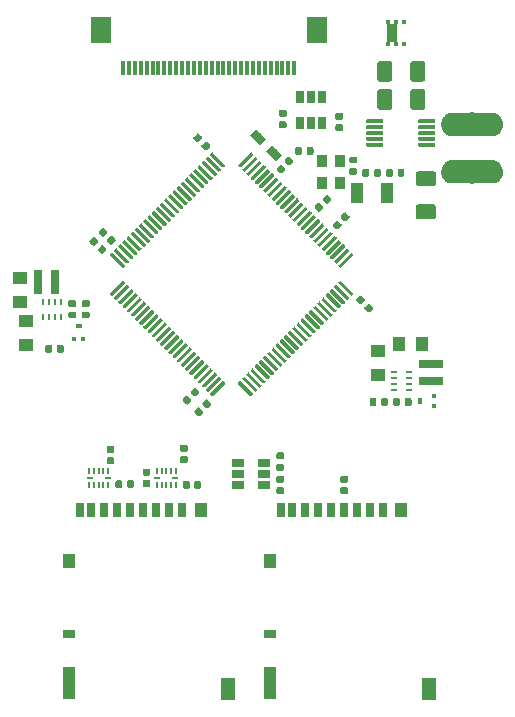
<source format=gtp>
G04 #@! TF.GenerationSoftware,KiCad,Pcbnew,5.1.4-e60b266~84~ubuntu18.04.1*
G04 #@! TF.CreationDate,2019-09-09T20:57:08+05:30*
G04 #@! TF.ProjectId,SenseCam_rev1,53656e73-6543-4616-9d5f-726576312e6b,rev?*
G04 #@! TF.SameCoordinates,Original*
G04 #@! TF.FileFunction,Paste,Top*
G04 #@! TF.FilePolarity,Positive*
%FSLAX46Y46*%
G04 Gerber Fmt 4.6, Leading zero omitted, Abs format (unit mm)*
G04 Created by KiCad (PCBNEW 5.1.4-e60b266~84~ubuntu18.04.1) date 2019-09-09 20:57:08*
%MOMM*%
%LPD*%
G04 APERTURE LIST*
%ADD10C,0.100000*%
%ADD11C,0.300000*%
%ADD12R,0.300000X0.350000*%
%ADD13R,0.950000X1.500000*%
%ADD14C,0.750000*%
%ADD15R,0.100000X0.150000*%
%ADD16R,0.500000X0.200000*%
%ADD17R,0.200000X0.500000*%
%ADD18C,1.250000*%
%ADD19R,1.250000X1.000000*%
%ADD20C,0.590000*%
%ADD21R,1.800000X2.200000*%
%ADD22R,0.300000X1.300000*%
%ADD23R,1.300000X1.900000*%
%ADD24R,1.000000X2.800000*%
%ADD25R,1.000000X0.800000*%
%ADD26R,1.000000X1.200000*%
%ADD27R,0.700000X1.200000*%
%ADD28C,2.000000*%
%ADD29R,0.400000X0.450000*%
%ADD30R,0.500000X0.450000*%
%ADD31R,0.450000X0.500000*%
%ADD32R,0.450000X0.400000*%
%ADD33R,0.250000X0.600000*%
%ADD34R,0.600000X0.250000*%
%ADD35R,0.650000X1.060000*%
%ADD36R,1.060000X0.650000*%
%ADD37R,1.000000X1.800000*%
%ADD38R,0.900000X1.000000*%
%ADD39R,0.700000X2.000000*%
%ADD40R,2.000000X0.700000*%
%ADD41R,1.000000X1.250000*%
G04 APERTURE END LIST*
D10*
G36*
X86086655Y-147450272D02*
G01*
X86093936Y-147451352D01*
X86101075Y-147453140D01*
X86108005Y-147455620D01*
X86114659Y-147458767D01*
X86120972Y-147462551D01*
X86126883Y-147466935D01*
X86132337Y-147471878D01*
X86238403Y-147577944D01*
X86243346Y-147583398D01*
X86247730Y-147589309D01*
X86251514Y-147595622D01*
X86254661Y-147602276D01*
X86257141Y-147609206D01*
X86258929Y-147616345D01*
X86260009Y-147623626D01*
X86260370Y-147630977D01*
X86260009Y-147638328D01*
X86258929Y-147645609D01*
X86257141Y-147652748D01*
X86254661Y-147659678D01*
X86251514Y-147666332D01*
X86247730Y-147672645D01*
X86243346Y-147678556D01*
X86238403Y-147684010D01*
X85213099Y-148709314D01*
X85207645Y-148714257D01*
X85201734Y-148718641D01*
X85195421Y-148722425D01*
X85188767Y-148725572D01*
X85181837Y-148728052D01*
X85174698Y-148729840D01*
X85167417Y-148730920D01*
X85160066Y-148731281D01*
X85152715Y-148730920D01*
X85145434Y-148729840D01*
X85138295Y-148728052D01*
X85131365Y-148725572D01*
X85124711Y-148722425D01*
X85118398Y-148718641D01*
X85112487Y-148714257D01*
X85107033Y-148709314D01*
X85000967Y-148603248D01*
X84996024Y-148597794D01*
X84991640Y-148591883D01*
X84987856Y-148585570D01*
X84984709Y-148578916D01*
X84982229Y-148571986D01*
X84980441Y-148564847D01*
X84979361Y-148557566D01*
X84979000Y-148550215D01*
X84979361Y-148542864D01*
X84980441Y-148535583D01*
X84982229Y-148528444D01*
X84984709Y-148521514D01*
X84987856Y-148514860D01*
X84991640Y-148508547D01*
X84996024Y-148502636D01*
X85000967Y-148497182D01*
X86026271Y-147471878D01*
X86031725Y-147466935D01*
X86037636Y-147462551D01*
X86043949Y-147458767D01*
X86050603Y-147455620D01*
X86057533Y-147453140D01*
X86064672Y-147451352D01*
X86071953Y-147450272D01*
X86079304Y-147449911D01*
X86086655Y-147450272D01*
X86086655Y-147450272D01*
G37*
D11*
X85619685Y-148090596D03*
D10*
G36*
X85733102Y-147096719D02*
G01*
X85740383Y-147097799D01*
X85747522Y-147099587D01*
X85754452Y-147102067D01*
X85761106Y-147105214D01*
X85767419Y-147108998D01*
X85773330Y-147113382D01*
X85778784Y-147118325D01*
X85884850Y-147224391D01*
X85889793Y-147229845D01*
X85894177Y-147235756D01*
X85897961Y-147242069D01*
X85901108Y-147248723D01*
X85903588Y-147255653D01*
X85905376Y-147262792D01*
X85906456Y-147270073D01*
X85906817Y-147277424D01*
X85906456Y-147284775D01*
X85905376Y-147292056D01*
X85903588Y-147299195D01*
X85901108Y-147306125D01*
X85897961Y-147312779D01*
X85894177Y-147319092D01*
X85889793Y-147325003D01*
X85884850Y-147330457D01*
X84859546Y-148355761D01*
X84854092Y-148360704D01*
X84848181Y-148365088D01*
X84841868Y-148368872D01*
X84835214Y-148372019D01*
X84828284Y-148374499D01*
X84821145Y-148376287D01*
X84813864Y-148377367D01*
X84806513Y-148377728D01*
X84799162Y-148377367D01*
X84791881Y-148376287D01*
X84784742Y-148374499D01*
X84777812Y-148372019D01*
X84771158Y-148368872D01*
X84764845Y-148365088D01*
X84758934Y-148360704D01*
X84753480Y-148355761D01*
X84647414Y-148249695D01*
X84642471Y-148244241D01*
X84638087Y-148238330D01*
X84634303Y-148232017D01*
X84631156Y-148225363D01*
X84628676Y-148218433D01*
X84626888Y-148211294D01*
X84625808Y-148204013D01*
X84625447Y-148196662D01*
X84625808Y-148189311D01*
X84626888Y-148182030D01*
X84628676Y-148174891D01*
X84631156Y-148167961D01*
X84634303Y-148161307D01*
X84638087Y-148154994D01*
X84642471Y-148149083D01*
X84647414Y-148143629D01*
X85672718Y-147118325D01*
X85678172Y-147113382D01*
X85684083Y-147108998D01*
X85690396Y-147105214D01*
X85697050Y-147102067D01*
X85703980Y-147099587D01*
X85711119Y-147097799D01*
X85718400Y-147096719D01*
X85725751Y-147096358D01*
X85733102Y-147096719D01*
X85733102Y-147096719D01*
G37*
D11*
X85266132Y-147737043D03*
D10*
G36*
X85379548Y-146743165D02*
G01*
X85386829Y-146744245D01*
X85393968Y-146746033D01*
X85400898Y-146748513D01*
X85407552Y-146751660D01*
X85413865Y-146755444D01*
X85419776Y-146759828D01*
X85425230Y-146764771D01*
X85531296Y-146870837D01*
X85536239Y-146876291D01*
X85540623Y-146882202D01*
X85544407Y-146888515D01*
X85547554Y-146895169D01*
X85550034Y-146902099D01*
X85551822Y-146909238D01*
X85552902Y-146916519D01*
X85553263Y-146923870D01*
X85552902Y-146931221D01*
X85551822Y-146938502D01*
X85550034Y-146945641D01*
X85547554Y-146952571D01*
X85544407Y-146959225D01*
X85540623Y-146965538D01*
X85536239Y-146971449D01*
X85531296Y-146976903D01*
X84505992Y-148002207D01*
X84500538Y-148007150D01*
X84494627Y-148011534D01*
X84488314Y-148015318D01*
X84481660Y-148018465D01*
X84474730Y-148020945D01*
X84467591Y-148022733D01*
X84460310Y-148023813D01*
X84452959Y-148024174D01*
X84445608Y-148023813D01*
X84438327Y-148022733D01*
X84431188Y-148020945D01*
X84424258Y-148018465D01*
X84417604Y-148015318D01*
X84411291Y-148011534D01*
X84405380Y-148007150D01*
X84399926Y-148002207D01*
X84293860Y-147896141D01*
X84288917Y-147890687D01*
X84284533Y-147884776D01*
X84280749Y-147878463D01*
X84277602Y-147871809D01*
X84275122Y-147864879D01*
X84273334Y-147857740D01*
X84272254Y-147850459D01*
X84271893Y-147843108D01*
X84272254Y-147835757D01*
X84273334Y-147828476D01*
X84275122Y-147821337D01*
X84277602Y-147814407D01*
X84280749Y-147807753D01*
X84284533Y-147801440D01*
X84288917Y-147795529D01*
X84293860Y-147790075D01*
X85319164Y-146764771D01*
X85324618Y-146759828D01*
X85330529Y-146755444D01*
X85336842Y-146751660D01*
X85343496Y-146748513D01*
X85350426Y-146746033D01*
X85357565Y-146744245D01*
X85364846Y-146743165D01*
X85372197Y-146742804D01*
X85379548Y-146743165D01*
X85379548Y-146743165D01*
G37*
D11*
X84912578Y-147383489D03*
D10*
G36*
X85025995Y-146389612D02*
G01*
X85033276Y-146390692D01*
X85040415Y-146392480D01*
X85047345Y-146394960D01*
X85053999Y-146398107D01*
X85060312Y-146401891D01*
X85066223Y-146406275D01*
X85071677Y-146411218D01*
X85177743Y-146517284D01*
X85182686Y-146522738D01*
X85187070Y-146528649D01*
X85190854Y-146534962D01*
X85194001Y-146541616D01*
X85196481Y-146548546D01*
X85198269Y-146555685D01*
X85199349Y-146562966D01*
X85199710Y-146570317D01*
X85199349Y-146577668D01*
X85198269Y-146584949D01*
X85196481Y-146592088D01*
X85194001Y-146599018D01*
X85190854Y-146605672D01*
X85187070Y-146611985D01*
X85182686Y-146617896D01*
X85177743Y-146623350D01*
X84152439Y-147648654D01*
X84146985Y-147653597D01*
X84141074Y-147657981D01*
X84134761Y-147661765D01*
X84128107Y-147664912D01*
X84121177Y-147667392D01*
X84114038Y-147669180D01*
X84106757Y-147670260D01*
X84099406Y-147670621D01*
X84092055Y-147670260D01*
X84084774Y-147669180D01*
X84077635Y-147667392D01*
X84070705Y-147664912D01*
X84064051Y-147661765D01*
X84057738Y-147657981D01*
X84051827Y-147653597D01*
X84046373Y-147648654D01*
X83940307Y-147542588D01*
X83935364Y-147537134D01*
X83930980Y-147531223D01*
X83927196Y-147524910D01*
X83924049Y-147518256D01*
X83921569Y-147511326D01*
X83919781Y-147504187D01*
X83918701Y-147496906D01*
X83918340Y-147489555D01*
X83918701Y-147482204D01*
X83919781Y-147474923D01*
X83921569Y-147467784D01*
X83924049Y-147460854D01*
X83927196Y-147454200D01*
X83930980Y-147447887D01*
X83935364Y-147441976D01*
X83940307Y-147436522D01*
X84965611Y-146411218D01*
X84971065Y-146406275D01*
X84976976Y-146401891D01*
X84983289Y-146398107D01*
X84989943Y-146394960D01*
X84996873Y-146392480D01*
X85004012Y-146390692D01*
X85011293Y-146389612D01*
X85018644Y-146389251D01*
X85025995Y-146389612D01*
X85025995Y-146389612D01*
G37*
D11*
X84559025Y-147029936D03*
D10*
G36*
X84672442Y-146036059D02*
G01*
X84679723Y-146037139D01*
X84686862Y-146038927D01*
X84693792Y-146041407D01*
X84700446Y-146044554D01*
X84706759Y-146048338D01*
X84712670Y-146052722D01*
X84718124Y-146057665D01*
X84824190Y-146163731D01*
X84829133Y-146169185D01*
X84833517Y-146175096D01*
X84837301Y-146181409D01*
X84840448Y-146188063D01*
X84842928Y-146194993D01*
X84844716Y-146202132D01*
X84845796Y-146209413D01*
X84846157Y-146216764D01*
X84845796Y-146224115D01*
X84844716Y-146231396D01*
X84842928Y-146238535D01*
X84840448Y-146245465D01*
X84837301Y-146252119D01*
X84833517Y-146258432D01*
X84829133Y-146264343D01*
X84824190Y-146269797D01*
X83798886Y-147295101D01*
X83793432Y-147300044D01*
X83787521Y-147304428D01*
X83781208Y-147308212D01*
X83774554Y-147311359D01*
X83767624Y-147313839D01*
X83760485Y-147315627D01*
X83753204Y-147316707D01*
X83745853Y-147317068D01*
X83738502Y-147316707D01*
X83731221Y-147315627D01*
X83724082Y-147313839D01*
X83717152Y-147311359D01*
X83710498Y-147308212D01*
X83704185Y-147304428D01*
X83698274Y-147300044D01*
X83692820Y-147295101D01*
X83586754Y-147189035D01*
X83581811Y-147183581D01*
X83577427Y-147177670D01*
X83573643Y-147171357D01*
X83570496Y-147164703D01*
X83568016Y-147157773D01*
X83566228Y-147150634D01*
X83565148Y-147143353D01*
X83564787Y-147136002D01*
X83565148Y-147128651D01*
X83566228Y-147121370D01*
X83568016Y-147114231D01*
X83570496Y-147107301D01*
X83573643Y-147100647D01*
X83577427Y-147094334D01*
X83581811Y-147088423D01*
X83586754Y-147082969D01*
X84612058Y-146057665D01*
X84617512Y-146052722D01*
X84623423Y-146048338D01*
X84629736Y-146044554D01*
X84636390Y-146041407D01*
X84643320Y-146038927D01*
X84650459Y-146037139D01*
X84657740Y-146036059D01*
X84665091Y-146035698D01*
X84672442Y-146036059D01*
X84672442Y-146036059D01*
G37*
D11*
X84205472Y-146676383D03*
D10*
G36*
X84318888Y-145682505D02*
G01*
X84326169Y-145683585D01*
X84333308Y-145685373D01*
X84340238Y-145687853D01*
X84346892Y-145691000D01*
X84353205Y-145694784D01*
X84359116Y-145699168D01*
X84364570Y-145704111D01*
X84470636Y-145810177D01*
X84475579Y-145815631D01*
X84479963Y-145821542D01*
X84483747Y-145827855D01*
X84486894Y-145834509D01*
X84489374Y-145841439D01*
X84491162Y-145848578D01*
X84492242Y-145855859D01*
X84492603Y-145863210D01*
X84492242Y-145870561D01*
X84491162Y-145877842D01*
X84489374Y-145884981D01*
X84486894Y-145891911D01*
X84483747Y-145898565D01*
X84479963Y-145904878D01*
X84475579Y-145910789D01*
X84470636Y-145916243D01*
X83445332Y-146941547D01*
X83439878Y-146946490D01*
X83433967Y-146950874D01*
X83427654Y-146954658D01*
X83421000Y-146957805D01*
X83414070Y-146960285D01*
X83406931Y-146962073D01*
X83399650Y-146963153D01*
X83392299Y-146963514D01*
X83384948Y-146963153D01*
X83377667Y-146962073D01*
X83370528Y-146960285D01*
X83363598Y-146957805D01*
X83356944Y-146954658D01*
X83350631Y-146950874D01*
X83344720Y-146946490D01*
X83339266Y-146941547D01*
X83233200Y-146835481D01*
X83228257Y-146830027D01*
X83223873Y-146824116D01*
X83220089Y-146817803D01*
X83216942Y-146811149D01*
X83214462Y-146804219D01*
X83212674Y-146797080D01*
X83211594Y-146789799D01*
X83211233Y-146782448D01*
X83211594Y-146775097D01*
X83212674Y-146767816D01*
X83214462Y-146760677D01*
X83216942Y-146753747D01*
X83220089Y-146747093D01*
X83223873Y-146740780D01*
X83228257Y-146734869D01*
X83233200Y-146729415D01*
X84258504Y-145704111D01*
X84263958Y-145699168D01*
X84269869Y-145694784D01*
X84276182Y-145691000D01*
X84282836Y-145687853D01*
X84289766Y-145685373D01*
X84296905Y-145683585D01*
X84304186Y-145682505D01*
X84311537Y-145682144D01*
X84318888Y-145682505D01*
X84318888Y-145682505D01*
G37*
D11*
X83851918Y-146322829D03*
D10*
G36*
X83965335Y-145328952D02*
G01*
X83972616Y-145330032D01*
X83979755Y-145331820D01*
X83986685Y-145334300D01*
X83993339Y-145337447D01*
X83999652Y-145341231D01*
X84005563Y-145345615D01*
X84011017Y-145350558D01*
X84117083Y-145456624D01*
X84122026Y-145462078D01*
X84126410Y-145467989D01*
X84130194Y-145474302D01*
X84133341Y-145480956D01*
X84135821Y-145487886D01*
X84137609Y-145495025D01*
X84138689Y-145502306D01*
X84139050Y-145509657D01*
X84138689Y-145517008D01*
X84137609Y-145524289D01*
X84135821Y-145531428D01*
X84133341Y-145538358D01*
X84130194Y-145545012D01*
X84126410Y-145551325D01*
X84122026Y-145557236D01*
X84117083Y-145562690D01*
X83091779Y-146587994D01*
X83086325Y-146592937D01*
X83080414Y-146597321D01*
X83074101Y-146601105D01*
X83067447Y-146604252D01*
X83060517Y-146606732D01*
X83053378Y-146608520D01*
X83046097Y-146609600D01*
X83038746Y-146609961D01*
X83031395Y-146609600D01*
X83024114Y-146608520D01*
X83016975Y-146606732D01*
X83010045Y-146604252D01*
X83003391Y-146601105D01*
X82997078Y-146597321D01*
X82991167Y-146592937D01*
X82985713Y-146587994D01*
X82879647Y-146481928D01*
X82874704Y-146476474D01*
X82870320Y-146470563D01*
X82866536Y-146464250D01*
X82863389Y-146457596D01*
X82860909Y-146450666D01*
X82859121Y-146443527D01*
X82858041Y-146436246D01*
X82857680Y-146428895D01*
X82858041Y-146421544D01*
X82859121Y-146414263D01*
X82860909Y-146407124D01*
X82863389Y-146400194D01*
X82866536Y-146393540D01*
X82870320Y-146387227D01*
X82874704Y-146381316D01*
X82879647Y-146375862D01*
X83904951Y-145350558D01*
X83910405Y-145345615D01*
X83916316Y-145341231D01*
X83922629Y-145337447D01*
X83929283Y-145334300D01*
X83936213Y-145331820D01*
X83943352Y-145330032D01*
X83950633Y-145328952D01*
X83957984Y-145328591D01*
X83965335Y-145328952D01*
X83965335Y-145328952D01*
G37*
D11*
X83498365Y-145969276D03*
D10*
G36*
X83611781Y-144975398D02*
G01*
X83619062Y-144976478D01*
X83626201Y-144978266D01*
X83633131Y-144980746D01*
X83639785Y-144983893D01*
X83646098Y-144987677D01*
X83652009Y-144992061D01*
X83657463Y-144997004D01*
X83763529Y-145103070D01*
X83768472Y-145108524D01*
X83772856Y-145114435D01*
X83776640Y-145120748D01*
X83779787Y-145127402D01*
X83782267Y-145134332D01*
X83784055Y-145141471D01*
X83785135Y-145148752D01*
X83785496Y-145156103D01*
X83785135Y-145163454D01*
X83784055Y-145170735D01*
X83782267Y-145177874D01*
X83779787Y-145184804D01*
X83776640Y-145191458D01*
X83772856Y-145197771D01*
X83768472Y-145203682D01*
X83763529Y-145209136D01*
X82738225Y-146234440D01*
X82732771Y-146239383D01*
X82726860Y-146243767D01*
X82720547Y-146247551D01*
X82713893Y-146250698D01*
X82706963Y-146253178D01*
X82699824Y-146254966D01*
X82692543Y-146256046D01*
X82685192Y-146256407D01*
X82677841Y-146256046D01*
X82670560Y-146254966D01*
X82663421Y-146253178D01*
X82656491Y-146250698D01*
X82649837Y-146247551D01*
X82643524Y-146243767D01*
X82637613Y-146239383D01*
X82632159Y-146234440D01*
X82526093Y-146128374D01*
X82521150Y-146122920D01*
X82516766Y-146117009D01*
X82512982Y-146110696D01*
X82509835Y-146104042D01*
X82507355Y-146097112D01*
X82505567Y-146089973D01*
X82504487Y-146082692D01*
X82504126Y-146075341D01*
X82504487Y-146067990D01*
X82505567Y-146060709D01*
X82507355Y-146053570D01*
X82509835Y-146046640D01*
X82512982Y-146039986D01*
X82516766Y-146033673D01*
X82521150Y-146027762D01*
X82526093Y-146022308D01*
X83551397Y-144997004D01*
X83556851Y-144992061D01*
X83562762Y-144987677D01*
X83569075Y-144983893D01*
X83575729Y-144980746D01*
X83582659Y-144978266D01*
X83589798Y-144976478D01*
X83597079Y-144975398D01*
X83604430Y-144975037D01*
X83611781Y-144975398D01*
X83611781Y-144975398D01*
G37*
D11*
X83144811Y-145615722D03*
D10*
G36*
X83258228Y-144621845D02*
G01*
X83265509Y-144622925D01*
X83272648Y-144624713D01*
X83279578Y-144627193D01*
X83286232Y-144630340D01*
X83292545Y-144634124D01*
X83298456Y-144638508D01*
X83303910Y-144643451D01*
X83409976Y-144749517D01*
X83414919Y-144754971D01*
X83419303Y-144760882D01*
X83423087Y-144767195D01*
X83426234Y-144773849D01*
X83428714Y-144780779D01*
X83430502Y-144787918D01*
X83431582Y-144795199D01*
X83431943Y-144802550D01*
X83431582Y-144809901D01*
X83430502Y-144817182D01*
X83428714Y-144824321D01*
X83426234Y-144831251D01*
X83423087Y-144837905D01*
X83419303Y-144844218D01*
X83414919Y-144850129D01*
X83409976Y-144855583D01*
X82384672Y-145880887D01*
X82379218Y-145885830D01*
X82373307Y-145890214D01*
X82366994Y-145893998D01*
X82360340Y-145897145D01*
X82353410Y-145899625D01*
X82346271Y-145901413D01*
X82338990Y-145902493D01*
X82331639Y-145902854D01*
X82324288Y-145902493D01*
X82317007Y-145901413D01*
X82309868Y-145899625D01*
X82302938Y-145897145D01*
X82296284Y-145893998D01*
X82289971Y-145890214D01*
X82284060Y-145885830D01*
X82278606Y-145880887D01*
X82172540Y-145774821D01*
X82167597Y-145769367D01*
X82163213Y-145763456D01*
X82159429Y-145757143D01*
X82156282Y-145750489D01*
X82153802Y-145743559D01*
X82152014Y-145736420D01*
X82150934Y-145729139D01*
X82150573Y-145721788D01*
X82150934Y-145714437D01*
X82152014Y-145707156D01*
X82153802Y-145700017D01*
X82156282Y-145693087D01*
X82159429Y-145686433D01*
X82163213Y-145680120D01*
X82167597Y-145674209D01*
X82172540Y-145668755D01*
X83197844Y-144643451D01*
X83203298Y-144638508D01*
X83209209Y-144634124D01*
X83215522Y-144630340D01*
X83222176Y-144627193D01*
X83229106Y-144624713D01*
X83236245Y-144622925D01*
X83243526Y-144621845D01*
X83250877Y-144621484D01*
X83258228Y-144621845D01*
X83258228Y-144621845D01*
G37*
D11*
X82791258Y-145262169D03*
D10*
G36*
X82904675Y-144268292D02*
G01*
X82911956Y-144269372D01*
X82919095Y-144271160D01*
X82926025Y-144273640D01*
X82932679Y-144276787D01*
X82938992Y-144280571D01*
X82944903Y-144284955D01*
X82950357Y-144289898D01*
X83056423Y-144395964D01*
X83061366Y-144401418D01*
X83065750Y-144407329D01*
X83069534Y-144413642D01*
X83072681Y-144420296D01*
X83075161Y-144427226D01*
X83076949Y-144434365D01*
X83078029Y-144441646D01*
X83078390Y-144448997D01*
X83078029Y-144456348D01*
X83076949Y-144463629D01*
X83075161Y-144470768D01*
X83072681Y-144477698D01*
X83069534Y-144484352D01*
X83065750Y-144490665D01*
X83061366Y-144496576D01*
X83056423Y-144502030D01*
X82031119Y-145527334D01*
X82025665Y-145532277D01*
X82019754Y-145536661D01*
X82013441Y-145540445D01*
X82006787Y-145543592D01*
X81999857Y-145546072D01*
X81992718Y-145547860D01*
X81985437Y-145548940D01*
X81978086Y-145549301D01*
X81970735Y-145548940D01*
X81963454Y-145547860D01*
X81956315Y-145546072D01*
X81949385Y-145543592D01*
X81942731Y-145540445D01*
X81936418Y-145536661D01*
X81930507Y-145532277D01*
X81925053Y-145527334D01*
X81818987Y-145421268D01*
X81814044Y-145415814D01*
X81809660Y-145409903D01*
X81805876Y-145403590D01*
X81802729Y-145396936D01*
X81800249Y-145390006D01*
X81798461Y-145382867D01*
X81797381Y-145375586D01*
X81797020Y-145368235D01*
X81797381Y-145360884D01*
X81798461Y-145353603D01*
X81800249Y-145346464D01*
X81802729Y-145339534D01*
X81805876Y-145332880D01*
X81809660Y-145326567D01*
X81814044Y-145320656D01*
X81818987Y-145315202D01*
X82844291Y-144289898D01*
X82849745Y-144284955D01*
X82855656Y-144280571D01*
X82861969Y-144276787D01*
X82868623Y-144273640D01*
X82875553Y-144271160D01*
X82882692Y-144269372D01*
X82889973Y-144268292D01*
X82897324Y-144267931D01*
X82904675Y-144268292D01*
X82904675Y-144268292D01*
G37*
D11*
X82437705Y-144908616D03*
D10*
G36*
X82551121Y-143914738D02*
G01*
X82558402Y-143915818D01*
X82565541Y-143917606D01*
X82572471Y-143920086D01*
X82579125Y-143923233D01*
X82585438Y-143927017D01*
X82591349Y-143931401D01*
X82596803Y-143936344D01*
X82702869Y-144042410D01*
X82707812Y-144047864D01*
X82712196Y-144053775D01*
X82715980Y-144060088D01*
X82719127Y-144066742D01*
X82721607Y-144073672D01*
X82723395Y-144080811D01*
X82724475Y-144088092D01*
X82724836Y-144095443D01*
X82724475Y-144102794D01*
X82723395Y-144110075D01*
X82721607Y-144117214D01*
X82719127Y-144124144D01*
X82715980Y-144130798D01*
X82712196Y-144137111D01*
X82707812Y-144143022D01*
X82702869Y-144148476D01*
X81677565Y-145173780D01*
X81672111Y-145178723D01*
X81666200Y-145183107D01*
X81659887Y-145186891D01*
X81653233Y-145190038D01*
X81646303Y-145192518D01*
X81639164Y-145194306D01*
X81631883Y-145195386D01*
X81624532Y-145195747D01*
X81617181Y-145195386D01*
X81609900Y-145194306D01*
X81602761Y-145192518D01*
X81595831Y-145190038D01*
X81589177Y-145186891D01*
X81582864Y-145183107D01*
X81576953Y-145178723D01*
X81571499Y-145173780D01*
X81465433Y-145067714D01*
X81460490Y-145062260D01*
X81456106Y-145056349D01*
X81452322Y-145050036D01*
X81449175Y-145043382D01*
X81446695Y-145036452D01*
X81444907Y-145029313D01*
X81443827Y-145022032D01*
X81443466Y-145014681D01*
X81443827Y-145007330D01*
X81444907Y-145000049D01*
X81446695Y-144992910D01*
X81449175Y-144985980D01*
X81452322Y-144979326D01*
X81456106Y-144973013D01*
X81460490Y-144967102D01*
X81465433Y-144961648D01*
X82490737Y-143936344D01*
X82496191Y-143931401D01*
X82502102Y-143927017D01*
X82508415Y-143923233D01*
X82515069Y-143920086D01*
X82521999Y-143917606D01*
X82529138Y-143915818D01*
X82536419Y-143914738D01*
X82543770Y-143914377D01*
X82551121Y-143914738D01*
X82551121Y-143914738D01*
G37*
D11*
X82084151Y-144555062D03*
D10*
G36*
X82197568Y-143561185D02*
G01*
X82204849Y-143562265D01*
X82211988Y-143564053D01*
X82218918Y-143566533D01*
X82225572Y-143569680D01*
X82231885Y-143573464D01*
X82237796Y-143577848D01*
X82243250Y-143582791D01*
X82349316Y-143688857D01*
X82354259Y-143694311D01*
X82358643Y-143700222D01*
X82362427Y-143706535D01*
X82365574Y-143713189D01*
X82368054Y-143720119D01*
X82369842Y-143727258D01*
X82370922Y-143734539D01*
X82371283Y-143741890D01*
X82370922Y-143749241D01*
X82369842Y-143756522D01*
X82368054Y-143763661D01*
X82365574Y-143770591D01*
X82362427Y-143777245D01*
X82358643Y-143783558D01*
X82354259Y-143789469D01*
X82349316Y-143794923D01*
X81324012Y-144820227D01*
X81318558Y-144825170D01*
X81312647Y-144829554D01*
X81306334Y-144833338D01*
X81299680Y-144836485D01*
X81292750Y-144838965D01*
X81285611Y-144840753D01*
X81278330Y-144841833D01*
X81270979Y-144842194D01*
X81263628Y-144841833D01*
X81256347Y-144840753D01*
X81249208Y-144838965D01*
X81242278Y-144836485D01*
X81235624Y-144833338D01*
X81229311Y-144829554D01*
X81223400Y-144825170D01*
X81217946Y-144820227D01*
X81111880Y-144714161D01*
X81106937Y-144708707D01*
X81102553Y-144702796D01*
X81098769Y-144696483D01*
X81095622Y-144689829D01*
X81093142Y-144682899D01*
X81091354Y-144675760D01*
X81090274Y-144668479D01*
X81089913Y-144661128D01*
X81090274Y-144653777D01*
X81091354Y-144646496D01*
X81093142Y-144639357D01*
X81095622Y-144632427D01*
X81098769Y-144625773D01*
X81102553Y-144619460D01*
X81106937Y-144613549D01*
X81111880Y-144608095D01*
X82137184Y-143582791D01*
X82142638Y-143577848D01*
X82148549Y-143573464D01*
X82154862Y-143569680D01*
X82161516Y-143566533D01*
X82168446Y-143564053D01*
X82175585Y-143562265D01*
X82182866Y-143561185D01*
X82190217Y-143560824D01*
X82197568Y-143561185D01*
X82197568Y-143561185D01*
G37*
D11*
X81730598Y-144201509D03*
D10*
G36*
X81844015Y-143207631D02*
G01*
X81851296Y-143208711D01*
X81858435Y-143210499D01*
X81865365Y-143212979D01*
X81872019Y-143216126D01*
X81878332Y-143219910D01*
X81884243Y-143224294D01*
X81889697Y-143229237D01*
X81995763Y-143335303D01*
X82000706Y-143340757D01*
X82005090Y-143346668D01*
X82008874Y-143352981D01*
X82012021Y-143359635D01*
X82014501Y-143366565D01*
X82016289Y-143373704D01*
X82017369Y-143380985D01*
X82017730Y-143388336D01*
X82017369Y-143395687D01*
X82016289Y-143402968D01*
X82014501Y-143410107D01*
X82012021Y-143417037D01*
X82008874Y-143423691D01*
X82005090Y-143430004D01*
X82000706Y-143435915D01*
X81995763Y-143441369D01*
X80970459Y-144466673D01*
X80965005Y-144471616D01*
X80959094Y-144476000D01*
X80952781Y-144479784D01*
X80946127Y-144482931D01*
X80939197Y-144485411D01*
X80932058Y-144487199D01*
X80924777Y-144488279D01*
X80917426Y-144488640D01*
X80910075Y-144488279D01*
X80902794Y-144487199D01*
X80895655Y-144485411D01*
X80888725Y-144482931D01*
X80882071Y-144479784D01*
X80875758Y-144476000D01*
X80869847Y-144471616D01*
X80864393Y-144466673D01*
X80758327Y-144360607D01*
X80753384Y-144355153D01*
X80749000Y-144349242D01*
X80745216Y-144342929D01*
X80742069Y-144336275D01*
X80739589Y-144329345D01*
X80737801Y-144322206D01*
X80736721Y-144314925D01*
X80736360Y-144307574D01*
X80736721Y-144300223D01*
X80737801Y-144292942D01*
X80739589Y-144285803D01*
X80742069Y-144278873D01*
X80745216Y-144272219D01*
X80749000Y-144265906D01*
X80753384Y-144259995D01*
X80758327Y-144254541D01*
X81783631Y-143229237D01*
X81789085Y-143224294D01*
X81794996Y-143219910D01*
X81801309Y-143216126D01*
X81807963Y-143212979D01*
X81814893Y-143210499D01*
X81822032Y-143208711D01*
X81829313Y-143207631D01*
X81836664Y-143207270D01*
X81844015Y-143207631D01*
X81844015Y-143207631D01*
G37*
D11*
X81377045Y-143847955D03*
D10*
G36*
X81490461Y-142854078D02*
G01*
X81497742Y-142855158D01*
X81504881Y-142856946D01*
X81511811Y-142859426D01*
X81518465Y-142862573D01*
X81524778Y-142866357D01*
X81530689Y-142870741D01*
X81536143Y-142875684D01*
X81642209Y-142981750D01*
X81647152Y-142987204D01*
X81651536Y-142993115D01*
X81655320Y-142999428D01*
X81658467Y-143006082D01*
X81660947Y-143013012D01*
X81662735Y-143020151D01*
X81663815Y-143027432D01*
X81664176Y-143034783D01*
X81663815Y-143042134D01*
X81662735Y-143049415D01*
X81660947Y-143056554D01*
X81658467Y-143063484D01*
X81655320Y-143070138D01*
X81651536Y-143076451D01*
X81647152Y-143082362D01*
X81642209Y-143087816D01*
X80616905Y-144113120D01*
X80611451Y-144118063D01*
X80605540Y-144122447D01*
X80599227Y-144126231D01*
X80592573Y-144129378D01*
X80585643Y-144131858D01*
X80578504Y-144133646D01*
X80571223Y-144134726D01*
X80563872Y-144135087D01*
X80556521Y-144134726D01*
X80549240Y-144133646D01*
X80542101Y-144131858D01*
X80535171Y-144129378D01*
X80528517Y-144126231D01*
X80522204Y-144122447D01*
X80516293Y-144118063D01*
X80510839Y-144113120D01*
X80404773Y-144007054D01*
X80399830Y-144001600D01*
X80395446Y-143995689D01*
X80391662Y-143989376D01*
X80388515Y-143982722D01*
X80386035Y-143975792D01*
X80384247Y-143968653D01*
X80383167Y-143961372D01*
X80382806Y-143954021D01*
X80383167Y-143946670D01*
X80384247Y-143939389D01*
X80386035Y-143932250D01*
X80388515Y-143925320D01*
X80391662Y-143918666D01*
X80395446Y-143912353D01*
X80399830Y-143906442D01*
X80404773Y-143900988D01*
X81430077Y-142875684D01*
X81435531Y-142870741D01*
X81441442Y-142866357D01*
X81447755Y-142862573D01*
X81454409Y-142859426D01*
X81461339Y-142856946D01*
X81468478Y-142855158D01*
X81475759Y-142854078D01*
X81483110Y-142853717D01*
X81490461Y-142854078D01*
X81490461Y-142854078D01*
G37*
D11*
X81023491Y-143494402D03*
D10*
G36*
X81136908Y-142500525D02*
G01*
X81144189Y-142501605D01*
X81151328Y-142503393D01*
X81158258Y-142505873D01*
X81164912Y-142509020D01*
X81171225Y-142512804D01*
X81177136Y-142517188D01*
X81182590Y-142522131D01*
X81288656Y-142628197D01*
X81293599Y-142633651D01*
X81297983Y-142639562D01*
X81301767Y-142645875D01*
X81304914Y-142652529D01*
X81307394Y-142659459D01*
X81309182Y-142666598D01*
X81310262Y-142673879D01*
X81310623Y-142681230D01*
X81310262Y-142688581D01*
X81309182Y-142695862D01*
X81307394Y-142703001D01*
X81304914Y-142709931D01*
X81301767Y-142716585D01*
X81297983Y-142722898D01*
X81293599Y-142728809D01*
X81288656Y-142734263D01*
X80263352Y-143759567D01*
X80257898Y-143764510D01*
X80251987Y-143768894D01*
X80245674Y-143772678D01*
X80239020Y-143775825D01*
X80232090Y-143778305D01*
X80224951Y-143780093D01*
X80217670Y-143781173D01*
X80210319Y-143781534D01*
X80202968Y-143781173D01*
X80195687Y-143780093D01*
X80188548Y-143778305D01*
X80181618Y-143775825D01*
X80174964Y-143772678D01*
X80168651Y-143768894D01*
X80162740Y-143764510D01*
X80157286Y-143759567D01*
X80051220Y-143653501D01*
X80046277Y-143648047D01*
X80041893Y-143642136D01*
X80038109Y-143635823D01*
X80034962Y-143629169D01*
X80032482Y-143622239D01*
X80030694Y-143615100D01*
X80029614Y-143607819D01*
X80029253Y-143600468D01*
X80029614Y-143593117D01*
X80030694Y-143585836D01*
X80032482Y-143578697D01*
X80034962Y-143571767D01*
X80038109Y-143565113D01*
X80041893Y-143558800D01*
X80046277Y-143552889D01*
X80051220Y-143547435D01*
X81076524Y-142522131D01*
X81081978Y-142517188D01*
X81087889Y-142512804D01*
X81094202Y-142509020D01*
X81100856Y-142505873D01*
X81107786Y-142503393D01*
X81114925Y-142501605D01*
X81122206Y-142500525D01*
X81129557Y-142500164D01*
X81136908Y-142500525D01*
X81136908Y-142500525D01*
G37*
D11*
X80669938Y-143140849D03*
D10*
G36*
X80783354Y-142146971D02*
G01*
X80790635Y-142148051D01*
X80797774Y-142149839D01*
X80804704Y-142152319D01*
X80811358Y-142155466D01*
X80817671Y-142159250D01*
X80823582Y-142163634D01*
X80829036Y-142168577D01*
X80935102Y-142274643D01*
X80940045Y-142280097D01*
X80944429Y-142286008D01*
X80948213Y-142292321D01*
X80951360Y-142298975D01*
X80953840Y-142305905D01*
X80955628Y-142313044D01*
X80956708Y-142320325D01*
X80957069Y-142327676D01*
X80956708Y-142335027D01*
X80955628Y-142342308D01*
X80953840Y-142349447D01*
X80951360Y-142356377D01*
X80948213Y-142363031D01*
X80944429Y-142369344D01*
X80940045Y-142375255D01*
X80935102Y-142380709D01*
X79909798Y-143406013D01*
X79904344Y-143410956D01*
X79898433Y-143415340D01*
X79892120Y-143419124D01*
X79885466Y-143422271D01*
X79878536Y-143424751D01*
X79871397Y-143426539D01*
X79864116Y-143427619D01*
X79856765Y-143427980D01*
X79849414Y-143427619D01*
X79842133Y-143426539D01*
X79834994Y-143424751D01*
X79828064Y-143422271D01*
X79821410Y-143419124D01*
X79815097Y-143415340D01*
X79809186Y-143410956D01*
X79803732Y-143406013D01*
X79697666Y-143299947D01*
X79692723Y-143294493D01*
X79688339Y-143288582D01*
X79684555Y-143282269D01*
X79681408Y-143275615D01*
X79678928Y-143268685D01*
X79677140Y-143261546D01*
X79676060Y-143254265D01*
X79675699Y-143246914D01*
X79676060Y-143239563D01*
X79677140Y-143232282D01*
X79678928Y-143225143D01*
X79681408Y-143218213D01*
X79684555Y-143211559D01*
X79688339Y-143205246D01*
X79692723Y-143199335D01*
X79697666Y-143193881D01*
X80722970Y-142168577D01*
X80728424Y-142163634D01*
X80734335Y-142159250D01*
X80740648Y-142155466D01*
X80747302Y-142152319D01*
X80754232Y-142149839D01*
X80761371Y-142148051D01*
X80768652Y-142146971D01*
X80776003Y-142146610D01*
X80783354Y-142146971D01*
X80783354Y-142146971D01*
G37*
D11*
X80316384Y-142787295D03*
D10*
G36*
X80429801Y-141793418D02*
G01*
X80437082Y-141794498D01*
X80444221Y-141796286D01*
X80451151Y-141798766D01*
X80457805Y-141801913D01*
X80464118Y-141805697D01*
X80470029Y-141810081D01*
X80475483Y-141815024D01*
X80581549Y-141921090D01*
X80586492Y-141926544D01*
X80590876Y-141932455D01*
X80594660Y-141938768D01*
X80597807Y-141945422D01*
X80600287Y-141952352D01*
X80602075Y-141959491D01*
X80603155Y-141966772D01*
X80603516Y-141974123D01*
X80603155Y-141981474D01*
X80602075Y-141988755D01*
X80600287Y-141995894D01*
X80597807Y-142002824D01*
X80594660Y-142009478D01*
X80590876Y-142015791D01*
X80586492Y-142021702D01*
X80581549Y-142027156D01*
X79556245Y-143052460D01*
X79550791Y-143057403D01*
X79544880Y-143061787D01*
X79538567Y-143065571D01*
X79531913Y-143068718D01*
X79524983Y-143071198D01*
X79517844Y-143072986D01*
X79510563Y-143074066D01*
X79503212Y-143074427D01*
X79495861Y-143074066D01*
X79488580Y-143072986D01*
X79481441Y-143071198D01*
X79474511Y-143068718D01*
X79467857Y-143065571D01*
X79461544Y-143061787D01*
X79455633Y-143057403D01*
X79450179Y-143052460D01*
X79344113Y-142946394D01*
X79339170Y-142940940D01*
X79334786Y-142935029D01*
X79331002Y-142928716D01*
X79327855Y-142922062D01*
X79325375Y-142915132D01*
X79323587Y-142907993D01*
X79322507Y-142900712D01*
X79322146Y-142893361D01*
X79322507Y-142886010D01*
X79323587Y-142878729D01*
X79325375Y-142871590D01*
X79327855Y-142864660D01*
X79331002Y-142858006D01*
X79334786Y-142851693D01*
X79339170Y-142845782D01*
X79344113Y-142840328D01*
X80369417Y-141815024D01*
X80374871Y-141810081D01*
X80380782Y-141805697D01*
X80387095Y-141801913D01*
X80393749Y-141798766D01*
X80400679Y-141796286D01*
X80407818Y-141794498D01*
X80415099Y-141793418D01*
X80422450Y-141793057D01*
X80429801Y-141793418D01*
X80429801Y-141793418D01*
G37*
D11*
X79962831Y-142433742D03*
D10*
G36*
X80076248Y-141439865D02*
G01*
X80083529Y-141440945D01*
X80090668Y-141442733D01*
X80097598Y-141445213D01*
X80104252Y-141448360D01*
X80110565Y-141452144D01*
X80116476Y-141456528D01*
X80121930Y-141461471D01*
X80227996Y-141567537D01*
X80232939Y-141572991D01*
X80237323Y-141578902D01*
X80241107Y-141585215D01*
X80244254Y-141591869D01*
X80246734Y-141598799D01*
X80248522Y-141605938D01*
X80249602Y-141613219D01*
X80249963Y-141620570D01*
X80249602Y-141627921D01*
X80248522Y-141635202D01*
X80246734Y-141642341D01*
X80244254Y-141649271D01*
X80241107Y-141655925D01*
X80237323Y-141662238D01*
X80232939Y-141668149D01*
X80227996Y-141673603D01*
X79202692Y-142698907D01*
X79197238Y-142703850D01*
X79191327Y-142708234D01*
X79185014Y-142712018D01*
X79178360Y-142715165D01*
X79171430Y-142717645D01*
X79164291Y-142719433D01*
X79157010Y-142720513D01*
X79149659Y-142720874D01*
X79142308Y-142720513D01*
X79135027Y-142719433D01*
X79127888Y-142717645D01*
X79120958Y-142715165D01*
X79114304Y-142712018D01*
X79107991Y-142708234D01*
X79102080Y-142703850D01*
X79096626Y-142698907D01*
X78990560Y-142592841D01*
X78985617Y-142587387D01*
X78981233Y-142581476D01*
X78977449Y-142575163D01*
X78974302Y-142568509D01*
X78971822Y-142561579D01*
X78970034Y-142554440D01*
X78968954Y-142547159D01*
X78968593Y-142539808D01*
X78968954Y-142532457D01*
X78970034Y-142525176D01*
X78971822Y-142518037D01*
X78974302Y-142511107D01*
X78977449Y-142504453D01*
X78981233Y-142498140D01*
X78985617Y-142492229D01*
X78990560Y-142486775D01*
X80015864Y-141461471D01*
X80021318Y-141456528D01*
X80027229Y-141452144D01*
X80033542Y-141448360D01*
X80040196Y-141445213D01*
X80047126Y-141442733D01*
X80054265Y-141440945D01*
X80061546Y-141439865D01*
X80068897Y-141439504D01*
X80076248Y-141439865D01*
X80076248Y-141439865D01*
G37*
D11*
X79609278Y-142080189D03*
D10*
G36*
X79722694Y-141086311D02*
G01*
X79729975Y-141087391D01*
X79737114Y-141089179D01*
X79744044Y-141091659D01*
X79750698Y-141094806D01*
X79757011Y-141098590D01*
X79762922Y-141102974D01*
X79768376Y-141107917D01*
X79874442Y-141213983D01*
X79879385Y-141219437D01*
X79883769Y-141225348D01*
X79887553Y-141231661D01*
X79890700Y-141238315D01*
X79893180Y-141245245D01*
X79894968Y-141252384D01*
X79896048Y-141259665D01*
X79896409Y-141267016D01*
X79896048Y-141274367D01*
X79894968Y-141281648D01*
X79893180Y-141288787D01*
X79890700Y-141295717D01*
X79887553Y-141302371D01*
X79883769Y-141308684D01*
X79879385Y-141314595D01*
X79874442Y-141320049D01*
X78849138Y-142345353D01*
X78843684Y-142350296D01*
X78837773Y-142354680D01*
X78831460Y-142358464D01*
X78824806Y-142361611D01*
X78817876Y-142364091D01*
X78810737Y-142365879D01*
X78803456Y-142366959D01*
X78796105Y-142367320D01*
X78788754Y-142366959D01*
X78781473Y-142365879D01*
X78774334Y-142364091D01*
X78767404Y-142361611D01*
X78760750Y-142358464D01*
X78754437Y-142354680D01*
X78748526Y-142350296D01*
X78743072Y-142345353D01*
X78637006Y-142239287D01*
X78632063Y-142233833D01*
X78627679Y-142227922D01*
X78623895Y-142221609D01*
X78620748Y-142214955D01*
X78618268Y-142208025D01*
X78616480Y-142200886D01*
X78615400Y-142193605D01*
X78615039Y-142186254D01*
X78615400Y-142178903D01*
X78616480Y-142171622D01*
X78618268Y-142164483D01*
X78620748Y-142157553D01*
X78623895Y-142150899D01*
X78627679Y-142144586D01*
X78632063Y-142138675D01*
X78637006Y-142133221D01*
X79662310Y-141107917D01*
X79667764Y-141102974D01*
X79673675Y-141098590D01*
X79679988Y-141094806D01*
X79686642Y-141091659D01*
X79693572Y-141089179D01*
X79700711Y-141087391D01*
X79707992Y-141086311D01*
X79715343Y-141085950D01*
X79722694Y-141086311D01*
X79722694Y-141086311D01*
G37*
D11*
X79255724Y-141726635D03*
D10*
G36*
X79369141Y-140732758D02*
G01*
X79376422Y-140733838D01*
X79383561Y-140735626D01*
X79390491Y-140738106D01*
X79397145Y-140741253D01*
X79403458Y-140745037D01*
X79409369Y-140749421D01*
X79414823Y-140754364D01*
X79520889Y-140860430D01*
X79525832Y-140865884D01*
X79530216Y-140871795D01*
X79534000Y-140878108D01*
X79537147Y-140884762D01*
X79539627Y-140891692D01*
X79541415Y-140898831D01*
X79542495Y-140906112D01*
X79542856Y-140913463D01*
X79542495Y-140920814D01*
X79541415Y-140928095D01*
X79539627Y-140935234D01*
X79537147Y-140942164D01*
X79534000Y-140948818D01*
X79530216Y-140955131D01*
X79525832Y-140961042D01*
X79520889Y-140966496D01*
X78495585Y-141991800D01*
X78490131Y-141996743D01*
X78484220Y-142001127D01*
X78477907Y-142004911D01*
X78471253Y-142008058D01*
X78464323Y-142010538D01*
X78457184Y-142012326D01*
X78449903Y-142013406D01*
X78442552Y-142013767D01*
X78435201Y-142013406D01*
X78427920Y-142012326D01*
X78420781Y-142010538D01*
X78413851Y-142008058D01*
X78407197Y-142004911D01*
X78400884Y-142001127D01*
X78394973Y-141996743D01*
X78389519Y-141991800D01*
X78283453Y-141885734D01*
X78278510Y-141880280D01*
X78274126Y-141874369D01*
X78270342Y-141868056D01*
X78267195Y-141861402D01*
X78264715Y-141854472D01*
X78262927Y-141847333D01*
X78261847Y-141840052D01*
X78261486Y-141832701D01*
X78261847Y-141825350D01*
X78262927Y-141818069D01*
X78264715Y-141810930D01*
X78267195Y-141804000D01*
X78270342Y-141797346D01*
X78274126Y-141791033D01*
X78278510Y-141785122D01*
X78283453Y-141779668D01*
X79308757Y-140754364D01*
X79314211Y-140749421D01*
X79320122Y-140745037D01*
X79326435Y-140741253D01*
X79333089Y-140738106D01*
X79340019Y-140735626D01*
X79347158Y-140733838D01*
X79354439Y-140732758D01*
X79361790Y-140732397D01*
X79369141Y-140732758D01*
X79369141Y-140732758D01*
G37*
D11*
X78902171Y-141373082D03*
D10*
G36*
X79015587Y-140379204D02*
G01*
X79022868Y-140380284D01*
X79030007Y-140382072D01*
X79036937Y-140384552D01*
X79043591Y-140387699D01*
X79049904Y-140391483D01*
X79055815Y-140395867D01*
X79061269Y-140400810D01*
X79167335Y-140506876D01*
X79172278Y-140512330D01*
X79176662Y-140518241D01*
X79180446Y-140524554D01*
X79183593Y-140531208D01*
X79186073Y-140538138D01*
X79187861Y-140545277D01*
X79188941Y-140552558D01*
X79189302Y-140559909D01*
X79188941Y-140567260D01*
X79187861Y-140574541D01*
X79186073Y-140581680D01*
X79183593Y-140588610D01*
X79180446Y-140595264D01*
X79176662Y-140601577D01*
X79172278Y-140607488D01*
X79167335Y-140612942D01*
X78142031Y-141638246D01*
X78136577Y-141643189D01*
X78130666Y-141647573D01*
X78124353Y-141651357D01*
X78117699Y-141654504D01*
X78110769Y-141656984D01*
X78103630Y-141658772D01*
X78096349Y-141659852D01*
X78088998Y-141660213D01*
X78081647Y-141659852D01*
X78074366Y-141658772D01*
X78067227Y-141656984D01*
X78060297Y-141654504D01*
X78053643Y-141651357D01*
X78047330Y-141647573D01*
X78041419Y-141643189D01*
X78035965Y-141638246D01*
X77929899Y-141532180D01*
X77924956Y-141526726D01*
X77920572Y-141520815D01*
X77916788Y-141514502D01*
X77913641Y-141507848D01*
X77911161Y-141500918D01*
X77909373Y-141493779D01*
X77908293Y-141486498D01*
X77907932Y-141479147D01*
X77908293Y-141471796D01*
X77909373Y-141464515D01*
X77911161Y-141457376D01*
X77913641Y-141450446D01*
X77916788Y-141443792D01*
X77920572Y-141437479D01*
X77924956Y-141431568D01*
X77929899Y-141426114D01*
X78955203Y-140400810D01*
X78960657Y-140395867D01*
X78966568Y-140391483D01*
X78972881Y-140387699D01*
X78979535Y-140384552D01*
X78986465Y-140382072D01*
X78993604Y-140380284D01*
X79000885Y-140379204D01*
X79008236Y-140378843D01*
X79015587Y-140379204D01*
X79015587Y-140379204D01*
G37*
D11*
X78548617Y-141019528D03*
D10*
G36*
X78662034Y-140025651D02*
G01*
X78669315Y-140026731D01*
X78676454Y-140028519D01*
X78683384Y-140030999D01*
X78690038Y-140034146D01*
X78696351Y-140037930D01*
X78702262Y-140042314D01*
X78707716Y-140047257D01*
X78813782Y-140153323D01*
X78818725Y-140158777D01*
X78823109Y-140164688D01*
X78826893Y-140171001D01*
X78830040Y-140177655D01*
X78832520Y-140184585D01*
X78834308Y-140191724D01*
X78835388Y-140199005D01*
X78835749Y-140206356D01*
X78835388Y-140213707D01*
X78834308Y-140220988D01*
X78832520Y-140228127D01*
X78830040Y-140235057D01*
X78826893Y-140241711D01*
X78823109Y-140248024D01*
X78818725Y-140253935D01*
X78813782Y-140259389D01*
X77788478Y-141284693D01*
X77783024Y-141289636D01*
X77777113Y-141294020D01*
X77770800Y-141297804D01*
X77764146Y-141300951D01*
X77757216Y-141303431D01*
X77750077Y-141305219D01*
X77742796Y-141306299D01*
X77735445Y-141306660D01*
X77728094Y-141306299D01*
X77720813Y-141305219D01*
X77713674Y-141303431D01*
X77706744Y-141300951D01*
X77700090Y-141297804D01*
X77693777Y-141294020D01*
X77687866Y-141289636D01*
X77682412Y-141284693D01*
X77576346Y-141178627D01*
X77571403Y-141173173D01*
X77567019Y-141167262D01*
X77563235Y-141160949D01*
X77560088Y-141154295D01*
X77557608Y-141147365D01*
X77555820Y-141140226D01*
X77554740Y-141132945D01*
X77554379Y-141125594D01*
X77554740Y-141118243D01*
X77555820Y-141110962D01*
X77557608Y-141103823D01*
X77560088Y-141096893D01*
X77563235Y-141090239D01*
X77567019Y-141083926D01*
X77571403Y-141078015D01*
X77576346Y-141072561D01*
X78601650Y-140047257D01*
X78607104Y-140042314D01*
X78613015Y-140037930D01*
X78619328Y-140034146D01*
X78625982Y-140030999D01*
X78632912Y-140028519D01*
X78640051Y-140026731D01*
X78647332Y-140025651D01*
X78654683Y-140025290D01*
X78662034Y-140025651D01*
X78662034Y-140025651D01*
G37*
D11*
X78195064Y-140665975D03*
D10*
G36*
X78308481Y-139672098D02*
G01*
X78315762Y-139673178D01*
X78322901Y-139674966D01*
X78329831Y-139677446D01*
X78336485Y-139680593D01*
X78342798Y-139684377D01*
X78348709Y-139688761D01*
X78354163Y-139693704D01*
X78460229Y-139799770D01*
X78465172Y-139805224D01*
X78469556Y-139811135D01*
X78473340Y-139817448D01*
X78476487Y-139824102D01*
X78478967Y-139831032D01*
X78480755Y-139838171D01*
X78481835Y-139845452D01*
X78482196Y-139852803D01*
X78481835Y-139860154D01*
X78480755Y-139867435D01*
X78478967Y-139874574D01*
X78476487Y-139881504D01*
X78473340Y-139888158D01*
X78469556Y-139894471D01*
X78465172Y-139900382D01*
X78460229Y-139905836D01*
X77434925Y-140931140D01*
X77429471Y-140936083D01*
X77423560Y-140940467D01*
X77417247Y-140944251D01*
X77410593Y-140947398D01*
X77403663Y-140949878D01*
X77396524Y-140951666D01*
X77389243Y-140952746D01*
X77381892Y-140953107D01*
X77374541Y-140952746D01*
X77367260Y-140951666D01*
X77360121Y-140949878D01*
X77353191Y-140947398D01*
X77346537Y-140944251D01*
X77340224Y-140940467D01*
X77334313Y-140936083D01*
X77328859Y-140931140D01*
X77222793Y-140825074D01*
X77217850Y-140819620D01*
X77213466Y-140813709D01*
X77209682Y-140807396D01*
X77206535Y-140800742D01*
X77204055Y-140793812D01*
X77202267Y-140786673D01*
X77201187Y-140779392D01*
X77200826Y-140772041D01*
X77201187Y-140764690D01*
X77202267Y-140757409D01*
X77204055Y-140750270D01*
X77206535Y-140743340D01*
X77209682Y-140736686D01*
X77213466Y-140730373D01*
X77217850Y-140724462D01*
X77222793Y-140719008D01*
X78248097Y-139693704D01*
X78253551Y-139688761D01*
X78259462Y-139684377D01*
X78265775Y-139680593D01*
X78272429Y-139677446D01*
X78279359Y-139674966D01*
X78286498Y-139673178D01*
X78293779Y-139672098D01*
X78301130Y-139671737D01*
X78308481Y-139672098D01*
X78308481Y-139672098D01*
G37*
D11*
X77841511Y-140312422D03*
D10*
G36*
X77954927Y-139318544D02*
G01*
X77962208Y-139319624D01*
X77969347Y-139321412D01*
X77976277Y-139323892D01*
X77982931Y-139327039D01*
X77989244Y-139330823D01*
X77995155Y-139335207D01*
X78000609Y-139340150D01*
X78106675Y-139446216D01*
X78111618Y-139451670D01*
X78116002Y-139457581D01*
X78119786Y-139463894D01*
X78122933Y-139470548D01*
X78125413Y-139477478D01*
X78127201Y-139484617D01*
X78128281Y-139491898D01*
X78128642Y-139499249D01*
X78128281Y-139506600D01*
X78127201Y-139513881D01*
X78125413Y-139521020D01*
X78122933Y-139527950D01*
X78119786Y-139534604D01*
X78116002Y-139540917D01*
X78111618Y-139546828D01*
X78106675Y-139552282D01*
X77081371Y-140577586D01*
X77075917Y-140582529D01*
X77070006Y-140586913D01*
X77063693Y-140590697D01*
X77057039Y-140593844D01*
X77050109Y-140596324D01*
X77042970Y-140598112D01*
X77035689Y-140599192D01*
X77028338Y-140599553D01*
X77020987Y-140599192D01*
X77013706Y-140598112D01*
X77006567Y-140596324D01*
X76999637Y-140593844D01*
X76992983Y-140590697D01*
X76986670Y-140586913D01*
X76980759Y-140582529D01*
X76975305Y-140577586D01*
X76869239Y-140471520D01*
X76864296Y-140466066D01*
X76859912Y-140460155D01*
X76856128Y-140453842D01*
X76852981Y-140447188D01*
X76850501Y-140440258D01*
X76848713Y-140433119D01*
X76847633Y-140425838D01*
X76847272Y-140418487D01*
X76847633Y-140411136D01*
X76848713Y-140403855D01*
X76850501Y-140396716D01*
X76852981Y-140389786D01*
X76856128Y-140383132D01*
X76859912Y-140376819D01*
X76864296Y-140370908D01*
X76869239Y-140365454D01*
X77894543Y-139340150D01*
X77899997Y-139335207D01*
X77905908Y-139330823D01*
X77912221Y-139327039D01*
X77918875Y-139323892D01*
X77925805Y-139321412D01*
X77932944Y-139319624D01*
X77940225Y-139318544D01*
X77947576Y-139318183D01*
X77954927Y-139318544D01*
X77954927Y-139318544D01*
G37*
D11*
X77487957Y-139958868D03*
D10*
G36*
X77601374Y-138964991D02*
G01*
X77608655Y-138966071D01*
X77615794Y-138967859D01*
X77622724Y-138970339D01*
X77629378Y-138973486D01*
X77635691Y-138977270D01*
X77641602Y-138981654D01*
X77647056Y-138986597D01*
X77753122Y-139092663D01*
X77758065Y-139098117D01*
X77762449Y-139104028D01*
X77766233Y-139110341D01*
X77769380Y-139116995D01*
X77771860Y-139123925D01*
X77773648Y-139131064D01*
X77774728Y-139138345D01*
X77775089Y-139145696D01*
X77774728Y-139153047D01*
X77773648Y-139160328D01*
X77771860Y-139167467D01*
X77769380Y-139174397D01*
X77766233Y-139181051D01*
X77762449Y-139187364D01*
X77758065Y-139193275D01*
X77753122Y-139198729D01*
X76727818Y-140224033D01*
X76722364Y-140228976D01*
X76716453Y-140233360D01*
X76710140Y-140237144D01*
X76703486Y-140240291D01*
X76696556Y-140242771D01*
X76689417Y-140244559D01*
X76682136Y-140245639D01*
X76674785Y-140246000D01*
X76667434Y-140245639D01*
X76660153Y-140244559D01*
X76653014Y-140242771D01*
X76646084Y-140240291D01*
X76639430Y-140237144D01*
X76633117Y-140233360D01*
X76627206Y-140228976D01*
X76621752Y-140224033D01*
X76515686Y-140117967D01*
X76510743Y-140112513D01*
X76506359Y-140106602D01*
X76502575Y-140100289D01*
X76499428Y-140093635D01*
X76496948Y-140086705D01*
X76495160Y-140079566D01*
X76494080Y-140072285D01*
X76493719Y-140064934D01*
X76494080Y-140057583D01*
X76495160Y-140050302D01*
X76496948Y-140043163D01*
X76499428Y-140036233D01*
X76502575Y-140029579D01*
X76506359Y-140023266D01*
X76510743Y-140017355D01*
X76515686Y-140011901D01*
X77540990Y-138986597D01*
X77546444Y-138981654D01*
X77552355Y-138977270D01*
X77558668Y-138973486D01*
X77565322Y-138970339D01*
X77572252Y-138967859D01*
X77579391Y-138966071D01*
X77586672Y-138964991D01*
X77594023Y-138964630D01*
X77601374Y-138964991D01*
X77601374Y-138964991D01*
G37*
D11*
X77134404Y-139605315D03*
D10*
G36*
X74313328Y-138964991D02*
G01*
X74320609Y-138966071D01*
X74327748Y-138967859D01*
X74334678Y-138970339D01*
X74341332Y-138973486D01*
X74347645Y-138977270D01*
X74353556Y-138981654D01*
X74359010Y-138986597D01*
X75384314Y-140011901D01*
X75389257Y-140017355D01*
X75393641Y-140023266D01*
X75397425Y-140029579D01*
X75400572Y-140036233D01*
X75403052Y-140043163D01*
X75404840Y-140050302D01*
X75405920Y-140057583D01*
X75406281Y-140064934D01*
X75405920Y-140072285D01*
X75404840Y-140079566D01*
X75403052Y-140086705D01*
X75400572Y-140093635D01*
X75397425Y-140100289D01*
X75393641Y-140106602D01*
X75389257Y-140112513D01*
X75384314Y-140117967D01*
X75278248Y-140224033D01*
X75272794Y-140228976D01*
X75266883Y-140233360D01*
X75260570Y-140237144D01*
X75253916Y-140240291D01*
X75246986Y-140242771D01*
X75239847Y-140244559D01*
X75232566Y-140245639D01*
X75225215Y-140246000D01*
X75217864Y-140245639D01*
X75210583Y-140244559D01*
X75203444Y-140242771D01*
X75196514Y-140240291D01*
X75189860Y-140237144D01*
X75183547Y-140233360D01*
X75177636Y-140228976D01*
X75172182Y-140224033D01*
X74146878Y-139198729D01*
X74141935Y-139193275D01*
X74137551Y-139187364D01*
X74133767Y-139181051D01*
X74130620Y-139174397D01*
X74128140Y-139167467D01*
X74126352Y-139160328D01*
X74125272Y-139153047D01*
X74124911Y-139145696D01*
X74125272Y-139138345D01*
X74126352Y-139131064D01*
X74128140Y-139123925D01*
X74130620Y-139116995D01*
X74133767Y-139110341D01*
X74137551Y-139104028D01*
X74141935Y-139098117D01*
X74146878Y-139092663D01*
X74252944Y-138986597D01*
X74258398Y-138981654D01*
X74264309Y-138977270D01*
X74270622Y-138973486D01*
X74277276Y-138970339D01*
X74284206Y-138967859D01*
X74291345Y-138966071D01*
X74298626Y-138964991D01*
X74305977Y-138964630D01*
X74313328Y-138964991D01*
X74313328Y-138964991D01*
G37*
D11*
X74765596Y-139605315D03*
D10*
G36*
X73959775Y-139318544D02*
G01*
X73967056Y-139319624D01*
X73974195Y-139321412D01*
X73981125Y-139323892D01*
X73987779Y-139327039D01*
X73994092Y-139330823D01*
X74000003Y-139335207D01*
X74005457Y-139340150D01*
X75030761Y-140365454D01*
X75035704Y-140370908D01*
X75040088Y-140376819D01*
X75043872Y-140383132D01*
X75047019Y-140389786D01*
X75049499Y-140396716D01*
X75051287Y-140403855D01*
X75052367Y-140411136D01*
X75052728Y-140418487D01*
X75052367Y-140425838D01*
X75051287Y-140433119D01*
X75049499Y-140440258D01*
X75047019Y-140447188D01*
X75043872Y-140453842D01*
X75040088Y-140460155D01*
X75035704Y-140466066D01*
X75030761Y-140471520D01*
X74924695Y-140577586D01*
X74919241Y-140582529D01*
X74913330Y-140586913D01*
X74907017Y-140590697D01*
X74900363Y-140593844D01*
X74893433Y-140596324D01*
X74886294Y-140598112D01*
X74879013Y-140599192D01*
X74871662Y-140599553D01*
X74864311Y-140599192D01*
X74857030Y-140598112D01*
X74849891Y-140596324D01*
X74842961Y-140593844D01*
X74836307Y-140590697D01*
X74829994Y-140586913D01*
X74824083Y-140582529D01*
X74818629Y-140577586D01*
X73793325Y-139552282D01*
X73788382Y-139546828D01*
X73783998Y-139540917D01*
X73780214Y-139534604D01*
X73777067Y-139527950D01*
X73774587Y-139521020D01*
X73772799Y-139513881D01*
X73771719Y-139506600D01*
X73771358Y-139499249D01*
X73771719Y-139491898D01*
X73772799Y-139484617D01*
X73774587Y-139477478D01*
X73777067Y-139470548D01*
X73780214Y-139463894D01*
X73783998Y-139457581D01*
X73788382Y-139451670D01*
X73793325Y-139446216D01*
X73899391Y-139340150D01*
X73904845Y-139335207D01*
X73910756Y-139330823D01*
X73917069Y-139327039D01*
X73923723Y-139323892D01*
X73930653Y-139321412D01*
X73937792Y-139319624D01*
X73945073Y-139318544D01*
X73952424Y-139318183D01*
X73959775Y-139318544D01*
X73959775Y-139318544D01*
G37*
D11*
X74412043Y-139958868D03*
D10*
G36*
X73606221Y-139672098D02*
G01*
X73613502Y-139673178D01*
X73620641Y-139674966D01*
X73627571Y-139677446D01*
X73634225Y-139680593D01*
X73640538Y-139684377D01*
X73646449Y-139688761D01*
X73651903Y-139693704D01*
X74677207Y-140719008D01*
X74682150Y-140724462D01*
X74686534Y-140730373D01*
X74690318Y-140736686D01*
X74693465Y-140743340D01*
X74695945Y-140750270D01*
X74697733Y-140757409D01*
X74698813Y-140764690D01*
X74699174Y-140772041D01*
X74698813Y-140779392D01*
X74697733Y-140786673D01*
X74695945Y-140793812D01*
X74693465Y-140800742D01*
X74690318Y-140807396D01*
X74686534Y-140813709D01*
X74682150Y-140819620D01*
X74677207Y-140825074D01*
X74571141Y-140931140D01*
X74565687Y-140936083D01*
X74559776Y-140940467D01*
X74553463Y-140944251D01*
X74546809Y-140947398D01*
X74539879Y-140949878D01*
X74532740Y-140951666D01*
X74525459Y-140952746D01*
X74518108Y-140953107D01*
X74510757Y-140952746D01*
X74503476Y-140951666D01*
X74496337Y-140949878D01*
X74489407Y-140947398D01*
X74482753Y-140944251D01*
X74476440Y-140940467D01*
X74470529Y-140936083D01*
X74465075Y-140931140D01*
X73439771Y-139905836D01*
X73434828Y-139900382D01*
X73430444Y-139894471D01*
X73426660Y-139888158D01*
X73423513Y-139881504D01*
X73421033Y-139874574D01*
X73419245Y-139867435D01*
X73418165Y-139860154D01*
X73417804Y-139852803D01*
X73418165Y-139845452D01*
X73419245Y-139838171D01*
X73421033Y-139831032D01*
X73423513Y-139824102D01*
X73426660Y-139817448D01*
X73430444Y-139811135D01*
X73434828Y-139805224D01*
X73439771Y-139799770D01*
X73545837Y-139693704D01*
X73551291Y-139688761D01*
X73557202Y-139684377D01*
X73563515Y-139680593D01*
X73570169Y-139677446D01*
X73577099Y-139674966D01*
X73584238Y-139673178D01*
X73591519Y-139672098D01*
X73598870Y-139671737D01*
X73606221Y-139672098D01*
X73606221Y-139672098D01*
G37*
D11*
X74058489Y-140312422D03*
D10*
G36*
X73252668Y-140025651D02*
G01*
X73259949Y-140026731D01*
X73267088Y-140028519D01*
X73274018Y-140030999D01*
X73280672Y-140034146D01*
X73286985Y-140037930D01*
X73292896Y-140042314D01*
X73298350Y-140047257D01*
X74323654Y-141072561D01*
X74328597Y-141078015D01*
X74332981Y-141083926D01*
X74336765Y-141090239D01*
X74339912Y-141096893D01*
X74342392Y-141103823D01*
X74344180Y-141110962D01*
X74345260Y-141118243D01*
X74345621Y-141125594D01*
X74345260Y-141132945D01*
X74344180Y-141140226D01*
X74342392Y-141147365D01*
X74339912Y-141154295D01*
X74336765Y-141160949D01*
X74332981Y-141167262D01*
X74328597Y-141173173D01*
X74323654Y-141178627D01*
X74217588Y-141284693D01*
X74212134Y-141289636D01*
X74206223Y-141294020D01*
X74199910Y-141297804D01*
X74193256Y-141300951D01*
X74186326Y-141303431D01*
X74179187Y-141305219D01*
X74171906Y-141306299D01*
X74164555Y-141306660D01*
X74157204Y-141306299D01*
X74149923Y-141305219D01*
X74142784Y-141303431D01*
X74135854Y-141300951D01*
X74129200Y-141297804D01*
X74122887Y-141294020D01*
X74116976Y-141289636D01*
X74111522Y-141284693D01*
X73086218Y-140259389D01*
X73081275Y-140253935D01*
X73076891Y-140248024D01*
X73073107Y-140241711D01*
X73069960Y-140235057D01*
X73067480Y-140228127D01*
X73065692Y-140220988D01*
X73064612Y-140213707D01*
X73064251Y-140206356D01*
X73064612Y-140199005D01*
X73065692Y-140191724D01*
X73067480Y-140184585D01*
X73069960Y-140177655D01*
X73073107Y-140171001D01*
X73076891Y-140164688D01*
X73081275Y-140158777D01*
X73086218Y-140153323D01*
X73192284Y-140047257D01*
X73197738Y-140042314D01*
X73203649Y-140037930D01*
X73209962Y-140034146D01*
X73216616Y-140030999D01*
X73223546Y-140028519D01*
X73230685Y-140026731D01*
X73237966Y-140025651D01*
X73245317Y-140025290D01*
X73252668Y-140025651D01*
X73252668Y-140025651D01*
G37*
D11*
X73704936Y-140665975D03*
D10*
G36*
X72899115Y-140379204D02*
G01*
X72906396Y-140380284D01*
X72913535Y-140382072D01*
X72920465Y-140384552D01*
X72927119Y-140387699D01*
X72933432Y-140391483D01*
X72939343Y-140395867D01*
X72944797Y-140400810D01*
X73970101Y-141426114D01*
X73975044Y-141431568D01*
X73979428Y-141437479D01*
X73983212Y-141443792D01*
X73986359Y-141450446D01*
X73988839Y-141457376D01*
X73990627Y-141464515D01*
X73991707Y-141471796D01*
X73992068Y-141479147D01*
X73991707Y-141486498D01*
X73990627Y-141493779D01*
X73988839Y-141500918D01*
X73986359Y-141507848D01*
X73983212Y-141514502D01*
X73979428Y-141520815D01*
X73975044Y-141526726D01*
X73970101Y-141532180D01*
X73864035Y-141638246D01*
X73858581Y-141643189D01*
X73852670Y-141647573D01*
X73846357Y-141651357D01*
X73839703Y-141654504D01*
X73832773Y-141656984D01*
X73825634Y-141658772D01*
X73818353Y-141659852D01*
X73811002Y-141660213D01*
X73803651Y-141659852D01*
X73796370Y-141658772D01*
X73789231Y-141656984D01*
X73782301Y-141654504D01*
X73775647Y-141651357D01*
X73769334Y-141647573D01*
X73763423Y-141643189D01*
X73757969Y-141638246D01*
X72732665Y-140612942D01*
X72727722Y-140607488D01*
X72723338Y-140601577D01*
X72719554Y-140595264D01*
X72716407Y-140588610D01*
X72713927Y-140581680D01*
X72712139Y-140574541D01*
X72711059Y-140567260D01*
X72710698Y-140559909D01*
X72711059Y-140552558D01*
X72712139Y-140545277D01*
X72713927Y-140538138D01*
X72716407Y-140531208D01*
X72719554Y-140524554D01*
X72723338Y-140518241D01*
X72727722Y-140512330D01*
X72732665Y-140506876D01*
X72838731Y-140400810D01*
X72844185Y-140395867D01*
X72850096Y-140391483D01*
X72856409Y-140387699D01*
X72863063Y-140384552D01*
X72869993Y-140382072D01*
X72877132Y-140380284D01*
X72884413Y-140379204D01*
X72891764Y-140378843D01*
X72899115Y-140379204D01*
X72899115Y-140379204D01*
G37*
D11*
X73351383Y-141019528D03*
D10*
G36*
X72545561Y-140732758D02*
G01*
X72552842Y-140733838D01*
X72559981Y-140735626D01*
X72566911Y-140738106D01*
X72573565Y-140741253D01*
X72579878Y-140745037D01*
X72585789Y-140749421D01*
X72591243Y-140754364D01*
X73616547Y-141779668D01*
X73621490Y-141785122D01*
X73625874Y-141791033D01*
X73629658Y-141797346D01*
X73632805Y-141804000D01*
X73635285Y-141810930D01*
X73637073Y-141818069D01*
X73638153Y-141825350D01*
X73638514Y-141832701D01*
X73638153Y-141840052D01*
X73637073Y-141847333D01*
X73635285Y-141854472D01*
X73632805Y-141861402D01*
X73629658Y-141868056D01*
X73625874Y-141874369D01*
X73621490Y-141880280D01*
X73616547Y-141885734D01*
X73510481Y-141991800D01*
X73505027Y-141996743D01*
X73499116Y-142001127D01*
X73492803Y-142004911D01*
X73486149Y-142008058D01*
X73479219Y-142010538D01*
X73472080Y-142012326D01*
X73464799Y-142013406D01*
X73457448Y-142013767D01*
X73450097Y-142013406D01*
X73442816Y-142012326D01*
X73435677Y-142010538D01*
X73428747Y-142008058D01*
X73422093Y-142004911D01*
X73415780Y-142001127D01*
X73409869Y-141996743D01*
X73404415Y-141991800D01*
X72379111Y-140966496D01*
X72374168Y-140961042D01*
X72369784Y-140955131D01*
X72366000Y-140948818D01*
X72362853Y-140942164D01*
X72360373Y-140935234D01*
X72358585Y-140928095D01*
X72357505Y-140920814D01*
X72357144Y-140913463D01*
X72357505Y-140906112D01*
X72358585Y-140898831D01*
X72360373Y-140891692D01*
X72362853Y-140884762D01*
X72366000Y-140878108D01*
X72369784Y-140871795D01*
X72374168Y-140865884D01*
X72379111Y-140860430D01*
X72485177Y-140754364D01*
X72490631Y-140749421D01*
X72496542Y-140745037D01*
X72502855Y-140741253D01*
X72509509Y-140738106D01*
X72516439Y-140735626D01*
X72523578Y-140733838D01*
X72530859Y-140732758D01*
X72538210Y-140732397D01*
X72545561Y-140732758D01*
X72545561Y-140732758D01*
G37*
D11*
X72997829Y-141373082D03*
D10*
G36*
X72192008Y-141086311D02*
G01*
X72199289Y-141087391D01*
X72206428Y-141089179D01*
X72213358Y-141091659D01*
X72220012Y-141094806D01*
X72226325Y-141098590D01*
X72232236Y-141102974D01*
X72237690Y-141107917D01*
X73262994Y-142133221D01*
X73267937Y-142138675D01*
X73272321Y-142144586D01*
X73276105Y-142150899D01*
X73279252Y-142157553D01*
X73281732Y-142164483D01*
X73283520Y-142171622D01*
X73284600Y-142178903D01*
X73284961Y-142186254D01*
X73284600Y-142193605D01*
X73283520Y-142200886D01*
X73281732Y-142208025D01*
X73279252Y-142214955D01*
X73276105Y-142221609D01*
X73272321Y-142227922D01*
X73267937Y-142233833D01*
X73262994Y-142239287D01*
X73156928Y-142345353D01*
X73151474Y-142350296D01*
X73145563Y-142354680D01*
X73139250Y-142358464D01*
X73132596Y-142361611D01*
X73125666Y-142364091D01*
X73118527Y-142365879D01*
X73111246Y-142366959D01*
X73103895Y-142367320D01*
X73096544Y-142366959D01*
X73089263Y-142365879D01*
X73082124Y-142364091D01*
X73075194Y-142361611D01*
X73068540Y-142358464D01*
X73062227Y-142354680D01*
X73056316Y-142350296D01*
X73050862Y-142345353D01*
X72025558Y-141320049D01*
X72020615Y-141314595D01*
X72016231Y-141308684D01*
X72012447Y-141302371D01*
X72009300Y-141295717D01*
X72006820Y-141288787D01*
X72005032Y-141281648D01*
X72003952Y-141274367D01*
X72003591Y-141267016D01*
X72003952Y-141259665D01*
X72005032Y-141252384D01*
X72006820Y-141245245D01*
X72009300Y-141238315D01*
X72012447Y-141231661D01*
X72016231Y-141225348D01*
X72020615Y-141219437D01*
X72025558Y-141213983D01*
X72131624Y-141107917D01*
X72137078Y-141102974D01*
X72142989Y-141098590D01*
X72149302Y-141094806D01*
X72155956Y-141091659D01*
X72162886Y-141089179D01*
X72170025Y-141087391D01*
X72177306Y-141086311D01*
X72184657Y-141085950D01*
X72192008Y-141086311D01*
X72192008Y-141086311D01*
G37*
D11*
X72644276Y-141726635D03*
D10*
G36*
X71838454Y-141439865D02*
G01*
X71845735Y-141440945D01*
X71852874Y-141442733D01*
X71859804Y-141445213D01*
X71866458Y-141448360D01*
X71872771Y-141452144D01*
X71878682Y-141456528D01*
X71884136Y-141461471D01*
X72909440Y-142486775D01*
X72914383Y-142492229D01*
X72918767Y-142498140D01*
X72922551Y-142504453D01*
X72925698Y-142511107D01*
X72928178Y-142518037D01*
X72929966Y-142525176D01*
X72931046Y-142532457D01*
X72931407Y-142539808D01*
X72931046Y-142547159D01*
X72929966Y-142554440D01*
X72928178Y-142561579D01*
X72925698Y-142568509D01*
X72922551Y-142575163D01*
X72918767Y-142581476D01*
X72914383Y-142587387D01*
X72909440Y-142592841D01*
X72803374Y-142698907D01*
X72797920Y-142703850D01*
X72792009Y-142708234D01*
X72785696Y-142712018D01*
X72779042Y-142715165D01*
X72772112Y-142717645D01*
X72764973Y-142719433D01*
X72757692Y-142720513D01*
X72750341Y-142720874D01*
X72742990Y-142720513D01*
X72735709Y-142719433D01*
X72728570Y-142717645D01*
X72721640Y-142715165D01*
X72714986Y-142712018D01*
X72708673Y-142708234D01*
X72702762Y-142703850D01*
X72697308Y-142698907D01*
X71672004Y-141673603D01*
X71667061Y-141668149D01*
X71662677Y-141662238D01*
X71658893Y-141655925D01*
X71655746Y-141649271D01*
X71653266Y-141642341D01*
X71651478Y-141635202D01*
X71650398Y-141627921D01*
X71650037Y-141620570D01*
X71650398Y-141613219D01*
X71651478Y-141605938D01*
X71653266Y-141598799D01*
X71655746Y-141591869D01*
X71658893Y-141585215D01*
X71662677Y-141578902D01*
X71667061Y-141572991D01*
X71672004Y-141567537D01*
X71778070Y-141461471D01*
X71783524Y-141456528D01*
X71789435Y-141452144D01*
X71795748Y-141448360D01*
X71802402Y-141445213D01*
X71809332Y-141442733D01*
X71816471Y-141440945D01*
X71823752Y-141439865D01*
X71831103Y-141439504D01*
X71838454Y-141439865D01*
X71838454Y-141439865D01*
G37*
D11*
X72290722Y-142080189D03*
D10*
G36*
X71484901Y-141793418D02*
G01*
X71492182Y-141794498D01*
X71499321Y-141796286D01*
X71506251Y-141798766D01*
X71512905Y-141801913D01*
X71519218Y-141805697D01*
X71525129Y-141810081D01*
X71530583Y-141815024D01*
X72555887Y-142840328D01*
X72560830Y-142845782D01*
X72565214Y-142851693D01*
X72568998Y-142858006D01*
X72572145Y-142864660D01*
X72574625Y-142871590D01*
X72576413Y-142878729D01*
X72577493Y-142886010D01*
X72577854Y-142893361D01*
X72577493Y-142900712D01*
X72576413Y-142907993D01*
X72574625Y-142915132D01*
X72572145Y-142922062D01*
X72568998Y-142928716D01*
X72565214Y-142935029D01*
X72560830Y-142940940D01*
X72555887Y-142946394D01*
X72449821Y-143052460D01*
X72444367Y-143057403D01*
X72438456Y-143061787D01*
X72432143Y-143065571D01*
X72425489Y-143068718D01*
X72418559Y-143071198D01*
X72411420Y-143072986D01*
X72404139Y-143074066D01*
X72396788Y-143074427D01*
X72389437Y-143074066D01*
X72382156Y-143072986D01*
X72375017Y-143071198D01*
X72368087Y-143068718D01*
X72361433Y-143065571D01*
X72355120Y-143061787D01*
X72349209Y-143057403D01*
X72343755Y-143052460D01*
X71318451Y-142027156D01*
X71313508Y-142021702D01*
X71309124Y-142015791D01*
X71305340Y-142009478D01*
X71302193Y-142002824D01*
X71299713Y-141995894D01*
X71297925Y-141988755D01*
X71296845Y-141981474D01*
X71296484Y-141974123D01*
X71296845Y-141966772D01*
X71297925Y-141959491D01*
X71299713Y-141952352D01*
X71302193Y-141945422D01*
X71305340Y-141938768D01*
X71309124Y-141932455D01*
X71313508Y-141926544D01*
X71318451Y-141921090D01*
X71424517Y-141815024D01*
X71429971Y-141810081D01*
X71435882Y-141805697D01*
X71442195Y-141801913D01*
X71448849Y-141798766D01*
X71455779Y-141796286D01*
X71462918Y-141794498D01*
X71470199Y-141793418D01*
X71477550Y-141793057D01*
X71484901Y-141793418D01*
X71484901Y-141793418D01*
G37*
D11*
X71937169Y-142433742D03*
D10*
G36*
X71131348Y-142146971D02*
G01*
X71138629Y-142148051D01*
X71145768Y-142149839D01*
X71152698Y-142152319D01*
X71159352Y-142155466D01*
X71165665Y-142159250D01*
X71171576Y-142163634D01*
X71177030Y-142168577D01*
X72202334Y-143193881D01*
X72207277Y-143199335D01*
X72211661Y-143205246D01*
X72215445Y-143211559D01*
X72218592Y-143218213D01*
X72221072Y-143225143D01*
X72222860Y-143232282D01*
X72223940Y-143239563D01*
X72224301Y-143246914D01*
X72223940Y-143254265D01*
X72222860Y-143261546D01*
X72221072Y-143268685D01*
X72218592Y-143275615D01*
X72215445Y-143282269D01*
X72211661Y-143288582D01*
X72207277Y-143294493D01*
X72202334Y-143299947D01*
X72096268Y-143406013D01*
X72090814Y-143410956D01*
X72084903Y-143415340D01*
X72078590Y-143419124D01*
X72071936Y-143422271D01*
X72065006Y-143424751D01*
X72057867Y-143426539D01*
X72050586Y-143427619D01*
X72043235Y-143427980D01*
X72035884Y-143427619D01*
X72028603Y-143426539D01*
X72021464Y-143424751D01*
X72014534Y-143422271D01*
X72007880Y-143419124D01*
X72001567Y-143415340D01*
X71995656Y-143410956D01*
X71990202Y-143406013D01*
X70964898Y-142380709D01*
X70959955Y-142375255D01*
X70955571Y-142369344D01*
X70951787Y-142363031D01*
X70948640Y-142356377D01*
X70946160Y-142349447D01*
X70944372Y-142342308D01*
X70943292Y-142335027D01*
X70942931Y-142327676D01*
X70943292Y-142320325D01*
X70944372Y-142313044D01*
X70946160Y-142305905D01*
X70948640Y-142298975D01*
X70951787Y-142292321D01*
X70955571Y-142286008D01*
X70959955Y-142280097D01*
X70964898Y-142274643D01*
X71070964Y-142168577D01*
X71076418Y-142163634D01*
X71082329Y-142159250D01*
X71088642Y-142155466D01*
X71095296Y-142152319D01*
X71102226Y-142149839D01*
X71109365Y-142148051D01*
X71116646Y-142146971D01*
X71123997Y-142146610D01*
X71131348Y-142146971D01*
X71131348Y-142146971D01*
G37*
D11*
X71583616Y-142787295D03*
D10*
G36*
X70777794Y-142500525D02*
G01*
X70785075Y-142501605D01*
X70792214Y-142503393D01*
X70799144Y-142505873D01*
X70805798Y-142509020D01*
X70812111Y-142512804D01*
X70818022Y-142517188D01*
X70823476Y-142522131D01*
X71848780Y-143547435D01*
X71853723Y-143552889D01*
X71858107Y-143558800D01*
X71861891Y-143565113D01*
X71865038Y-143571767D01*
X71867518Y-143578697D01*
X71869306Y-143585836D01*
X71870386Y-143593117D01*
X71870747Y-143600468D01*
X71870386Y-143607819D01*
X71869306Y-143615100D01*
X71867518Y-143622239D01*
X71865038Y-143629169D01*
X71861891Y-143635823D01*
X71858107Y-143642136D01*
X71853723Y-143648047D01*
X71848780Y-143653501D01*
X71742714Y-143759567D01*
X71737260Y-143764510D01*
X71731349Y-143768894D01*
X71725036Y-143772678D01*
X71718382Y-143775825D01*
X71711452Y-143778305D01*
X71704313Y-143780093D01*
X71697032Y-143781173D01*
X71689681Y-143781534D01*
X71682330Y-143781173D01*
X71675049Y-143780093D01*
X71667910Y-143778305D01*
X71660980Y-143775825D01*
X71654326Y-143772678D01*
X71648013Y-143768894D01*
X71642102Y-143764510D01*
X71636648Y-143759567D01*
X70611344Y-142734263D01*
X70606401Y-142728809D01*
X70602017Y-142722898D01*
X70598233Y-142716585D01*
X70595086Y-142709931D01*
X70592606Y-142703001D01*
X70590818Y-142695862D01*
X70589738Y-142688581D01*
X70589377Y-142681230D01*
X70589738Y-142673879D01*
X70590818Y-142666598D01*
X70592606Y-142659459D01*
X70595086Y-142652529D01*
X70598233Y-142645875D01*
X70602017Y-142639562D01*
X70606401Y-142633651D01*
X70611344Y-142628197D01*
X70717410Y-142522131D01*
X70722864Y-142517188D01*
X70728775Y-142512804D01*
X70735088Y-142509020D01*
X70741742Y-142505873D01*
X70748672Y-142503393D01*
X70755811Y-142501605D01*
X70763092Y-142500525D01*
X70770443Y-142500164D01*
X70777794Y-142500525D01*
X70777794Y-142500525D01*
G37*
D11*
X71230062Y-143140849D03*
D10*
G36*
X70424241Y-142854078D02*
G01*
X70431522Y-142855158D01*
X70438661Y-142856946D01*
X70445591Y-142859426D01*
X70452245Y-142862573D01*
X70458558Y-142866357D01*
X70464469Y-142870741D01*
X70469923Y-142875684D01*
X71495227Y-143900988D01*
X71500170Y-143906442D01*
X71504554Y-143912353D01*
X71508338Y-143918666D01*
X71511485Y-143925320D01*
X71513965Y-143932250D01*
X71515753Y-143939389D01*
X71516833Y-143946670D01*
X71517194Y-143954021D01*
X71516833Y-143961372D01*
X71515753Y-143968653D01*
X71513965Y-143975792D01*
X71511485Y-143982722D01*
X71508338Y-143989376D01*
X71504554Y-143995689D01*
X71500170Y-144001600D01*
X71495227Y-144007054D01*
X71389161Y-144113120D01*
X71383707Y-144118063D01*
X71377796Y-144122447D01*
X71371483Y-144126231D01*
X71364829Y-144129378D01*
X71357899Y-144131858D01*
X71350760Y-144133646D01*
X71343479Y-144134726D01*
X71336128Y-144135087D01*
X71328777Y-144134726D01*
X71321496Y-144133646D01*
X71314357Y-144131858D01*
X71307427Y-144129378D01*
X71300773Y-144126231D01*
X71294460Y-144122447D01*
X71288549Y-144118063D01*
X71283095Y-144113120D01*
X70257791Y-143087816D01*
X70252848Y-143082362D01*
X70248464Y-143076451D01*
X70244680Y-143070138D01*
X70241533Y-143063484D01*
X70239053Y-143056554D01*
X70237265Y-143049415D01*
X70236185Y-143042134D01*
X70235824Y-143034783D01*
X70236185Y-143027432D01*
X70237265Y-143020151D01*
X70239053Y-143013012D01*
X70241533Y-143006082D01*
X70244680Y-142999428D01*
X70248464Y-142993115D01*
X70252848Y-142987204D01*
X70257791Y-142981750D01*
X70363857Y-142875684D01*
X70369311Y-142870741D01*
X70375222Y-142866357D01*
X70381535Y-142862573D01*
X70388189Y-142859426D01*
X70395119Y-142856946D01*
X70402258Y-142855158D01*
X70409539Y-142854078D01*
X70416890Y-142853717D01*
X70424241Y-142854078D01*
X70424241Y-142854078D01*
G37*
D11*
X70876509Y-143494402D03*
D10*
G36*
X70070687Y-143207631D02*
G01*
X70077968Y-143208711D01*
X70085107Y-143210499D01*
X70092037Y-143212979D01*
X70098691Y-143216126D01*
X70105004Y-143219910D01*
X70110915Y-143224294D01*
X70116369Y-143229237D01*
X71141673Y-144254541D01*
X71146616Y-144259995D01*
X71151000Y-144265906D01*
X71154784Y-144272219D01*
X71157931Y-144278873D01*
X71160411Y-144285803D01*
X71162199Y-144292942D01*
X71163279Y-144300223D01*
X71163640Y-144307574D01*
X71163279Y-144314925D01*
X71162199Y-144322206D01*
X71160411Y-144329345D01*
X71157931Y-144336275D01*
X71154784Y-144342929D01*
X71151000Y-144349242D01*
X71146616Y-144355153D01*
X71141673Y-144360607D01*
X71035607Y-144466673D01*
X71030153Y-144471616D01*
X71024242Y-144476000D01*
X71017929Y-144479784D01*
X71011275Y-144482931D01*
X71004345Y-144485411D01*
X70997206Y-144487199D01*
X70989925Y-144488279D01*
X70982574Y-144488640D01*
X70975223Y-144488279D01*
X70967942Y-144487199D01*
X70960803Y-144485411D01*
X70953873Y-144482931D01*
X70947219Y-144479784D01*
X70940906Y-144476000D01*
X70934995Y-144471616D01*
X70929541Y-144466673D01*
X69904237Y-143441369D01*
X69899294Y-143435915D01*
X69894910Y-143430004D01*
X69891126Y-143423691D01*
X69887979Y-143417037D01*
X69885499Y-143410107D01*
X69883711Y-143402968D01*
X69882631Y-143395687D01*
X69882270Y-143388336D01*
X69882631Y-143380985D01*
X69883711Y-143373704D01*
X69885499Y-143366565D01*
X69887979Y-143359635D01*
X69891126Y-143352981D01*
X69894910Y-143346668D01*
X69899294Y-143340757D01*
X69904237Y-143335303D01*
X70010303Y-143229237D01*
X70015757Y-143224294D01*
X70021668Y-143219910D01*
X70027981Y-143216126D01*
X70034635Y-143212979D01*
X70041565Y-143210499D01*
X70048704Y-143208711D01*
X70055985Y-143207631D01*
X70063336Y-143207270D01*
X70070687Y-143207631D01*
X70070687Y-143207631D01*
G37*
D11*
X70522955Y-143847955D03*
D10*
G36*
X69717134Y-143561185D02*
G01*
X69724415Y-143562265D01*
X69731554Y-143564053D01*
X69738484Y-143566533D01*
X69745138Y-143569680D01*
X69751451Y-143573464D01*
X69757362Y-143577848D01*
X69762816Y-143582791D01*
X70788120Y-144608095D01*
X70793063Y-144613549D01*
X70797447Y-144619460D01*
X70801231Y-144625773D01*
X70804378Y-144632427D01*
X70806858Y-144639357D01*
X70808646Y-144646496D01*
X70809726Y-144653777D01*
X70810087Y-144661128D01*
X70809726Y-144668479D01*
X70808646Y-144675760D01*
X70806858Y-144682899D01*
X70804378Y-144689829D01*
X70801231Y-144696483D01*
X70797447Y-144702796D01*
X70793063Y-144708707D01*
X70788120Y-144714161D01*
X70682054Y-144820227D01*
X70676600Y-144825170D01*
X70670689Y-144829554D01*
X70664376Y-144833338D01*
X70657722Y-144836485D01*
X70650792Y-144838965D01*
X70643653Y-144840753D01*
X70636372Y-144841833D01*
X70629021Y-144842194D01*
X70621670Y-144841833D01*
X70614389Y-144840753D01*
X70607250Y-144838965D01*
X70600320Y-144836485D01*
X70593666Y-144833338D01*
X70587353Y-144829554D01*
X70581442Y-144825170D01*
X70575988Y-144820227D01*
X69550684Y-143794923D01*
X69545741Y-143789469D01*
X69541357Y-143783558D01*
X69537573Y-143777245D01*
X69534426Y-143770591D01*
X69531946Y-143763661D01*
X69530158Y-143756522D01*
X69529078Y-143749241D01*
X69528717Y-143741890D01*
X69529078Y-143734539D01*
X69530158Y-143727258D01*
X69531946Y-143720119D01*
X69534426Y-143713189D01*
X69537573Y-143706535D01*
X69541357Y-143700222D01*
X69545741Y-143694311D01*
X69550684Y-143688857D01*
X69656750Y-143582791D01*
X69662204Y-143577848D01*
X69668115Y-143573464D01*
X69674428Y-143569680D01*
X69681082Y-143566533D01*
X69688012Y-143564053D01*
X69695151Y-143562265D01*
X69702432Y-143561185D01*
X69709783Y-143560824D01*
X69717134Y-143561185D01*
X69717134Y-143561185D01*
G37*
D11*
X70169402Y-144201509D03*
D10*
G36*
X69363581Y-143914738D02*
G01*
X69370862Y-143915818D01*
X69378001Y-143917606D01*
X69384931Y-143920086D01*
X69391585Y-143923233D01*
X69397898Y-143927017D01*
X69403809Y-143931401D01*
X69409263Y-143936344D01*
X70434567Y-144961648D01*
X70439510Y-144967102D01*
X70443894Y-144973013D01*
X70447678Y-144979326D01*
X70450825Y-144985980D01*
X70453305Y-144992910D01*
X70455093Y-145000049D01*
X70456173Y-145007330D01*
X70456534Y-145014681D01*
X70456173Y-145022032D01*
X70455093Y-145029313D01*
X70453305Y-145036452D01*
X70450825Y-145043382D01*
X70447678Y-145050036D01*
X70443894Y-145056349D01*
X70439510Y-145062260D01*
X70434567Y-145067714D01*
X70328501Y-145173780D01*
X70323047Y-145178723D01*
X70317136Y-145183107D01*
X70310823Y-145186891D01*
X70304169Y-145190038D01*
X70297239Y-145192518D01*
X70290100Y-145194306D01*
X70282819Y-145195386D01*
X70275468Y-145195747D01*
X70268117Y-145195386D01*
X70260836Y-145194306D01*
X70253697Y-145192518D01*
X70246767Y-145190038D01*
X70240113Y-145186891D01*
X70233800Y-145183107D01*
X70227889Y-145178723D01*
X70222435Y-145173780D01*
X69197131Y-144148476D01*
X69192188Y-144143022D01*
X69187804Y-144137111D01*
X69184020Y-144130798D01*
X69180873Y-144124144D01*
X69178393Y-144117214D01*
X69176605Y-144110075D01*
X69175525Y-144102794D01*
X69175164Y-144095443D01*
X69175525Y-144088092D01*
X69176605Y-144080811D01*
X69178393Y-144073672D01*
X69180873Y-144066742D01*
X69184020Y-144060088D01*
X69187804Y-144053775D01*
X69192188Y-144047864D01*
X69197131Y-144042410D01*
X69303197Y-143936344D01*
X69308651Y-143931401D01*
X69314562Y-143927017D01*
X69320875Y-143923233D01*
X69327529Y-143920086D01*
X69334459Y-143917606D01*
X69341598Y-143915818D01*
X69348879Y-143914738D01*
X69356230Y-143914377D01*
X69363581Y-143914738D01*
X69363581Y-143914738D01*
G37*
D11*
X69815849Y-144555062D03*
D10*
G36*
X69010027Y-144268292D02*
G01*
X69017308Y-144269372D01*
X69024447Y-144271160D01*
X69031377Y-144273640D01*
X69038031Y-144276787D01*
X69044344Y-144280571D01*
X69050255Y-144284955D01*
X69055709Y-144289898D01*
X70081013Y-145315202D01*
X70085956Y-145320656D01*
X70090340Y-145326567D01*
X70094124Y-145332880D01*
X70097271Y-145339534D01*
X70099751Y-145346464D01*
X70101539Y-145353603D01*
X70102619Y-145360884D01*
X70102980Y-145368235D01*
X70102619Y-145375586D01*
X70101539Y-145382867D01*
X70099751Y-145390006D01*
X70097271Y-145396936D01*
X70094124Y-145403590D01*
X70090340Y-145409903D01*
X70085956Y-145415814D01*
X70081013Y-145421268D01*
X69974947Y-145527334D01*
X69969493Y-145532277D01*
X69963582Y-145536661D01*
X69957269Y-145540445D01*
X69950615Y-145543592D01*
X69943685Y-145546072D01*
X69936546Y-145547860D01*
X69929265Y-145548940D01*
X69921914Y-145549301D01*
X69914563Y-145548940D01*
X69907282Y-145547860D01*
X69900143Y-145546072D01*
X69893213Y-145543592D01*
X69886559Y-145540445D01*
X69880246Y-145536661D01*
X69874335Y-145532277D01*
X69868881Y-145527334D01*
X68843577Y-144502030D01*
X68838634Y-144496576D01*
X68834250Y-144490665D01*
X68830466Y-144484352D01*
X68827319Y-144477698D01*
X68824839Y-144470768D01*
X68823051Y-144463629D01*
X68821971Y-144456348D01*
X68821610Y-144448997D01*
X68821971Y-144441646D01*
X68823051Y-144434365D01*
X68824839Y-144427226D01*
X68827319Y-144420296D01*
X68830466Y-144413642D01*
X68834250Y-144407329D01*
X68838634Y-144401418D01*
X68843577Y-144395964D01*
X68949643Y-144289898D01*
X68955097Y-144284955D01*
X68961008Y-144280571D01*
X68967321Y-144276787D01*
X68973975Y-144273640D01*
X68980905Y-144271160D01*
X68988044Y-144269372D01*
X68995325Y-144268292D01*
X69002676Y-144267931D01*
X69010027Y-144268292D01*
X69010027Y-144268292D01*
G37*
D11*
X69462295Y-144908616D03*
D10*
G36*
X68656474Y-144621845D02*
G01*
X68663755Y-144622925D01*
X68670894Y-144624713D01*
X68677824Y-144627193D01*
X68684478Y-144630340D01*
X68690791Y-144634124D01*
X68696702Y-144638508D01*
X68702156Y-144643451D01*
X69727460Y-145668755D01*
X69732403Y-145674209D01*
X69736787Y-145680120D01*
X69740571Y-145686433D01*
X69743718Y-145693087D01*
X69746198Y-145700017D01*
X69747986Y-145707156D01*
X69749066Y-145714437D01*
X69749427Y-145721788D01*
X69749066Y-145729139D01*
X69747986Y-145736420D01*
X69746198Y-145743559D01*
X69743718Y-145750489D01*
X69740571Y-145757143D01*
X69736787Y-145763456D01*
X69732403Y-145769367D01*
X69727460Y-145774821D01*
X69621394Y-145880887D01*
X69615940Y-145885830D01*
X69610029Y-145890214D01*
X69603716Y-145893998D01*
X69597062Y-145897145D01*
X69590132Y-145899625D01*
X69582993Y-145901413D01*
X69575712Y-145902493D01*
X69568361Y-145902854D01*
X69561010Y-145902493D01*
X69553729Y-145901413D01*
X69546590Y-145899625D01*
X69539660Y-145897145D01*
X69533006Y-145893998D01*
X69526693Y-145890214D01*
X69520782Y-145885830D01*
X69515328Y-145880887D01*
X68490024Y-144855583D01*
X68485081Y-144850129D01*
X68480697Y-144844218D01*
X68476913Y-144837905D01*
X68473766Y-144831251D01*
X68471286Y-144824321D01*
X68469498Y-144817182D01*
X68468418Y-144809901D01*
X68468057Y-144802550D01*
X68468418Y-144795199D01*
X68469498Y-144787918D01*
X68471286Y-144780779D01*
X68473766Y-144773849D01*
X68476913Y-144767195D01*
X68480697Y-144760882D01*
X68485081Y-144754971D01*
X68490024Y-144749517D01*
X68596090Y-144643451D01*
X68601544Y-144638508D01*
X68607455Y-144634124D01*
X68613768Y-144630340D01*
X68620422Y-144627193D01*
X68627352Y-144624713D01*
X68634491Y-144622925D01*
X68641772Y-144621845D01*
X68649123Y-144621484D01*
X68656474Y-144621845D01*
X68656474Y-144621845D01*
G37*
D11*
X69108742Y-145262169D03*
D10*
G36*
X68302921Y-144975398D02*
G01*
X68310202Y-144976478D01*
X68317341Y-144978266D01*
X68324271Y-144980746D01*
X68330925Y-144983893D01*
X68337238Y-144987677D01*
X68343149Y-144992061D01*
X68348603Y-144997004D01*
X69373907Y-146022308D01*
X69378850Y-146027762D01*
X69383234Y-146033673D01*
X69387018Y-146039986D01*
X69390165Y-146046640D01*
X69392645Y-146053570D01*
X69394433Y-146060709D01*
X69395513Y-146067990D01*
X69395874Y-146075341D01*
X69395513Y-146082692D01*
X69394433Y-146089973D01*
X69392645Y-146097112D01*
X69390165Y-146104042D01*
X69387018Y-146110696D01*
X69383234Y-146117009D01*
X69378850Y-146122920D01*
X69373907Y-146128374D01*
X69267841Y-146234440D01*
X69262387Y-146239383D01*
X69256476Y-146243767D01*
X69250163Y-146247551D01*
X69243509Y-146250698D01*
X69236579Y-146253178D01*
X69229440Y-146254966D01*
X69222159Y-146256046D01*
X69214808Y-146256407D01*
X69207457Y-146256046D01*
X69200176Y-146254966D01*
X69193037Y-146253178D01*
X69186107Y-146250698D01*
X69179453Y-146247551D01*
X69173140Y-146243767D01*
X69167229Y-146239383D01*
X69161775Y-146234440D01*
X68136471Y-145209136D01*
X68131528Y-145203682D01*
X68127144Y-145197771D01*
X68123360Y-145191458D01*
X68120213Y-145184804D01*
X68117733Y-145177874D01*
X68115945Y-145170735D01*
X68114865Y-145163454D01*
X68114504Y-145156103D01*
X68114865Y-145148752D01*
X68115945Y-145141471D01*
X68117733Y-145134332D01*
X68120213Y-145127402D01*
X68123360Y-145120748D01*
X68127144Y-145114435D01*
X68131528Y-145108524D01*
X68136471Y-145103070D01*
X68242537Y-144997004D01*
X68247991Y-144992061D01*
X68253902Y-144987677D01*
X68260215Y-144983893D01*
X68266869Y-144980746D01*
X68273799Y-144978266D01*
X68280938Y-144976478D01*
X68288219Y-144975398D01*
X68295570Y-144975037D01*
X68302921Y-144975398D01*
X68302921Y-144975398D01*
G37*
D11*
X68755189Y-145615722D03*
D10*
G36*
X67949367Y-145328952D02*
G01*
X67956648Y-145330032D01*
X67963787Y-145331820D01*
X67970717Y-145334300D01*
X67977371Y-145337447D01*
X67983684Y-145341231D01*
X67989595Y-145345615D01*
X67995049Y-145350558D01*
X69020353Y-146375862D01*
X69025296Y-146381316D01*
X69029680Y-146387227D01*
X69033464Y-146393540D01*
X69036611Y-146400194D01*
X69039091Y-146407124D01*
X69040879Y-146414263D01*
X69041959Y-146421544D01*
X69042320Y-146428895D01*
X69041959Y-146436246D01*
X69040879Y-146443527D01*
X69039091Y-146450666D01*
X69036611Y-146457596D01*
X69033464Y-146464250D01*
X69029680Y-146470563D01*
X69025296Y-146476474D01*
X69020353Y-146481928D01*
X68914287Y-146587994D01*
X68908833Y-146592937D01*
X68902922Y-146597321D01*
X68896609Y-146601105D01*
X68889955Y-146604252D01*
X68883025Y-146606732D01*
X68875886Y-146608520D01*
X68868605Y-146609600D01*
X68861254Y-146609961D01*
X68853903Y-146609600D01*
X68846622Y-146608520D01*
X68839483Y-146606732D01*
X68832553Y-146604252D01*
X68825899Y-146601105D01*
X68819586Y-146597321D01*
X68813675Y-146592937D01*
X68808221Y-146587994D01*
X67782917Y-145562690D01*
X67777974Y-145557236D01*
X67773590Y-145551325D01*
X67769806Y-145545012D01*
X67766659Y-145538358D01*
X67764179Y-145531428D01*
X67762391Y-145524289D01*
X67761311Y-145517008D01*
X67760950Y-145509657D01*
X67761311Y-145502306D01*
X67762391Y-145495025D01*
X67764179Y-145487886D01*
X67766659Y-145480956D01*
X67769806Y-145474302D01*
X67773590Y-145467989D01*
X67777974Y-145462078D01*
X67782917Y-145456624D01*
X67888983Y-145350558D01*
X67894437Y-145345615D01*
X67900348Y-145341231D01*
X67906661Y-145337447D01*
X67913315Y-145334300D01*
X67920245Y-145331820D01*
X67927384Y-145330032D01*
X67934665Y-145328952D01*
X67942016Y-145328591D01*
X67949367Y-145328952D01*
X67949367Y-145328952D01*
G37*
D11*
X68401635Y-145969276D03*
D10*
G36*
X67595814Y-145682505D02*
G01*
X67603095Y-145683585D01*
X67610234Y-145685373D01*
X67617164Y-145687853D01*
X67623818Y-145691000D01*
X67630131Y-145694784D01*
X67636042Y-145699168D01*
X67641496Y-145704111D01*
X68666800Y-146729415D01*
X68671743Y-146734869D01*
X68676127Y-146740780D01*
X68679911Y-146747093D01*
X68683058Y-146753747D01*
X68685538Y-146760677D01*
X68687326Y-146767816D01*
X68688406Y-146775097D01*
X68688767Y-146782448D01*
X68688406Y-146789799D01*
X68687326Y-146797080D01*
X68685538Y-146804219D01*
X68683058Y-146811149D01*
X68679911Y-146817803D01*
X68676127Y-146824116D01*
X68671743Y-146830027D01*
X68666800Y-146835481D01*
X68560734Y-146941547D01*
X68555280Y-146946490D01*
X68549369Y-146950874D01*
X68543056Y-146954658D01*
X68536402Y-146957805D01*
X68529472Y-146960285D01*
X68522333Y-146962073D01*
X68515052Y-146963153D01*
X68507701Y-146963514D01*
X68500350Y-146963153D01*
X68493069Y-146962073D01*
X68485930Y-146960285D01*
X68479000Y-146957805D01*
X68472346Y-146954658D01*
X68466033Y-146950874D01*
X68460122Y-146946490D01*
X68454668Y-146941547D01*
X67429364Y-145916243D01*
X67424421Y-145910789D01*
X67420037Y-145904878D01*
X67416253Y-145898565D01*
X67413106Y-145891911D01*
X67410626Y-145884981D01*
X67408838Y-145877842D01*
X67407758Y-145870561D01*
X67407397Y-145863210D01*
X67407758Y-145855859D01*
X67408838Y-145848578D01*
X67410626Y-145841439D01*
X67413106Y-145834509D01*
X67416253Y-145827855D01*
X67420037Y-145821542D01*
X67424421Y-145815631D01*
X67429364Y-145810177D01*
X67535430Y-145704111D01*
X67540884Y-145699168D01*
X67546795Y-145694784D01*
X67553108Y-145691000D01*
X67559762Y-145687853D01*
X67566692Y-145685373D01*
X67573831Y-145683585D01*
X67581112Y-145682505D01*
X67588463Y-145682144D01*
X67595814Y-145682505D01*
X67595814Y-145682505D01*
G37*
D11*
X68048082Y-146322829D03*
D10*
G36*
X67242260Y-146036059D02*
G01*
X67249541Y-146037139D01*
X67256680Y-146038927D01*
X67263610Y-146041407D01*
X67270264Y-146044554D01*
X67276577Y-146048338D01*
X67282488Y-146052722D01*
X67287942Y-146057665D01*
X68313246Y-147082969D01*
X68318189Y-147088423D01*
X68322573Y-147094334D01*
X68326357Y-147100647D01*
X68329504Y-147107301D01*
X68331984Y-147114231D01*
X68333772Y-147121370D01*
X68334852Y-147128651D01*
X68335213Y-147136002D01*
X68334852Y-147143353D01*
X68333772Y-147150634D01*
X68331984Y-147157773D01*
X68329504Y-147164703D01*
X68326357Y-147171357D01*
X68322573Y-147177670D01*
X68318189Y-147183581D01*
X68313246Y-147189035D01*
X68207180Y-147295101D01*
X68201726Y-147300044D01*
X68195815Y-147304428D01*
X68189502Y-147308212D01*
X68182848Y-147311359D01*
X68175918Y-147313839D01*
X68168779Y-147315627D01*
X68161498Y-147316707D01*
X68154147Y-147317068D01*
X68146796Y-147316707D01*
X68139515Y-147315627D01*
X68132376Y-147313839D01*
X68125446Y-147311359D01*
X68118792Y-147308212D01*
X68112479Y-147304428D01*
X68106568Y-147300044D01*
X68101114Y-147295101D01*
X67075810Y-146269797D01*
X67070867Y-146264343D01*
X67066483Y-146258432D01*
X67062699Y-146252119D01*
X67059552Y-146245465D01*
X67057072Y-146238535D01*
X67055284Y-146231396D01*
X67054204Y-146224115D01*
X67053843Y-146216764D01*
X67054204Y-146209413D01*
X67055284Y-146202132D01*
X67057072Y-146194993D01*
X67059552Y-146188063D01*
X67062699Y-146181409D01*
X67066483Y-146175096D01*
X67070867Y-146169185D01*
X67075810Y-146163731D01*
X67181876Y-146057665D01*
X67187330Y-146052722D01*
X67193241Y-146048338D01*
X67199554Y-146044554D01*
X67206208Y-146041407D01*
X67213138Y-146038927D01*
X67220277Y-146037139D01*
X67227558Y-146036059D01*
X67234909Y-146035698D01*
X67242260Y-146036059D01*
X67242260Y-146036059D01*
G37*
D11*
X67694528Y-146676383D03*
D10*
G36*
X66888707Y-146389612D02*
G01*
X66895988Y-146390692D01*
X66903127Y-146392480D01*
X66910057Y-146394960D01*
X66916711Y-146398107D01*
X66923024Y-146401891D01*
X66928935Y-146406275D01*
X66934389Y-146411218D01*
X67959693Y-147436522D01*
X67964636Y-147441976D01*
X67969020Y-147447887D01*
X67972804Y-147454200D01*
X67975951Y-147460854D01*
X67978431Y-147467784D01*
X67980219Y-147474923D01*
X67981299Y-147482204D01*
X67981660Y-147489555D01*
X67981299Y-147496906D01*
X67980219Y-147504187D01*
X67978431Y-147511326D01*
X67975951Y-147518256D01*
X67972804Y-147524910D01*
X67969020Y-147531223D01*
X67964636Y-147537134D01*
X67959693Y-147542588D01*
X67853627Y-147648654D01*
X67848173Y-147653597D01*
X67842262Y-147657981D01*
X67835949Y-147661765D01*
X67829295Y-147664912D01*
X67822365Y-147667392D01*
X67815226Y-147669180D01*
X67807945Y-147670260D01*
X67800594Y-147670621D01*
X67793243Y-147670260D01*
X67785962Y-147669180D01*
X67778823Y-147667392D01*
X67771893Y-147664912D01*
X67765239Y-147661765D01*
X67758926Y-147657981D01*
X67753015Y-147653597D01*
X67747561Y-147648654D01*
X66722257Y-146623350D01*
X66717314Y-146617896D01*
X66712930Y-146611985D01*
X66709146Y-146605672D01*
X66705999Y-146599018D01*
X66703519Y-146592088D01*
X66701731Y-146584949D01*
X66700651Y-146577668D01*
X66700290Y-146570317D01*
X66700651Y-146562966D01*
X66701731Y-146555685D01*
X66703519Y-146548546D01*
X66705999Y-146541616D01*
X66709146Y-146534962D01*
X66712930Y-146528649D01*
X66717314Y-146522738D01*
X66722257Y-146517284D01*
X66828323Y-146411218D01*
X66833777Y-146406275D01*
X66839688Y-146401891D01*
X66846001Y-146398107D01*
X66852655Y-146394960D01*
X66859585Y-146392480D01*
X66866724Y-146390692D01*
X66874005Y-146389612D01*
X66881356Y-146389251D01*
X66888707Y-146389612D01*
X66888707Y-146389612D01*
G37*
D11*
X67340975Y-147029936D03*
D10*
G36*
X66535154Y-146743165D02*
G01*
X66542435Y-146744245D01*
X66549574Y-146746033D01*
X66556504Y-146748513D01*
X66563158Y-146751660D01*
X66569471Y-146755444D01*
X66575382Y-146759828D01*
X66580836Y-146764771D01*
X67606140Y-147790075D01*
X67611083Y-147795529D01*
X67615467Y-147801440D01*
X67619251Y-147807753D01*
X67622398Y-147814407D01*
X67624878Y-147821337D01*
X67626666Y-147828476D01*
X67627746Y-147835757D01*
X67628107Y-147843108D01*
X67627746Y-147850459D01*
X67626666Y-147857740D01*
X67624878Y-147864879D01*
X67622398Y-147871809D01*
X67619251Y-147878463D01*
X67615467Y-147884776D01*
X67611083Y-147890687D01*
X67606140Y-147896141D01*
X67500074Y-148002207D01*
X67494620Y-148007150D01*
X67488709Y-148011534D01*
X67482396Y-148015318D01*
X67475742Y-148018465D01*
X67468812Y-148020945D01*
X67461673Y-148022733D01*
X67454392Y-148023813D01*
X67447041Y-148024174D01*
X67439690Y-148023813D01*
X67432409Y-148022733D01*
X67425270Y-148020945D01*
X67418340Y-148018465D01*
X67411686Y-148015318D01*
X67405373Y-148011534D01*
X67399462Y-148007150D01*
X67394008Y-148002207D01*
X66368704Y-146976903D01*
X66363761Y-146971449D01*
X66359377Y-146965538D01*
X66355593Y-146959225D01*
X66352446Y-146952571D01*
X66349966Y-146945641D01*
X66348178Y-146938502D01*
X66347098Y-146931221D01*
X66346737Y-146923870D01*
X66347098Y-146916519D01*
X66348178Y-146909238D01*
X66349966Y-146902099D01*
X66352446Y-146895169D01*
X66355593Y-146888515D01*
X66359377Y-146882202D01*
X66363761Y-146876291D01*
X66368704Y-146870837D01*
X66474770Y-146764771D01*
X66480224Y-146759828D01*
X66486135Y-146755444D01*
X66492448Y-146751660D01*
X66499102Y-146748513D01*
X66506032Y-146746033D01*
X66513171Y-146744245D01*
X66520452Y-146743165D01*
X66527803Y-146742804D01*
X66535154Y-146743165D01*
X66535154Y-146743165D01*
G37*
D11*
X66987422Y-147383489D03*
D10*
G36*
X66181600Y-147096719D02*
G01*
X66188881Y-147097799D01*
X66196020Y-147099587D01*
X66202950Y-147102067D01*
X66209604Y-147105214D01*
X66215917Y-147108998D01*
X66221828Y-147113382D01*
X66227282Y-147118325D01*
X67252586Y-148143629D01*
X67257529Y-148149083D01*
X67261913Y-148154994D01*
X67265697Y-148161307D01*
X67268844Y-148167961D01*
X67271324Y-148174891D01*
X67273112Y-148182030D01*
X67274192Y-148189311D01*
X67274553Y-148196662D01*
X67274192Y-148204013D01*
X67273112Y-148211294D01*
X67271324Y-148218433D01*
X67268844Y-148225363D01*
X67265697Y-148232017D01*
X67261913Y-148238330D01*
X67257529Y-148244241D01*
X67252586Y-148249695D01*
X67146520Y-148355761D01*
X67141066Y-148360704D01*
X67135155Y-148365088D01*
X67128842Y-148368872D01*
X67122188Y-148372019D01*
X67115258Y-148374499D01*
X67108119Y-148376287D01*
X67100838Y-148377367D01*
X67093487Y-148377728D01*
X67086136Y-148377367D01*
X67078855Y-148376287D01*
X67071716Y-148374499D01*
X67064786Y-148372019D01*
X67058132Y-148368872D01*
X67051819Y-148365088D01*
X67045908Y-148360704D01*
X67040454Y-148355761D01*
X66015150Y-147330457D01*
X66010207Y-147325003D01*
X66005823Y-147319092D01*
X66002039Y-147312779D01*
X65998892Y-147306125D01*
X65996412Y-147299195D01*
X65994624Y-147292056D01*
X65993544Y-147284775D01*
X65993183Y-147277424D01*
X65993544Y-147270073D01*
X65994624Y-147262792D01*
X65996412Y-147255653D01*
X65998892Y-147248723D01*
X66002039Y-147242069D01*
X66005823Y-147235756D01*
X66010207Y-147229845D01*
X66015150Y-147224391D01*
X66121216Y-147118325D01*
X66126670Y-147113382D01*
X66132581Y-147108998D01*
X66138894Y-147105214D01*
X66145548Y-147102067D01*
X66152478Y-147099587D01*
X66159617Y-147097799D01*
X66166898Y-147096719D01*
X66174249Y-147096358D01*
X66181600Y-147096719D01*
X66181600Y-147096719D01*
G37*
D11*
X66633868Y-147737043D03*
D10*
G36*
X65828047Y-147450272D02*
G01*
X65835328Y-147451352D01*
X65842467Y-147453140D01*
X65849397Y-147455620D01*
X65856051Y-147458767D01*
X65862364Y-147462551D01*
X65868275Y-147466935D01*
X65873729Y-147471878D01*
X66899033Y-148497182D01*
X66903976Y-148502636D01*
X66908360Y-148508547D01*
X66912144Y-148514860D01*
X66915291Y-148521514D01*
X66917771Y-148528444D01*
X66919559Y-148535583D01*
X66920639Y-148542864D01*
X66921000Y-148550215D01*
X66920639Y-148557566D01*
X66919559Y-148564847D01*
X66917771Y-148571986D01*
X66915291Y-148578916D01*
X66912144Y-148585570D01*
X66908360Y-148591883D01*
X66903976Y-148597794D01*
X66899033Y-148603248D01*
X66792967Y-148709314D01*
X66787513Y-148714257D01*
X66781602Y-148718641D01*
X66775289Y-148722425D01*
X66768635Y-148725572D01*
X66761705Y-148728052D01*
X66754566Y-148729840D01*
X66747285Y-148730920D01*
X66739934Y-148731281D01*
X66732583Y-148730920D01*
X66725302Y-148729840D01*
X66718163Y-148728052D01*
X66711233Y-148725572D01*
X66704579Y-148722425D01*
X66698266Y-148718641D01*
X66692355Y-148714257D01*
X66686901Y-148709314D01*
X65661597Y-147684010D01*
X65656654Y-147678556D01*
X65652270Y-147672645D01*
X65648486Y-147666332D01*
X65645339Y-147659678D01*
X65642859Y-147652748D01*
X65641071Y-147645609D01*
X65639991Y-147638328D01*
X65639630Y-147630977D01*
X65639991Y-147623626D01*
X65641071Y-147616345D01*
X65642859Y-147609206D01*
X65645339Y-147602276D01*
X65648486Y-147595622D01*
X65652270Y-147589309D01*
X65656654Y-147583398D01*
X65661597Y-147577944D01*
X65767663Y-147471878D01*
X65773117Y-147466935D01*
X65779028Y-147462551D01*
X65785341Y-147458767D01*
X65791995Y-147455620D01*
X65798925Y-147453140D01*
X65806064Y-147451352D01*
X65813345Y-147450272D01*
X65820696Y-147449911D01*
X65828047Y-147450272D01*
X65828047Y-147450272D01*
G37*
D11*
X66280315Y-148090596D03*
D10*
G36*
X66747285Y-149819080D02*
G01*
X66754566Y-149820160D01*
X66761705Y-149821948D01*
X66768635Y-149824428D01*
X66775289Y-149827575D01*
X66781602Y-149831359D01*
X66787513Y-149835743D01*
X66792967Y-149840686D01*
X66899033Y-149946752D01*
X66903976Y-149952206D01*
X66908360Y-149958117D01*
X66912144Y-149964430D01*
X66915291Y-149971084D01*
X66917771Y-149978014D01*
X66919559Y-149985153D01*
X66920639Y-149992434D01*
X66921000Y-149999785D01*
X66920639Y-150007136D01*
X66919559Y-150014417D01*
X66917771Y-150021556D01*
X66915291Y-150028486D01*
X66912144Y-150035140D01*
X66908360Y-150041453D01*
X66903976Y-150047364D01*
X66899033Y-150052818D01*
X65873729Y-151078122D01*
X65868275Y-151083065D01*
X65862364Y-151087449D01*
X65856051Y-151091233D01*
X65849397Y-151094380D01*
X65842467Y-151096860D01*
X65835328Y-151098648D01*
X65828047Y-151099728D01*
X65820696Y-151100089D01*
X65813345Y-151099728D01*
X65806064Y-151098648D01*
X65798925Y-151096860D01*
X65791995Y-151094380D01*
X65785341Y-151091233D01*
X65779028Y-151087449D01*
X65773117Y-151083065D01*
X65767663Y-151078122D01*
X65661597Y-150972056D01*
X65656654Y-150966602D01*
X65652270Y-150960691D01*
X65648486Y-150954378D01*
X65645339Y-150947724D01*
X65642859Y-150940794D01*
X65641071Y-150933655D01*
X65639991Y-150926374D01*
X65639630Y-150919023D01*
X65639991Y-150911672D01*
X65641071Y-150904391D01*
X65642859Y-150897252D01*
X65645339Y-150890322D01*
X65648486Y-150883668D01*
X65652270Y-150877355D01*
X65656654Y-150871444D01*
X65661597Y-150865990D01*
X66686901Y-149840686D01*
X66692355Y-149835743D01*
X66698266Y-149831359D01*
X66704579Y-149827575D01*
X66711233Y-149824428D01*
X66718163Y-149821948D01*
X66725302Y-149820160D01*
X66732583Y-149819080D01*
X66739934Y-149818719D01*
X66747285Y-149819080D01*
X66747285Y-149819080D01*
G37*
D11*
X66280315Y-150459404D03*
D10*
G36*
X67100838Y-150172633D02*
G01*
X67108119Y-150173713D01*
X67115258Y-150175501D01*
X67122188Y-150177981D01*
X67128842Y-150181128D01*
X67135155Y-150184912D01*
X67141066Y-150189296D01*
X67146520Y-150194239D01*
X67252586Y-150300305D01*
X67257529Y-150305759D01*
X67261913Y-150311670D01*
X67265697Y-150317983D01*
X67268844Y-150324637D01*
X67271324Y-150331567D01*
X67273112Y-150338706D01*
X67274192Y-150345987D01*
X67274553Y-150353338D01*
X67274192Y-150360689D01*
X67273112Y-150367970D01*
X67271324Y-150375109D01*
X67268844Y-150382039D01*
X67265697Y-150388693D01*
X67261913Y-150395006D01*
X67257529Y-150400917D01*
X67252586Y-150406371D01*
X66227282Y-151431675D01*
X66221828Y-151436618D01*
X66215917Y-151441002D01*
X66209604Y-151444786D01*
X66202950Y-151447933D01*
X66196020Y-151450413D01*
X66188881Y-151452201D01*
X66181600Y-151453281D01*
X66174249Y-151453642D01*
X66166898Y-151453281D01*
X66159617Y-151452201D01*
X66152478Y-151450413D01*
X66145548Y-151447933D01*
X66138894Y-151444786D01*
X66132581Y-151441002D01*
X66126670Y-151436618D01*
X66121216Y-151431675D01*
X66015150Y-151325609D01*
X66010207Y-151320155D01*
X66005823Y-151314244D01*
X66002039Y-151307931D01*
X65998892Y-151301277D01*
X65996412Y-151294347D01*
X65994624Y-151287208D01*
X65993544Y-151279927D01*
X65993183Y-151272576D01*
X65993544Y-151265225D01*
X65994624Y-151257944D01*
X65996412Y-151250805D01*
X65998892Y-151243875D01*
X66002039Y-151237221D01*
X66005823Y-151230908D01*
X66010207Y-151224997D01*
X66015150Y-151219543D01*
X67040454Y-150194239D01*
X67045908Y-150189296D01*
X67051819Y-150184912D01*
X67058132Y-150181128D01*
X67064786Y-150177981D01*
X67071716Y-150175501D01*
X67078855Y-150173713D01*
X67086136Y-150172633D01*
X67093487Y-150172272D01*
X67100838Y-150172633D01*
X67100838Y-150172633D01*
G37*
D11*
X66633868Y-150812957D03*
D10*
G36*
X67454392Y-150526187D02*
G01*
X67461673Y-150527267D01*
X67468812Y-150529055D01*
X67475742Y-150531535D01*
X67482396Y-150534682D01*
X67488709Y-150538466D01*
X67494620Y-150542850D01*
X67500074Y-150547793D01*
X67606140Y-150653859D01*
X67611083Y-150659313D01*
X67615467Y-150665224D01*
X67619251Y-150671537D01*
X67622398Y-150678191D01*
X67624878Y-150685121D01*
X67626666Y-150692260D01*
X67627746Y-150699541D01*
X67628107Y-150706892D01*
X67627746Y-150714243D01*
X67626666Y-150721524D01*
X67624878Y-150728663D01*
X67622398Y-150735593D01*
X67619251Y-150742247D01*
X67615467Y-150748560D01*
X67611083Y-150754471D01*
X67606140Y-150759925D01*
X66580836Y-151785229D01*
X66575382Y-151790172D01*
X66569471Y-151794556D01*
X66563158Y-151798340D01*
X66556504Y-151801487D01*
X66549574Y-151803967D01*
X66542435Y-151805755D01*
X66535154Y-151806835D01*
X66527803Y-151807196D01*
X66520452Y-151806835D01*
X66513171Y-151805755D01*
X66506032Y-151803967D01*
X66499102Y-151801487D01*
X66492448Y-151798340D01*
X66486135Y-151794556D01*
X66480224Y-151790172D01*
X66474770Y-151785229D01*
X66368704Y-151679163D01*
X66363761Y-151673709D01*
X66359377Y-151667798D01*
X66355593Y-151661485D01*
X66352446Y-151654831D01*
X66349966Y-151647901D01*
X66348178Y-151640762D01*
X66347098Y-151633481D01*
X66346737Y-151626130D01*
X66347098Y-151618779D01*
X66348178Y-151611498D01*
X66349966Y-151604359D01*
X66352446Y-151597429D01*
X66355593Y-151590775D01*
X66359377Y-151584462D01*
X66363761Y-151578551D01*
X66368704Y-151573097D01*
X67394008Y-150547793D01*
X67399462Y-150542850D01*
X67405373Y-150538466D01*
X67411686Y-150534682D01*
X67418340Y-150531535D01*
X67425270Y-150529055D01*
X67432409Y-150527267D01*
X67439690Y-150526187D01*
X67447041Y-150525826D01*
X67454392Y-150526187D01*
X67454392Y-150526187D01*
G37*
D11*
X66987422Y-151166511D03*
D10*
G36*
X67807945Y-150879740D02*
G01*
X67815226Y-150880820D01*
X67822365Y-150882608D01*
X67829295Y-150885088D01*
X67835949Y-150888235D01*
X67842262Y-150892019D01*
X67848173Y-150896403D01*
X67853627Y-150901346D01*
X67959693Y-151007412D01*
X67964636Y-151012866D01*
X67969020Y-151018777D01*
X67972804Y-151025090D01*
X67975951Y-151031744D01*
X67978431Y-151038674D01*
X67980219Y-151045813D01*
X67981299Y-151053094D01*
X67981660Y-151060445D01*
X67981299Y-151067796D01*
X67980219Y-151075077D01*
X67978431Y-151082216D01*
X67975951Y-151089146D01*
X67972804Y-151095800D01*
X67969020Y-151102113D01*
X67964636Y-151108024D01*
X67959693Y-151113478D01*
X66934389Y-152138782D01*
X66928935Y-152143725D01*
X66923024Y-152148109D01*
X66916711Y-152151893D01*
X66910057Y-152155040D01*
X66903127Y-152157520D01*
X66895988Y-152159308D01*
X66888707Y-152160388D01*
X66881356Y-152160749D01*
X66874005Y-152160388D01*
X66866724Y-152159308D01*
X66859585Y-152157520D01*
X66852655Y-152155040D01*
X66846001Y-152151893D01*
X66839688Y-152148109D01*
X66833777Y-152143725D01*
X66828323Y-152138782D01*
X66722257Y-152032716D01*
X66717314Y-152027262D01*
X66712930Y-152021351D01*
X66709146Y-152015038D01*
X66705999Y-152008384D01*
X66703519Y-152001454D01*
X66701731Y-151994315D01*
X66700651Y-151987034D01*
X66700290Y-151979683D01*
X66700651Y-151972332D01*
X66701731Y-151965051D01*
X66703519Y-151957912D01*
X66705999Y-151950982D01*
X66709146Y-151944328D01*
X66712930Y-151938015D01*
X66717314Y-151932104D01*
X66722257Y-151926650D01*
X67747561Y-150901346D01*
X67753015Y-150896403D01*
X67758926Y-150892019D01*
X67765239Y-150888235D01*
X67771893Y-150885088D01*
X67778823Y-150882608D01*
X67785962Y-150880820D01*
X67793243Y-150879740D01*
X67800594Y-150879379D01*
X67807945Y-150879740D01*
X67807945Y-150879740D01*
G37*
D11*
X67340975Y-151520064D03*
D10*
G36*
X68161498Y-151233293D02*
G01*
X68168779Y-151234373D01*
X68175918Y-151236161D01*
X68182848Y-151238641D01*
X68189502Y-151241788D01*
X68195815Y-151245572D01*
X68201726Y-151249956D01*
X68207180Y-151254899D01*
X68313246Y-151360965D01*
X68318189Y-151366419D01*
X68322573Y-151372330D01*
X68326357Y-151378643D01*
X68329504Y-151385297D01*
X68331984Y-151392227D01*
X68333772Y-151399366D01*
X68334852Y-151406647D01*
X68335213Y-151413998D01*
X68334852Y-151421349D01*
X68333772Y-151428630D01*
X68331984Y-151435769D01*
X68329504Y-151442699D01*
X68326357Y-151449353D01*
X68322573Y-151455666D01*
X68318189Y-151461577D01*
X68313246Y-151467031D01*
X67287942Y-152492335D01*
X67282488Y-152497278D01*
X67276577Y-152501662D01*
X67270264Y-152505446D01*
X67263610Y-152508593D01*
X67256680Y-152511073D01*
X67249541Y-152512861D01*
X67242260Y-152513941D01*
X67234909Y-152514302D01*
X67227558Y-152513941D01*
X67220277Y-152512861D01*
X67213138Y-152511073D01*
X67206208Y-152508593D01*
X67199554Y-152505446D01*
X67193241Y-152501662D01*
X67187330Y-152497278D01*
X67181876Y-152492335D01*
X67075810Y-152386269D01*
X67070867Y-152380815D01*
X67066483Y-152374904D01*
X67062699Y-152368591D01*
X67059552Y-152361937D01*
X67057072Y-152355007D01*
X67055284Y-152347868D01*
X67054204Y-152340587D01*
X67053843Y-152333236D01*
X67054204Y-152325885D01*
X67055284Y-152318604D01*
X67057072Y-152311465D01*
X67059552Y-152304535D01*
X67062699Y-152297881D01*
X67066483Y-152291568D01*
X67070867Y-152285657D01*
X67075810Y-152280203D01*
X68101114Y-151254899D01*
X68106568Y-151249956D01*
X68112479Y-151245572D01*
X68118792Y-151241788D01*
X68125446Y-151238641D01*
X68132376Y-151236161D01*
X68139515Y-151234373D01*
X68146796Y-151233293D01*
X68154147Y-151232932D01*
X68161498Y-151233293D01*
X68161498Y-151233293D01*
G37*
D11*
X67694528Y-151873617D03*
D10*
G36*
X68515052Y-151586847D02*
G01*
X68522333Y-151587927D01*
X68529472Y-151589715D01*
X68536402Y-151592195D01*
X68543056Y-151595342D01*
X68549369Y-151599126D01*
X68555280Y-151603510D01*
X68560734Y-151608453D01*
X68666800Y-151714519D01*
X68671743Y-151719973D01*
X68676127Y-151725884D01*
X68679911Y-151732197D01*
X68683058Y-151738851D01*
X68685538Y-151745781D01*
X68687326Y-151752920D01*
X68688406Y-151760201D01*
X68688767Y-151767552D01*
X68688406Y-151774903D01*
X68687326Y-151782184D01*
X68685538Y-151789323D01*
X68683058Y-151796253D01*
X68679911Y-151802907D01*
X68676127Y-151809220D01*
X68671743Y-151815131D01*
X68666800Y-151820585D01*
X67641496Y-152845889D01*
X67636042Y-152850832D01*
X67630131Y-152855216D01*
X67623818Y-152859000D01*
X67617164Y-152862147D01*
X67610234Y-152864627D01*
X67603095Y-152866415D01*
X67595814Y-152867495D01*
X67588463Y-152867856D01*
X67581112Y-152867495D01*
X67573831Y-152866415D01*
X67566692Y-152864627D01*
X67559762Y-152862147D01*
X67553108Y-152859000D01*
X67546795Y-152855216D01*
X67540884Y-152850832D01*
X67535430Y-152845889D01*
X67429364Y-152739823D01*
X67424421Y-152734369D01*
X67420037Y-152728458D01*
X67416253Y-152722145D01*
X67413106Y-152715491D01*
X67410626Y-152708561D01*
X67408838Y-152701422D01*
X67407758Y-152694141D01*
X67407397Y-152686790D01*
X67407758Y-152679439D01*
X67408838Y-152672158D01*
X67410626Y-152665019D01*
X67413106Y-152658089D01*
X67416253Y-152651435D01*
X67420037Y-152645122D01*
X67424421Y-152639211D01*
X67429364Y-152633757D01*
X68454668Y-151608453D01*
X68460122Y-151603510D01*
X68466033Y-151599126D01*
X68472346Y-151595342D01*
X68479000Y-151592195D01*
X68485930Y-151589715D01*
X68493069Y-151587927D01*
X68500350Y-151586847D01*
X68507701Y-151586486D01*
X68515052Y-151586847D01*
X68515052Y-151586847D01*
G37*
D11*
X68048082Y-152227171D03*
D10*
G36*
X68868605Y-151940400D02*
G01*
X68875886Y-151941480D01*
X68883025Y-151943268D01*
X68889955Y-151945748D01*
X68896609Y-151948895D01*
X68902922Y-151952679D01*
X68908833Y-151957063D01*
X68914287Y-151962006D01*
X69020353Y-152068072D01*
X69025296Y-152073526D01*
X69029680Y-152079437D01*
X69033464Y-152085750D01*
X69036611Y-152092404D01*
X69039091Y-152099334D01*
X69040879Y-152106473D01*
X69041959Y-152113754D01*
X69042320Y-152121105D01*
X69041959Y-152128456D01*
X69040879Y-152135737D01*
X69039091Y-152142876D01*
X69036611Y-152149806D01*
X69033464Y-152156460D01*
X69029680Y-152162773D01*
X69025296Y-152168684D01*
X69020353Y-152174138D01*
X67995049Y-153199442D01*
X67989595Y-153204385D01*
X67983684Y-153208769D01*
X67977371Y-153212553D01*
X67970717Y-153215700D01*
X67963787Y-153218180D01*
X67956648Y-153219968D01*
X67949367Y-153221048D01*
X67942016Y-153221409D01*
X67934665Y-153221048D01*
X67927384Y-153219968D01*
X67920245Y-153218180D01*
X67913315Y-153215700D01*
X67906661Y-153212553D01*
X67900348Y-153208769D01*
X67894437Y-153204385D01*
X67888983Y-153199442D01*
X67782917Y-153093376D01*
X67777974Y-153087922D01*
X67773590Y-153082011D01*
X67769806Y-153075698D01*
X67766659Y-153069044D01*
X67764179Y-153062114D01*
X67762391Y-153054975D01*
X67761311Y-153047694D01*
X67760950Y-153040343D01*
X67761311Y-153032992D01*
X67762391Y-153025711D01*
X67764179Y-153018572D01*
X67766659Y-153011642D01*
X67769806Y-153004988D01*
X67773590Y-152998675D01*
X67777974Y-152992764D01*
X67782917Y-152987310D01*
X68808221Y-151962006D01*
X68813675Y-151957063D01*
X68819586Y-151952679D01*
X68825899Y-151948895D01*
X68832553Y-151945748D01*
X68839483Y-151943268D01*
X68846622Y-151941480D01*
X68853903Y-151940400D01*
X68861254Y-151940039D01*
X68868605Y-151940400D01*
X68868605Y-151940400D01*
G37*
D11*
X68401635Y-152580724D03*
D10*
G36*
X69222159Y-152293954D02*
G01*
X69229440Y-152295034D01*
X69236579Y-152296822D01*
X69243509Y-152299302D01*
X69250163Y-152302449D01*
X69256476Y-152306233D01*
X69262387Y-152310617D01*
X69267841Y-152315560D01*
X69373907Y-152421626D01*
X69378850Y-152427080D01*
X69383234Y-152432991D01*
X69387018Y-152439304D01*
X69390165Y-152445958D01*
X69392645Y-152452888D01*
X69394433Y-152460027D01*
X69395513Y-152467308D01*
X69395874Y-152474659D01*
X69395513Y-152482010D01*
X69394433Y-152489291D01*
X69392645Y-152496430D01*
X69390165Y-152503360D01*
X69387018Y-152510014D01*
X69383234Y-152516327D01*
X69378850Y-152522238D01*
X69373907Y-152527692D01*
X68348603Y-153552996D01*
X68343149Y-153557939D01*
X68337238Y-153562323D01*
X68330925Y-153566107D01*
X68324271Y-153569254D01*
X68317341Y-153571734D01*
X68310202Y-153573522D01*
X68302921Y-153574602D01*
X68295570Y-153574963D01*
X68288219Y-153574602D01*
X68280938Y-153573522D01*
X68273799Y-153571734D01*
X68266869Y-153569254D01*
X68260215Y-153566107D01*
X68253902Y-153562323D01*
X68247991Y-153557939D01*
X68242537Y-153552996D01*
X68136471Y-153446930D01*
X68131528Y-153441476D01*
X68127144Y-153435565D01*
X68123360Y-153429252D01*
X68120213Y-153422598D01*
X68117733Y-153415668D01*
X68115945Y-153408529D01*
X68114865Y-153401248D01*
X68114504Y-153393897D01*
X68114865Y-153386546D01*
X68115945Y-153379265D01*
X68117733Y-153372126D01*
X68120213Y-153365196D01*
X68123360Y-153358542D01*
X68127144Y-153352229D01*
X68131528Y-153346318D01*
X68136471Y-153340864D01*
X69161775Y-152315560D01*
X69167229Y-152310617D01*
X69173140Y-152306233D01*
X69179453Y-152302449D01*
X69186107Y-152299302D01*
X69193037Y-152296822D01*
X69200176Y-152295034D01*
X69207457Y-152293954D01*
X69214808Y-152293593D01*
X69222159Y-152293954D01*
X69222159Y-152293954D01*
G37*
D11*
X68755189Y-152934278D03*
D10*
G36*
X69575712Y-152647507D02*
G01*
X69582993Y-152648587D01*
X69590132Y-152650375D01*
X69597062Y-152652855D01*
X69603716Y-152656002D01*
X69610029Y-152659786D01*
X69615940Y-152664170D01*
X69621394Y-152669113D01*
X69727460Y-152775179D01*
X69732403Y-152780633D01*
X69736787Y-152786544D01*
X69740571Y-152792857D01*
X69743718Y-152799511D01*
X69746198Y-152806441D01*
X69747986Y-152813580D01*
X69749066Y-152820861D01*
X69749427Y-152828212D01*
X69749066Y-152835563D01*
X69747986Y-152842844D01*
X69746198Y-152849983D01*
X69743718Y-152856913D01*
X69740571Y-152863567D01*
X69736787Y-152869880D01*
X69732403Y-152875791D01*
X69727460Y-152881245D01*
X68702156Y-153906549D01*
X68696702Y-153911492D01*
X68690791Y-153915876D01*
X68684478Y-153919660D01*
X68677824Y-153922807D01*
X68670894Y-153925287D01*
X68663755Y-153927075D01*
X68656474Y-153928155D01*
X68649123Y-153928516D01*
X68641772Y-153928155D01*
X68634491Y-153927075D01*
X68627352Y-153925287D01*
X68620422Y-153922807D01*
X68613768Y-153919660D01*
X68607455Y-153915876D01*
X68601544Y-153911492D01*
X68596090Y-153906549D01*
X68490024Y-153800483D01*
X68485081Y-153795029D01*
X68480697Y-153789118D01*
X68476913Y-153782805D01*
X68473766Y-153776151D01*
X68471286Y-153769221D01*
X68469498Y-153762082D01*
X68468418Y-153754801D01*
X68468057Y-153747450D01*
X68468418Y-153740099D01*
X68469498Y-153732818D01*
X68471286Y-153725679D01*
X68473766Y-153718749D01*
X68476913Y-153712095D01*
X68480697Y-153705782D01*
X68485081Y-153699871D01*
X68490024Y-153694417D01*
X69515328Y-152669113D01*
X69520782Y-152664170D01*
X69526693Y-152659786D01*
X69533006Y-152656002D01*
X69539660Y-152652855D01*
X69546590Y-152650375D01*
X69553729Y-152648587D01*
X69561010Y-152647507D01*
X69568361Y-152647146D01*
X69575712Y-152647507D01*
X69575712Y-152647507D01*
G37*
D11*
X69108742Y-153287831D03*
D10*
G36*
X69929265Y-153001060D02*
G01*
X69936546Y-153002140D01*
X69943685Y-153003928D01*
X69950615Y-153006408D01*
X69957269Y-153009555D01*
X69963582Y-153013339D01*
X69969493Y-153017723D01*
X69974947Y-153022666D01*
X70081013Y-153128732D01*
X70085956Y-153134186D01*
X70090340Y-153140097D01*
X70094124Y-153146410D01*
X70097271Y-153153064D01*
X70099751Y-153159994D01*
X70101539Y-153167133D01*
X70102619Y-153174414D01*
X70102980Y-153181765D01*
X70102619Y-153189116D01*
X70101539Y-153196397D01*
X70099751Y-153203536D01*
X70097271Y-153210466D01*
X70094124Y-153217120D01*
X70090340Y-153223433D01*
X70085956Y-153229344D01*
X70081013Y-153234798D01*
X69055709Y-154260102D01*
X69050255Y-154265045D01*
X69044344Y-154269429D01*
X69038031Y-154273213D01*
X69031377Y-154276360D01*
X69024447Y-154278840D01*
X69017308Y-154280628D01*
X69010027Y-154281708D01*
X69002676Y-154282069D01*
X68995325Y-154281708D01*
X68988044Y-154280628D01*
X68980905Y-154278840D01*
X68973975Y-154276360D01*
X68967321Y-154273213D01*
X68961008Y-154269429D01*
X68955097Y-154265045D01*
X68949643Y-154260102D01*
X68843577Y-154154036D01*
X68838634Y-154148582D01*
X68834250Y-154142671D01*
X68830466Y-154136358D01*
X68827319Y-154129704D01*
X68824839Y-154122774D01*
X68823051Y-154115635D01*
X68821971Y-154108354D01*
X68821610Y-154101003D01*
X68821971Y-154093652D01*
X68823051Y-154086371D01*
X68824839Y-154079232D01*
X68827319Y-154072302D01*
X68830466Y-154065648D01*
X68834250Y-154059335D01*
X68838634Y-154053424D01*
X68843577Y-154047970D01*
X69868881Y-153022666D01*
X69874335Y-153017723D01*
X69880246Y-153013339D01*
X69886559Y-153009555D01*
X69893213Y-153006408D01*
X69900143Y-153003928D01*
X69907282Y-153002140D01*
X69914563Y-153001060D01*
X69921914Y-153000699D01*
X69929265Y-153001060D01*
X69929265Y-153001060D01*
G37*
D11*
X69462295Y-153641384D03*
D10*
G36*
X70282819Y-153354614D02*
G01*
X70290100Y-153355694D01*
X70297239Y-153357482D01*
X70304169Y-153359962D01*
X70310823Y-153363109D01*
X70317136Y-153366893D01*
X70323047Y-153371277D01*
X70328501Y-153376220D01*
X70434567Y-153482286D01*
X70439510Y-153487740D01*
X70443894Y-153493651D01*
X70447678Y-153499964D01*
X70450825Y-153506618D01*
X70453305Y-153513548D01*
X70455093Y-153520687D01*
X70456173Y-153527968D01*
X70456534Y-153535319D01*
X70456173Y-153542670D01*
X70455093Y-153549951D01*
X70453305Y-153557090D01*
X70450825Y-153564020D01*
X70447678Y-153570674D01*
X70443894Y-153576987D01*
X70439510Y-153582898D01*
X70434567Y-153588352D01*
X69409263Y-154613656D01*
X69403809Y-154618599D01*
X69397898Y-154622983D01*
X69391585Y-154626767D01*
X69384931Y-154629914D01*
X69378001Y-154632394D01*
X69370862Y-154634182D01*
X69363581Y-154635262D01*
X69356230Y-154635623D01*
X69348879Y-154635262D01*
X69341598Y-154634182D01*
X69334459Y-154632394D01*
X69327529Y-154629914D01*
X69320875Y-154626767D01*
X69314562Y-154622983D01*
X69308651Y-154618599D01*
X69303197Y-154613656D01*
X69197131Y-154507590D01*
X69192188Y-154502136D01*
X69187804Y-154496225D01*
X69184020Y-154489912D01*
X69180873Y-154483258D01*
X69178393Y-154476328D01*
X69176605Y-154469189D01*
X69175525Y-154461908D01*
X69175164Y-154454557D01*
X69175525Y-154447206D01*
X69176605Y-154439925D01*
X69178393Y-154432786D01*
X69180873Y-154425856D01*
X69184020Y-154419202D01*
X69187804Y-154412889D01*
X69192188Y-154406978D01*
X69197131Y-154401524D01*
X70222435Y-153376220D01*
X70227889Y-153371277D01*
X70233800Y-153366893D01*
X70240113Y-153363109D01*
X70246767Y-153359962D01*
X70253697Y-153357482D01*
X70260836Y-153355694D01*
X70268117Y-153354614D01*
X70275468Y-153354253D01*
X70282819Y-153354614D01*
X70282819Y-153354614D01*
G37*
D11*
X69815849Y-153994938D03*
D10*
G36*
X70636372Y-153708167D02*
G01*
X70643653Y-153709247D01*
X70650792Y-153711035D01*
X70657722Y-153713515D01*
X70664376Y-153716662D01*
X70670689Y-153720446D01*
X70676600Y-153724830D01*
X70682054Y-153729773D01*
X70788120Y-153835839D01*
X70793063Y-153841293D01*
X70797447Y-153847204D01*
X70801231Y-153853517D01*
X70804378Y-153860171D01*
X70806858Y-153867101D01*
X70808646Y-153874240D01*
X70809726Y-153881521D01*
X70810087Y-153888872D01*
X70809726Y-153896223D01*
X70808646Y-153903504D01*
X70806858Y-153910643D01*
X70804378Y-153917573D01*
X70801231Y-153924227D01*
X70797447Y-153930540D01*
X70793063Y-153936451D01*
X70788120Y-153941905D01*
X69762816Y-154967209D01*
X69757362Y-154972152D01*
X69751451Y-154976536D01*
X69745138Y-154980320D01*
X69738484Y-154983467D01*
X69731554Y-154985947D01*
X69724415Y-154987735D01*
X69717134Y-154988815D01*
X69709783Y-154989176D01*
X69702432Y-154988815D01*
X69695151Y-154987735D01*
X69688012Y-154985947D01*
X69681082Y-154983467D01*
X69674428Y-154980320D01*
X69668115Y-154976536D01*
X69662204Y-154972152D01*
X69656750Y-154967209D01*
X69550684Y-154861143D01*
X69545741Y-154855689D01*
X69541357Y-154849778D01*
X69537573Y-154843465D01*
X69534426Y-154836811D01*
X69531946Y-154829881D01*
X69530158Y-154822742D01*
X69529078Y-154815461D01*
X69528717Y-154808110D01*
X69529078Y-154800759D01*
X69530158Y-154793478D01*
X69531946Y-154786339D01*
X69534426Y-154779409D01*
X69537573Y-154772755D01*
X69541357Y-154766442D01*
X69545741Y-154760531D01*
X69550684Y-154755077D01*
X70575988Y-153729773D01*
X70581442Y-153724830D01*
X70587353Y-153720446D01*
X70593666Y-153716662D01*
X70600320Y-153713515D01*
X70607250Y-153711035D01*
X70614389Y-153709247D01*
X70621670Y-153708167D01*
X70629021Y-153707806D01*
X70636372Y-153708167D01*
X70636372Y-153708167D01*
G37*
D11*
X70169402Y-154348491D03*
D10*
G36*
X70989925Y-154061721D02*
G01*
X70997206Y-154062801D01*
X71004345Y-154064589D01*
X71011275Y-154067069D01*
X71017929Y-154070216D01*
X71024242Y-154074000D01*
X71030153Y-154078384D01*
X71035607Y-154083327D01*
X71141673Y-154189393D01*
X71146616Y-154194847D01*
X71151000Y-154200758D01*
X71154784Y-154207071D01*
X71157931Y-154213725D01*
X71160411Y-154220655D01*
X71162199Y-154227794D01*
X71163279Y-154235075D01*
X71163640Y-154242426D01*
X71163279Y-154249777D01*
X71162199Y-154257058D01*
X71160411Y-154264197D01*
X71157931Y-154271127D01*
X71154784Y-154277781D01*
X71151000Y-154284094D01*
X71146616Y-154290005D01*
X71141673Y-154295459D01*
X70116369Y-155320763D01*
X70110915Y-155325706D01*
X70105004Y-155330090D01*
X70098691Y-155333874D01*
X70092037Y-155337021D01*
X70085107Y-155339501D01*
X70077968Y-155341289D01*
X70070687Y-155342369D01*
X70063336Y-155342730D01*
X70055985Y-155342369D01*
X70048704Y-155341289D01*
X70041565Y-155339501D01*
X70034635Y-155337021D01*
X70027981Y-155333874D01*
X70021668Y-155330090D01*
X70015757Y-155325706D01*
X70010303Y-155320763D01*
X69904237Y-155214697D01*
X69899294Y-155209243D01*
X69894910Y-155203332D01*
X69891126Y-155197019D01*
X69887979Y-155190365D01*
X69885499Y-155183435D01*
X69883711Y-155176296D01*
X69882631Y-155169015D01*
X69882270Y-155161664D01*
X69882631Y-155154313D01*
X69883711Y-155147032D01*
X69885499Y-155139893D01*
X69887979Y-155132963D01*
X69891126Y-155126309D01*
X69894910Y-155119996D01*
X69899294Y-155114085D01*
X69904237Y-155108631D01*
X70929541Y-154083327D01*
X70934995Y-154078384D01*
X70940906Y-154074000D01*
X70947219Y-154070216D01*
X70953873Y-154067069D01*
X70960803Y-154064589D01*
X70967942Y-154062801D01*
X70975223Y-154061721D01*
X70982574Y-154061360D01*
X70989925Y-154061721D01*
X70989925Y-154061721D01*
G37*
D11*
X70522955Y-154702045D03*
D10*
G36*
X71343479Y-154415274D02*
G01*
X71350760Y-154416354D01*
X71357899Y-154418142D01*
X71364829Y-154420622D01*
X71371483Y-154423769D01*
X71377796Y-154427553D01*
X71383707Y-154431937D01*
X71389161Y-154436880D01*
X71495227Y-154542946D01*
X71500170Y-154548400D01*
X71504554Y-154554311D01*
X71508338Y-154560624D01*
X71511485Y-154567278D01*
X71513965Y-154574208D01*
X71515753Y-154581347D01*
X71516833Y-154588628D01*
X71517194Y-154595979D01*
X71516833Y-154603330D01*
X71515753Y-154610611D01*
X71513965Y-154617750D01*
X71511485Y-154624680D01*
X71508338Y-154631334D01*
X71504554Y-154637647D01*
X71500170Y-154643558D01*
X71495227Y-154649012D01*
X70469923Y-155674316D01*
X70464469Y-155679259D01*
X70458558Y-155683643D01*
X70452245Y-155687427D01*
X70445591Y-155690574D01*
X70438661Y-155693054D01*
X70431522Y-155694842D01*
X70424241Y-155695922D01*
X70416890Y-155696283D01*
X70409539Y-155695922D01*
X70402258Y-155694842D01*
X70395119Y-155693054D01*
X70388189Y-155690574D01*
X70381535Y-155687427D01*
X70375222Y-155683643D01*
X70369311Y-155679259D01*
X70363857Y-155674316D01*
X70257791Y-155568250D01*
X70252848Y-155562796D01*
X70248464Y-155556885D01*
X70244680Y-155550572D01*
X70241533Y-155543918D01*
X70239053Y-155536988D01*
X70237265Y-155529849D01*
X70236185Y-155522568D01*
X70235824Y-155515217D01*
X70236185Y-155507866D01*
X70237265Y-155500585D01*
X70239053Y-155493446D01*
X70241533Y-155486516D01*
X70244680Y-155479862D01*
X70248464Y-155473549D01*
X70252848Y-155467638D01*
X70257791Y-155462184D01*
X71283095Y-154436880D01*
X71288549Y-154431937D01*
X71294460Y-154427553D01*
X71300773Y-154423769D01*
X71307427Y-154420622D01*
X71314357Y-154418142D01*
X71321496Y-154416354D01*
X71328777Y-154415274D01*
X71336128Y-154414913D01*
X71343479Y-154415274D01*
X71343479Y-154415274D01*
G37*
D11*
X70876509Y-155055598D03*
D10*
G36*
X71697032Y-154768827D02*
G01*
X71704313Y-154769907D01*
X71711452Y-154771695D01*
X71718382Y-154774175D01*
X71725036Y-154777322D01*
X71731349Y-154781106D01*
X71737260Y-154785490D01*
X71742714Y-154790433D01*
X71848780Y-154896499D01*
X71853723Y-154901953D01*
X71858107Y-154907864D01*
X71861891Y-154914177D01*
X71865038Y-154920831D01*
X71867518Y-154927761D01*
X71869306Y-154934900D01*
X71870386Y-154942181D01*
X71870747Y-154949532D01*
X71870386Y-154956883D01*
X71869306Y-154964164D01*
X71867518Y-154971303D01*
X71865038Y-154978233D01*
X71861891Y-154984887D01*
X71858107Y-154991200D01*
X71853723Y-154997111D01*
X71848780Y-155002565D01*
X70823476Y-156027869D01*
X70818022Y-156032812D01*
X70812111Y-156037196D01*
X70805798Y-156040980D01*
X70799144Y-156044127D01*
X70792214Y-156046607D01*
X70785075Y-156048395D01*
X70777794Y-156049475D01*
X70770443Y-156049836D01*
X70763092Y-156049475D01*
X70755811Y-156048395D01*
X70748672Y-156046607D01*
X70741742Y-156044127D01*
X70735088Y-156040980D01*
X70728775Y-156037196D01*
X70722864Y-156032812D01*
X70717410Y-156027869D01*
X70611344Y-155921803D01*
X70606401Y-155916349D01*
X70602017Y-155910438D01*
X70598233Y-155904125D01*
X70595086Y-155897471D01*
X70592606Y-155890541D01*
X70590818Y-155883402D01*
X70589738Y-155876121D01*
X70589377Y-155868770D01*
X70589738Y-155861419D01*
X70590818Y-155854138D01*
X70592606Y-155846999D01*
X70595086Y-155840069D01*
X70598233Y-155833415D01*
X70602017Y-155827102D01*
X70606401Y-155821191D01*
X70611344Y-155815737D01*
X71636648Y-154790433D01*
X71642102Y-154785490D01*
X71648013Y-154781106D01*
X71654326Y-154777322D01*
X71660980Y-154774175D01*
X71667910Y-154771695D01*
X71675049Y-154769907D01*
X71682330Y-154768827D01*
X71689681Y-154768466D01*
X71697032Y-154768827D01*
X71697032Y-154768827D01*
G37*
D11*
X71230062Y-155409151D03*
D10*
G36*
X72050586Y-155122381D02*
G01*
X72057867Y-155123461D01*
X72065006Y-155125249D01*
X72071936Y-155127729D01*
X72078590Y-155130876D01*
X72084903Y-155134660D01*
X72090814Y-155139044D01*
X72096268Y-155143987D01*
X72202334Y-155250053D01*
X72207277Y-155255507D01*
X72211661Y-155261418D01*
X72215445Y-155267731D01*
X72218592Y-155274385D01*
X72221072Y-155281315D01*
X72222860Y-155288454D01*
X72223940Y-155295735D01*
X72224301Y-155303086D01*
X72223940Y-155310437D01*
X72222860Y-155317718D01*
X72221072Y-155324857D01*
X72218592Y-155331787D01*
X72215445Y-155338441D01*
X72211661Y-155344754D01*
X72207277Y-155350665D01*
X72202334Y-155356119D01*
X71177030Y-156381423D01*
X71171576Y-156386366D01*
X71165665Y-156390750D01*
X71159352Y-156394534D01*
X71152698Y-156397681D01*
X71145768Y-156400161D01*
X71138629Y-156401949D01*
X71131348Y-156403029D01*
X71123997Y-156403390D01*
X71116646Y-156403029D01*
X71109365Y-156401949D01*
X71102226Y-156400161D01*
X71095296Y-156397681D01*
X71088642Y-156394534D01*
X71082329Y-156390750D01*
X71076418Y-156386366D01*
X71070964Y-156381423D01*
X70964898Y-156275357D01*
X70959955Y-156269903D01*
X70955571Y-156263992D01*
X70951787Y-156257679D01*
X70948640Y-156251025D01*
X70946160Y-156244095D01*
X70944372Y-156236956D01*
X70943292Y-156229675D01*
X70942931Y-156222324D01*
X70943292Y-156214973D01*
X70944372Y-156207692D01*
X70946160Y-156200553D01*
X70948640Y-156193623D01*
X70951787Y-156186969D01*
X70955571Y-156180656D01*
X70959955Y-156174745D01*
X70964898Y-156169291D01*
X71990202Y-155143987D01*
X71995656Y-155139044D01*
X72001567Y-155134660D01*
X72007880Y-155130876D01*
X72014534Y-155127729D01*
X72021464Y-155125249D01*
X72028603Y-155123461D01*
X72035884Y-155122381D01*
X72043235Y-155122020D01*
X72050586Y-155122381D01*
X72050586Y-155122381D01*
G37*
D11*
X71583616Y-155762705D03*
D10*
G36*
X72404139Y-155475934D02*
G01*
X72411420Y-155477014D01*
X72418559Y-155478802D01*
X72425489Y-155481282D01*
X72432143Y-155484429D01*
X72438456Y-155488213D01*
X72444367Y-155492597D01*
X72449821Y-155497540D01*
X72555887Y-155603606D01*
X72560830Y-155609060D01*
X72565214Y-155614971D01*
X72568998Y-155621284D01*
X72572145Y-155627938D01*
X72574625Y-155634868D01*
X72576413Y-155642007D01*
X72577493Y-155649288D01*
X72577854Y-155656639D01*
X72577493Y-155663990D01*
X72576413Y-155671271D01*
X72574625Y-155678410D01*
X72572145Y-155685340D01*
X72568998Y-155691994D01*
X72565214Y-155698307D01*
X72560830Y-155704218D01*
X72555887Y-155709672D01*
X71530583Y-156734976D01*
X71525129Y-156739919D01*
X71519218Y-156744303D01*
X71512905Y-156748087D01*
X71506251Y-156751234D01*
X71499321Y-156753714D01*
X71492182Y-156755502D01*
X71484901Y-156756582D01*
X71477550Y-156756943D01*
X71470199Y-156756582D01*
X71462918Y-156755502D01*
X71455779Y-156753714D01*
X71448849Y-156751234D01*
X71442195Y-156748087D01*
X71435882Y-156744303D01*
X71429971Y-156739919D01*
X71424517Y-156734976D01*
X71318451Y-156628910D01*
X71313508Y-156623456D01*
X71309124Y-156617545D01*
X71305340Y-156611232D01*
X71302193Y-156604578D01*
X71299713Y-156597648D01*
X71297925Y-156590509D01*
X71296845Y-156583228D01*
X71296484Y-156575877D01*
X71296845Y-156568526D01*
X71297925Y-156561245D01*
X71299713Y-156554106D01*
X71302193Y-156547176D01*
X71305340Y-156540522D01*
X71309124Y-156534209D01*
X71313508Y-156528298D01*
X71318451Y-156522844D01*
X72343755Y-155497540D01*
X72349209Y-155492597D01*
X72355120Y-155488213D01*
X72361433Y-155484429D01*
X72368087Y-155481282D01*
X72375017Y-155478802D01*
X72382156Y-155477014D01*
X72389437Y-155475934D01*
X72396788Y-155475573D01*
X72404139Y-155475934D01*
X72404139Y-155475934D01*
G37*
D11*
X71937169Y-156116258D03*
D10*
G36*
X72757692Y-155829487D02*
G01*
X72764973Y-155830567D01*
X72772112Y-155832355D01*
X72779042Y-155834835D01*
X72785696Y-155837982D01*
X72792009Y-155841766D01*
X72797920Y-155846150D01*
X72803374Y-155851093D01*
X72909440Y-155957159D01*
X72914383Y-155962613D01*
X72918767Y-155968524D01*
X72922551Y-155974837D01*
X72925698Y-155981491D01*
X72928178Y-155988421D01*
X72929966Y-155995560D01*
X72931046Y-156002841D01*
X72931407Y-156010192D01*
X72931046Y-156017543D01*
X72929966Y-156024824D01*
X72928178Y-156031963D01*
X72925698Y-156038893D01*
X72922551Y-156045547D01*
X72918767Y-156051860D01*
X72914383Y-156057771D01*
X72909440Y-156063225D01*
X71884136Y-157088529D01*
X71878682Y-157093472D01*
X71872771Y-157097856D01*
X71866458Y-157101640D01*
X71859804Y-157104787D01*
X71852874Y-157107267D01*
X71845735Y-157109055D01*
X71838454Y-157110135D01*
X71831103Y-157110496D01*
X71823752Y-157110135D01*
X71816471Y-157109055D01*
X71809332Y-157107267D01*
X71802402Y-157104787D01*
X71795748Y-157101640D01*
X71789435Y-157097856D01*
X71783524Y-157093472D01*
X71778070Y-157088529D01*
X71672004Y-156982463D01*
X71667061Y-156977009D01*
X71662677Y-156971098D01*
X71658893Y-156964785D01*
X71655746Y-156958131D01*
X71653266Y-156951201D01*
X71651478Y-156944062D01*
X71650398Y-156936781D01*
X71650037Y-156929430D01*
X71650398Y-156922079D01*
X71651478Y-156914798D01*
X71653266Y-156907659D01*
X71655746Y-156900729D01*
X71658893Y-156894075D01*
X71662677Y-156887762D01*
X71667061Y-156881851D01*
X71672004Y-156876397D01*
X72697308Y-155851093D01*
X72702762Y-155846150D01*
X72708673Y-155841766D01*
X72714986Y-155837982D01*
X72721640Y-155834835D01*
X72728570Y-155832355D01*
X72735709Y-155830567D01*
X72742990Y-155829487D01*
X72750341Y-155829126D01*
X72757692Y-155829487D01*
X72757692Y-155829487D01*
G37*
D11*
X72290722Y-156469811D03*
D10*
G36*
X73111246Y-156183041D02*
G01*
X73118527Y-156184121D01*
X73125666Y-156185909D01*
X73132596Y-156188389D01*
X73139250Y-156191536D01*
X73145563Y-156195320D01*
X73151474Y-156199704D01*
X73156928Y-156204647D01*
X73262994Y-156310713D01*
X73267937Y-156316167D01*
X73272321Y-156322078D01*
X73276105Y-156328391D01*
X73279252Y-156335045D01*
X73281732Y-156341975D01*
X73283520Y-156349114D01*
X73284600Y-156356395D01*
X73284961Y-156363746D01*
X73284600Y-156371097D01*
X73283520Y-156378378D01*
X73281732Y-156385517D01*
X73279252Y-156392447D01*
X73276105Y-156399101D01*
X73272321Y-156405414D01*
X73267937Y-156411325D01*
X73262994Y-156416779D01*
X72237690Y-157442083D01*
X72232236Y-157447026D01*
X72226325Y-157451410D01*
X72220012Y-157455194D01*
X72213358Y-157458341D01*
X72206428Y-157460821D01*
X72199289Y-157462609D01*
X72192008Y-157463689D01*
X72184657Y-157464050D01*
X72177306Y-157463689D01*
X72170025Y-157462609D01*
X72162886Y-157460821D01*
X72155956Y-157458341D01*
X72149302Y-157455194D01*
X72142989Y-157451410D01*
X72137078Y-157447026D01*
X72131624Y-157442083D01*
X72025558Y-157336017D01*
X72020615Y-157330563D01*
X72016231Y-157324652D01*
X72012447Y-157318339D01*
X72009300Y-157311685D01*
X72006820Y-157304755D01*
X72005032Y-157297616D01*
X72003952Y-157290335D01*
X72003591Y-157282984D01*
X72003952Y-157275633D01*
X72005032Y-157268352D01*
X72006820Y-157261213D01*
X72009300Y-157254283D01*
X72012447Y-157247629D01*
X72016231Y-157241316D01*
X72020615Y-157235405D01*
X72025558Y-157229951D01*
X73050862Y-156204647D01*
X73056316Y-156199704D01*
X73062227Y-156195320D01*
X73068540Y-156191536D01*
X73075194Y-156188389D01*
X73082124Y-156185909D01*
X73089263Y-156184121D01*
X73096544Y-156183041D01*
X73103895Y-156182680D01*
X73111246Y-156183041D01*
X73111246Y-156183041D01*
G37*
D11*
X72644276Y-156823365D03*
D10*
G36*
X73464799Y-156536594D02*
G01*
X73472080Y-156537674D01*
X73479219Y-156539462D01*
X73486149Y-156541942D01*
X73492803Y-156545089D01*
X73499116Y-156548873D01*
X73505027Y-156553257D01*
X73510481Y-156558200D01*
X73616547Y-156664266D01*
X73621490Y-156669720D01*
X73625874Y-156675631D01*
X73629658Y-156681944D01*
X73632805Y-156688598D01*
X73635285Y-156695528D01*
X73637073Y-156702667D01*
X73638153Y-156709948D01*
X73638514Y-156717299D01*
X73638153Y-156724650D01*
X73637073Y-156731931D01*
X73635285Y-156739070D01*
X73632805Y-156746000D01*
X73629658Y-156752654D01*
X73625874Y-156758967D01*
X73621490Y-156764878D01*
X73616547Y-156770332D01*
X72591243Y-157795636D01*
X72585789Y-157800579D01*
X72579878Y-157804963D01*
X72573565Y-157808747D01*
X72566911Y-157811894D01*
X72559981Y-157814374D01*
X72552842Y-157816162D01*
X72545561Y-157817242D01*
X72538210Y-157817603D01*
X72530859Y-157817242D01*
X72523578Y-157816162D01*
X72516439Y-157814374D01*
X72509509Y-157811894D01*
X72502855Y-157808747D01*
X72496542Y-157804963D01*
X72490631Y-157800579D01*
X72485177Y-157795636D01*
X72379111Y-157689570D01*
X72374168Y-157684116D01*
X72369784Y-157678205D01*
X72366000Y-157671892D01*
X72362853Y-157665238D01*
X72360373Y-157658308D01*
X72358585Y-157651169D01*
X72357505Y-157643888D01*
X72357144Y-157636537D01*
X72357505Y-157629186D01*
X72358585Y-157621905D01*
X72360373Y-157614766D01*
X72362853Y-157607836D01*
X72366000Y-157601182D01*
X72369784Y-157594869D01*
X72374168Y-157588958D01*
X72379111Y-157583504D01*
X73404415Y-156558200D01*
X73409869Y-156553257D01*
X73415780Y-156548873D01*
X73422093Y-156545089D01*
X73428747Y-156541942D01*
X73435677Y-156539462D01*
X73442816Y-156537674D01*
X73450097Y-156536594D01*
X73457448Y-156536233D01*
X73464799Y-156536594D01*
X73464799Y-156536594D01*
G37*
D11*
X72997829Y-157176918D03*
D10*
G36*
X73818353Y-156890148D02*
G01*
X73825634Y-156891228D01*
X73832773Y-156893016D01*
X73839703Y-156895496D01*
X73846357Y-156898643D01*
X73852670Y-156902427D01*
X73858581Y-156906811D01*
X73864035Y-156911754D01*
X73970101Y-157017820D01*
X73975044Y-157023274D01*
X73979428Y-157029185D01*
X73983212Y-157035498D01*
X73986359Y-157042152D01*
X73988839Y-157049082D01*
X73990627Y-157056221D01*
X73991707Y-157063502D01*
X73992068Y-157070853D01*
X73991707Y-157078204D01*
X73990627Y-157085485D01*
X73988839Y-157092624D01*
X73986359Y-157099554D01*
X73983212Y-157106208D01*
X73979428Y-157112521D01*
X73975044Y-157118432D01*
X73970101Y-157123886D01*
X72944797Y-158149190D01*
X72939343Y-158154133D01*
X72933432Y-158158517D01*
X72927119Y-158162301D01*
X72920465Y-158165448D01*
X72913535Y-158167928D01*
X72906396Y-158169716D01*
X72899115Y-158170796D01*
X72891764Y-158171157D01*
X72884413Y-158170796D01*
X72877132Y-158169716D01*
X72869993Y-158167928D01*
X72863063Y-158165448D01*
X72856409Y-158162301D01*
X72850096Y-158158517D01*
X72844185Y-158154133D01*
X72838731Y-158149190D01*
X72732665Y-158043124D01*
X72727722Y-158037670D01*
X72723338Y-158031759D01*
X72719554Y-158025446D01*
X72716407Y-158018792D01*
X72713927Y-158011862D01*
X72712139Y-158004723D01*
X72711059Y-157997442D01*
X72710698Y-157990091D01*
X72711059Y-157982740D01*
X72712139Y-157975459D01*
X72713927Y-157968320D01*
X72716407Y-157961390D01*
X72719554Y-157954736D01*
X72723338Y-157948423D01*
X72727722Y-157942512D01*
X72732665Y-157937058D01*
X73757969Y-156911754D01*
X73763423Y-156906811D01*
X73769334Y-156902427D01*
X73775647Y-156898643D01*
X73782301Y-156895496D01*
X73789231Y-156893016D01*
X73796370Y-156891228D01*
X73803651Y-156890148D01*
X73811002Y-156889787D01*
X73818353Y-156890148D01*
X73818353Y-156890148D01*
G37*
D11*
X73351383Y-157530472D03*
D10*
G36*
X74171906Y-157243701D02*
G01*
X74179187Y-157244781D01*
X74186326Y-157246569D01*
X74193256Y-157249049D01*
X74199910Y-157252196D01*
X74206223Y-157255980D01*
X74212134Y-157260364D01*
X74217588Y-157265307D01*
X74323654Y-157371373D01*
X74328597Y-157376827D01*
X74332981Y-157382738D01*
X74336765Y-157389051D01*
X74339912Y-157395705D01*
X74342392Y-157402635D01*
X74344180Y-157409774D01*
X74345260Y-157417055D01*
X74345621Y-157424406D01*
X74345260Y-157431757D01*
X74344180Y-157439038D01*
X74342392Y-157446177D01*
X74339912Y-157453107D01*
X74336765Y-157459761D01*
X74332981Y-157466074D01*
X74328597Y-157471985D01*
X74323654Y-157477439D01*
X73298350Y-158502743D01*
X73292896Y-158507686D01*
X73286985Y-158512070D01*
X73280672Y-158515854D01*
X73274018Y-158519001D01*
X73267088Y-158521481D01*
X73259949Y-158523269D01*
X73252668Y-158524349D01*
X73245317Y-158524710D01*
X73237966Y-158524349D01*
X73230685Y-158523269D01*
X73223546Y-158521481D01*
X73216616Y-158519001D01*
X73209962Y-158515854D01*
X73203649Y-158512070D01*
X73197738Y-158507686D01*
X73192284Y-158502743D01*
X73086218Y-158396677D01*
X73081275Y-158391223D01*
X73076891Y-158385312D01*
X73073107Y-158378999D01*
X73069960Y-158372345D01*
X73067480Y-158365415D01*
X73065692Y-158358276D01*
X73064612Y-158350995D01*
X73064251Y-158343644D01*
X73064612Y-158336293D01*
X73065692Y-158329012D01*
X73067480Y-158321873D01*
X73069960Y-158314943D01*
X73073107Y-158308289D01*
X73076891Y-158301976D01*
X73081275Y-158296065D01*
X73086218Y-158290611D01*
X74111522Y-157265307D01*
X74116976Y-157260364D01*
X74122887Y-157255980D01*
X74129200Y-157252196D01*
X74135854Y-157249049D01*
X74142784Y-157246569D01*
X74149923Y-157244781D01*
X74157204Y-157243701D01*
X74164555Y-157243340D01*
X74171906Y-157243701D01*
X74171906Y-157243701D01*
G37*
D11*
X73704936Y-157884025D03*
D10*
G36*
X74525459Y-157597254D02*
G01*
X74532740Y-157598334D01*
X74539879Y-157600122D01*
X74546809Y-157602602D01*
X74553463Y-157605749D01*
X74559776Y-157609533D01*
X74565687Y-157613917D01*
X74571141Y-157618860D01*
X74677207Y-157724926D01*
X74682150Y-157730380D01*
X74686534Y-157736291D01*
X74690318Y-157742604D01*
X74693465Y-157749258D01*
X74695945Y-157756188D01*
X74697733Y-157763327D01*
X74698813Y-157770608D01*
X74699174Y-157777959D01*
X74698813Y-157785310D01*
X74697733Y-157792591D01*
X74695945Y-157799730D01*
X74693465Y-157806660D01*
X74690318Y-157813314D01*
X74686534Y-157819627D01*
X74682150Y-157825538D01*
X74677207Y-157830992D01*
X73651903Y-158856296D01*
X73646449Y-158861239D01*
X73640538Y-158865623D01*
X73634225Y-158869407D01*
X73627571Y-158872554D01*
X73620641Y-158875034D01*
X73613502Y-158876822D01*
X73606221Y-158877902D01*
X73598870Y-158878263D01*
X73591519Y-158877902D01*
X73584238Y-158876822D01*
X73577099Y-158875034D01*
X73570169Y-158872554D01*
X73563515Y-158869407D01*
X73557202Y-158865623D01*
X73551291Y-158861239D01*
X73545837Y-158856296D01*
X73439771Y-158750230D01*
X73434828Y-158744776D01*
X73430444Y-158738865D01*
X73426660Y-158732552D01*
X73423513Y-158725898D01*
X73421033Y-158718968D01*
X73419245Y-158711829D01*
X73418165Y-158704548D01*
X73417804Y-158697197D01*
X73418165Y-158689846D01*
X73419245Y-158682565D01*
X73421033Y-158675426D01*
X73423513Y-158668496D01*
X73426660Y-158661842D01*
X73430444Y-158655529D01*
X73434828Y-158649618D01*
X73439771Y-158644164D01*
X74465075Y-157618860D01*
X74470529Y-157613917D01*
X74476440Y-157609533D01*
X74482753Y-157605749D01*
X74489407Y-157602602D01*
X74496337Y-157600122D01*
X74503476Y-157598334D01*
X74510757Y-157597254D01*
X74518108Y-157596893D01*
X74525459Y-157597254D01*
X74525459Y-157597254D01*
G37*
D11*
X74058489Y-158237578D03*
D10*
G36*
X74879013Y-157950808D02*
G01*
X74886294Y-157951888D01*
X74893433Y-157953676D01*
X74900363Y-157956156D01*
X74907017Y-157959303D01*
X74913330Y-157963087D01*
X74919241Y-157967471D01*
X74924695Y-157972414D01*
X75030761Y-158078480D01*
X75035704Y-158083934D01*
X75040088Y-158089845D01*
X75043872Y-158096158D01*
X75047019Y-158102812D01*
X75049499Y-158109742D01*
X75051287Y-158116881D01*
X75052367Y-158124162D01*
X75052728Y-158131513D01*
X75052367Y-158138864D01*
X75051287Y-158146145D01*
X75049499Y-158153284D01*
X75047019Y-158160214D01*
X75043872Y-158166868D01*
X75040088Y-158173181D01*
X75035704Y-158179092D01*
X75030761Y-158184546D01*
X74005457Y-159209850D01*
X74000003Y-159214793D01*
X73994092Y-159219177D01*
X73987779Y-159222961D01*
X73981125Y-159226108D01*
X73974195Y-159228588D01*
X73967056Y-159230376D01*
X73959775Y-159231456D01*
X73952424Y-159231817D01*
X73945073Y-159231456D01*
X73937792Y-159230376D01*
X73930653Y-159228588D01*
X73923723Y-159226108D01*
X73917069Y-159222961D01*
X73910756Y-159219177D01*
X73904845Y-159214793D01*
X73899391Y-159209850D01*
X73793325Y-159103784D01*
X73788382Y-159098330D01*
X73783998Y-159092419D01*
X73780214Y-159086106D01*
X73777067Y-159079452D01*
X73774587Y-159072522D01*
X73772799Y-159065383D01*
X73771719Y-159058102D01*
X73771358Y-159050751D01*
X73771719Y-159043400D01*
X73772799Y-159036119D01*
X73774587Y-159028980D01*
X73777067Y-159022050D01*
X73780214Y-159015396D01*
X73783998Y-159009083D01*
X73788382Y-159003172D01*
X73793325Y-158997718D01*
X74818629Y-157972414D01*
X74824083Y-157967471D01*
X74829994Y-157963087D01*
X74836307Y-157959303D01*
X74842961Y-157956156D01*
X74849891Y-157953676D01*
X74857030Y-157951888D01*
X74864311Y-157950808D01*
X74871662Y-157950447D01*
X74879013Y-157950808D01*
X74879013Y-157950808D01*
G37*
D11*
X74412043Y-158591132D03*
D10*
G36*
X75232566Y-158304361D02*
G01*
X75239847Y-158305441D01*
X75246986Y-158307229D01*
X75253916Y-158309709D01*
X75260570Y-158312856D01*
X75266883Y-158316640D01*
X75272794Y-158321024D01*
X75278248Y-158325967D01*
X75384314Y-158432033D01*
X75389257Y-158437487D01*
X75393641Y-158443398D01*
X75397425Y-158449711D01*
X75400572Y-158456365D01*
X75403052Y-158463295D01*
X75404840Y-158470434D01*
X75405920Y-158477715D01*
X75406281Y-158485066D01*
X75405920Y-158492417D01*
X75404840Y-158499698D01*
X75403052Y-158506837D01*
X75400572Y-158513767D01*
X75397425Y-158520421D01*
X75393641Y-158526734D01*
X75389257Y-158532645D01*
X75384314Y-158538099D01*
X74359010Y-159563403D01*
X74353556Y-159568346D01*
X74347645Y-159572730D01*
X74341332Y-159576514D01*
X74334678Y-159579661D01*
X74327748Y-159582141D01*
X74320609Y-159583929D01*
X74313328Y-159585009D01*
X74305977Y-159585370D01*
X74298626Y-159585009D01*
X74291345Y-159583929D01*
X74284206Y-159582141D01*
X74277276Y-159579661D01*
X74270622Y-159576514D01*
X74264309Y-159572730D01*
X74258398Y-159568346D01*
X74252944Y-159563403D01*
X74146878Y-159457337D01*
X74141935Y-159451883D01*
X74137551Y-159445972D01*
X74133767Y-159439659D01*
X74130620Y-159433005D01*
X74128140Y-159426075D01*
X74126352Y-159418936D01*
X74125272Y-159411655D01*
X74124911Y-159404304D01*
X74125272Y-159396953D01*
X74126352Y-159389672D01*
X74128140Y-159382533D01*
X74130620Y-159375603D01*
X74133767Y-159368949D01*
X74137551Y-159362636D01*
X74141935Y-159356725D01*
X74146878Y-159351271D01*
X75172182Y-158325967D01*
X75177636Y-158321024D01*
X75183547Y-158316640D01*
X75189860Y-158312856D01*
X75196514Y-158309709D01*
X75203444Y-158307229D01*
X75210583Y-158305441D01*
X75217864Y-158304361D01*
X75225215Y-158304000D01*
X75232566Y-158304361D01*
X75232566Y-158304361D01*
G37*
D11*
X74765596Y-158944685D03*
D10*
G36*
X76682136Y-158304361D02*
G01*
X76689417Y-158305441D01*
X76696556Y-158307229D01*
X76703486Y-158309709D01*
X76710140Y-158312856D01*
X76716453Y-158316640D01*
X76722364Y-158321024D01*
X76727818Y-158325967D01*
X77753122Y-159351271D01*
X77758065Y-159356725D01*
X77762449Y-159362636D01*
X77766233Y-159368949D01*
X77769380Y-159375603D01*
X77771860Y-159382533D01*
X77773648Y-159389672D01*
X77774728Y-159396953D01*
X77775089Y-159404304D01*
X77774728Y-159411655D01*
X77773648Y-159418936D01*
X77771860Y-159426075D01*
X77769380Y-159433005D01*
X77766233Y-159439659D01*
X77762449Y-159445972D01*
X77758065Y-159451883D01*
X77753122Y-159457337D01*
X77647056Y-159563403D01*
X77641602Y-159568346D01*
X77635691Y-159572730D01*
X77629378Y-159576514D01*
X77622724Y-159579661D01*
X77615794Y-159582141D01*
X77608655Y-159583929D01*
X77601374Y-159585009D01*
X77594023Y-159585370D01*
X77586672Y-159585009D01*
X77579391Y-159583929D01*
X77572252Y-159582141D01*
X77565322Y-159579661D01*
X77558668Y-159576514D01*
X77552355Y-159572730D01*
X77546444Y-159568346D01*
X77540990Y-159563403D01*
X76515686Y-158538099D01*
X76510743Y-158532645D01*
X76506359Y-158526734D01*
X76502575Y-158520421D01*
X76499428Y-158513767D01*
X76496948Y-158506837D01*
X76495160Y-158499698D01*
X76494080Y-158492417D01*
X76493719Y-158485066D01*
X76494080Y-158477715D01*
X76495160Y-158470434D01*
X76496948Y-158463295D01*
X76499428Y-158456365D01*
X76502575Y-158449711D01*
X76506359Y-158443398D01*
X76510743Y-158437487D01*
X76515686Y-158432033D01*
X76621752Y-158325967D01*
X76627206Y-158321024D01*
X76633117Y-158316640D01*
X76639430Y-158312856D01*
X76646084Y-158309709D01*
X76653014Y-158307229D01*
X76660153Y-158305441D01*
X76667434Y-158304361D01*
X76674785Y-158304000D01*
X76682136Y-158304361D01*
X76682136Y-158304361D01*
G37*
D11*
X77134404Y-158944685D03*
D10*
G36*
X77035689Y-157950808D02*
G01*
X77042970Y-157951888D01*
X77050109Y-157953676D01*
X77057039Y-157956156D01*
X77063693Y-157959303D01*
X77070006Y-157963087D01*
X77075917Y-157967471D01*
X77081371Y-157972414D01*
X78106675Y-158997718D01*
X78111618Y-159003172D01*
X78116002Y-159009083D01*
X78119786Y-159015396D01*
X78122933Y-159022050D01*
X78125413Y-159028980D01*
X78127201Y-159036119D01*
X78128281Y-159043400D01*
X78128642Y-159050751D01*
X78128281Y-159058102D01*
X78127201Y-159065383D01*
X78125413Y-159072522D01*
X78122933Y-159079452D01*
X78119786Y-159086106D01*
X78116002Y-159092419D01*
X78111618Y-159098330D01*
X78106675Y-159103784D01*
X78000609Y-159209850D01*
X77995155Y-159214793D01*
X77989244Y-159219177D01*
X77982931Y-159222961D01*
X77976277Y-159226108D01*
X77969347Y-159228588D01*
X77962208Y-159230376D01*
X77954927Y-159231456D01*
X77947576Y-159231817D01*
X77940225Y-159231456D01*
X77932944Y-159230376D01*
X77925805Y-159228588D01*
X77918875Y-159226108D01*
X77912221Y-159222961D01*
X77905908Y-159219177D01*
X77899997Y-159214793D01*
X77894543Y-159209850D01*
X76869239Y-158184546D01*
X76864296Y-158179092D01*
X76859912Y-158173181D01*
X76856128Y-158166868D01*
X76852981Y-158160214D01*
X76850501Y-158153284D01*
X76848713Y-158146145D01*
X76847633Y-158138864D01*
X76847272Y-158131513D01*
X76847633Y-158124162D01*
X76848713Y-158116881D01*
X76850501Y-158109742D01*
X76852981Y-158102812D01*
X76856128Y-158096158D01*
X76859912Y-158089845D01*
X76864296Y-158083934D01*
X76869239Y-158078480D01*
X76975305Y-157972414D01*
X76980759Y-157967471D01*
X76986670Y-157963087D01*
X76992983Y-157959303D01*
X76999637Y-157956156D01*
X77006567Y-157953676D01*
X77013706Y-157951888D01*
X77020987Y-157950808D01*
X77028338Y-157950447D01*
X77035689Y-157950808D01*
X77035689Y-157950808D01*
G37*
D11*
X77487957Y-158591132D03*
D10*
G36*
X77389243Y-157597254D02*
G01*
X77396524Y-157598334D01*
X77403663Y-157600122D01*
X77410593Y-157602602D01*
X77417247Y-157605749D01*
X77423560Y-157609533D01*
X77429471Y-157613917D01*
X77434925Y-157618860D01*
X78460229Y-158644164D01*
X78465172Y-158649618D01*
X78469556Y-158655529D01*
X78473340Y-158661842D01*
X78476487Y-158668496D01*
X78478967Y-158675426D01*
X78480755Y-158682565D01*
X78481835Y-158689846D01*
X78482196Y-158697197D01*
X78481835Y-158704548D01*
X78480755Y-158711829D01*
X78478967Y-158718968D01*
X78476487Y-158725898D01*
X78473340Y-158732552D01*
X78469556Y-158738865D01*
X78465172Y-158744776D01*
X78460229Y-158750230D01*
X78354163Y-158856296D01*
X78348709Y-158861239D01*
X78342798Y-158865623D01*
X78336485Y-158869407D01*
X78329831Y-158872554D01*
X78322901Y-158875034D01*
X78315762Y-158876822D01*
X78308481Y-158877902D01*
X78301130Y-158878263D01*
X78293779Y-158877902D01*
X78286498Y-158876822D01*
X78279359Y-158875034D01*
X78272429Y-158872554D01*
X78265775Y-158869407D01*
X78259462Y-158865623D01*
X78253551Y-158861239D01*
X78248097Y-158856296D01*
X77222793Y-157830992D01*
X77217850Y-157825538D01*
X77213466Y-157819627D01*
X77209682Y-157813314D01*
X77206535Y-157806660D01*
X77204055Y-157799730D01*
X77202267Y-157792591D01*
X77201187Y-157785310D01*
X77200826Y-157777959D01*
X77201187Y-157770608D01*
X77202267Y-157763327D01*
X77204055Y-157756188D01*
X77206535Y-157749258D01*
X77209682Y-157742604D01*
X77213466Y-157736291D01*
X77217850Y-157730380D01*
X77222793Y-157724926D01*
X77328859Y-157618860D01*
X77334313Y-157613917D01*
X77340224Y-157609533D01*
X77346537Y-157605749D01*
X77353191Y-157602602D01*
X77360121Y-157600122D01*
X77367260Y-157598334D01*
X77374541Y-157597254D01*
X77381892Y-157596893D01*
X77389243Y-157597254D01*
X77389243Y-157597254D01*
G37*
D11*
X77841511Y-158237578D03*
D10*
G36*
X77742796Y-157243701D02*
G01*
X77750077Y-157244781D01*
X77757216Y-157246569D01*
X77764146Y-157249049D01*
X77770800Y-157252196D01*
X77777113Y-157255980D01*
X77783024Y-157260364D01*
X77788478Y-157265307D01*
X78813782Y-158290611D01*
X78818725Y-158296065D01*
X78823109Y-158301976D01*
X78826893Y-158308289D01*
X78830040Y-158314943D01*
X78832520Y-158321873D01*
X78834308Y-158329012D01*
X78835388Y-158336293D01*
X78835749Y-158343644D01*
X78835388Y-158350995D01*
X78834308Y-158358276D01*
X78832520Y-158365415D01*
X78830040Y-158372345D01*
X78826893Y-158378999D01*
X78823109Y-158385312D01*
X78818725Y-158391223D01*
X78813782Y-158396677D01*
X78707716Y-158502743D01*
X78702262Y-158507686D01*
X78696351Y-158512070D01*
X78690038Y-158515854D01*
X78683384Y-158519001D01*
X78676454Y-158521481D01*
X78669315Y-158523269D01*
X78662034Y-158524349D01*
X78654683Y-158524710D01*
X78647332Y-158524349D01*
X78640051Y-158523269D01*
X78632912Y-158521481D01*
X78625982Y-158519001D01*
X78619328Y-158515854D01*
X78613015Y-158512070D01*
X78607104Y-158507686D01*
X78601650Y-158502743D01*
X77576346Y-157477439D01*
X77571403Y-157471985D01*
X77567019Y-157466074D01*
X77563235Y-157459761D01*
X77560088Y-157453107D01*
X77557608Y-157446177D01*
X77555820Y-157439038D01*
X77554740Y-157431757D01*
X77554379Y-157424406D01*
X77554740Y-157417055D01*
X77555820Y-157409774D01*
X77557608Y-157402635D01*
X77560088Y-157395705D01*
X77563235Y-157389051D01*
X77567019Y-157382738D01*
X77571403Y-157376827D01*
X77576346Y-157371373D01*
X77682412Y-157265307D01*
X77687866Y-157260364D01*
X77693777Y-157255980D01*
X77700090Y-157252196D01*
X77706744Y-157249049D01*
X77713674Y-157246569D01*
X77720813Y-157244781D01*
X77728094Y-157243701D01*
X77735445Y-157243340D01*
X77742796Y-157243701D01*
X77742796Y-157243701D01*
G37*
D11*
X78195064Y-157884025D03*
D10*
G36*
X78096349Y-156890148D02*
G01*
X78103630Y-156891228D01*
X78110769Y-156893016D01*
X78117699Y-156895496D01*
X78124353Y-156898643D01*
X78130666Y-156902427D01*
X78136577Y-156906811D01*
X78142031Y-156911754D01*
X79167335Y-157937058D01*
X79172278Y-157942512D01*
X79176662Y-157948423D01*
X79180446Y-157954736D01*
X79183593Y-157961390D01*
X79186073Y-157968320D01*
X79187861Y-157975459D01*
X79188941Y-157982740D01*
X79189302Y-157990091D01*
X79188941Y-157997442D01*
X79187861Y-158004723D01*
X79186073Y-158011862D01*
X79183593Y-158018792D01*
X79180446Y-158025446D01*
X79176662Y-158031759D01*
X79172278Y-158037670D01*
X79167335Y-158043124D01*
X79061269Y-158149190D01*
X79055815Y-158154133D01*
X79049904Y-158158517D01*
X79043591Y-158162301D01*
X79036937Y-158165448D01*
X79030007Y-158167928D01*
X79022868Y-158169716D01*
X79015587Y-158170796D01*
X79008236Y-158171157D01*
X79000885Y-158170796D01*
X78993604Y-158169716D01*
X78986465Y-158167928D01*
X78979535Y-158165448D01*
X78972881Y-158162301D01*
X78966568Y-158158517D01*
X78960657Y-158154133D01*
X78955203Y-158149190D01*
X77929899Y-157123886D01*
X77924956Y-157118432D01*
X77920572Y-157112521D01*
X77916788Y-157106208D01*
X77913641Y-157099554D01*
X77911161Y-157092624D01*
X77909373Y-157085485D01*
X77908293Y-157078204D01*
X77907932Y-157070853D01*
X77908293Y-157063502D01*
X77909373Y-157056221D01*
X77911161Y-157049082D01*
X77913641Y-157042152D01*
X77916788Y-157035498D01*
X77920572Y-157029185D01*
X77924956Y-157023274D01*
X77929899Y-157017820D01*
X78035965Y-156911754D01*
X78041419Y-156906811D01*
X78047330Y-156902427D01*
X78053643Y-156898643D01*
X78060297Y-156895496D01*
X78067227Y-156893016D01*
X78074366Y-156891228D01*
X78081647Y-156890148D01*
X78088998Y-156889787D01*
X78096349Y-156890148D01*
X78096349Y-156890148D01*
G37*
D11*
X78548617Y-157530472D03*
D10*
G36*
X78449903Y-156536594D02*
G01*
X78457184Y-156537674D01*
X78464323Y-156539462D01*
X78471253Y-156541942D01*
X78477907Y-156545089D01*
X78484220Y-156548873D01*
X78490131Y-156553257D01*
X78495585Y-156558200D01*
X79520889Y-157583504D01*
X79525832Y-157588958D01*
X79530216Y-157594869D01*
X79534000Y-157601182D01*
X79537147Y-157607836D01*
X79539627Y-157614766D01*
X79541415Y-157621905D01*
X79542495Y-157629186D01*
X79542856Y-157636537D01*
X79542495Y-157643888D01*
X79541415Y-157651169D01*
X79539627Y-157658308D01*
X79537147Y-157665238D01*
X79534000Y-157671892D01*
X79530216Y-157678205D01*
X79525832Y-157684116D01*
X79520889Y-157689570D01*
X79414823Y-157795636D01*
X79409369Y-157800579D01*
X79403458Y-157804963D01*
X79397145Y-157808747D01*
X79390491Y-157811894D01*
X79383561Y-157814374D01*
X79376422Y-157816162D01*
X79369141Y-157817242D01*
X79361790Y-157817603D01*
X79354439Y-157817242D01*
X79347158Y-157816162D01*
X79340019Y-157814374D01*
X79333089Y-157811894D01*
X79326435Y-157808747D01*
X79320122Y-157804963D01*
X79314211Y-157800579D01*
X79308757Y-157795636D01*
X78283453Y-156770332D01*
X78278510Y-156764878D01*
X78274126Y-156758967D01*
X78270342Y-156752654D01*
X78267195Y-156746000D01*
X78264715Y-156739070D01*
X78262927Y-156731931D01*
X78261847Y-156724650D01*
X78261486Y-156717299D01*
X78261847Y-156709948D01*
X78262927Y-156702667D01*
X78264715Y-156695528D01*
X78267195Y-156688598D01*
X78270342Y-156681944D01*
X78274126Y-156675631D01*
X78278510Y-156669720D01*
X78283453Y-156664266D01*
X78389519Y-156558200D01*
X78394973Y-156553257D01*
X78400884Y-156548873D01*
X78407197Y-156545089D01*
X78413851Y-156541942D01*
X78420781Y-156539462D01*
X78427920Y-156537674D01*
X78435201Y-156536594D01*
X78442552Y-156536233D01*
X78449903Y-156536594D01*
X78449903Y-156536594D01*
G37*
D11*
X78902171Y-157176918D03*
D10*
G36*
X78803456Y-156183041D02*
G01*
X78810737Y-156184121D01*
X78817876Y-156185909D01*
X78824806Y-156188389D01*
X78831460Y-156191536D01*
X78837773Y-156195320D01*
X78843684Y-156199704D01*
X78849138Y-156204647D01*
X79874442Y-157229951D01*
X79879385Y-157235405D01*
X79883769Y-157241316D01*
X79887553Y-157247629D01*
X79890700Y-157254283D01*
X79893180Y-157261213D01*
X79894968Y-157268352D01*
X79896048Y-157275633D01*
X79896409Y-157282984D01*
X79896048Y-157290335D01*
X79894968Y-157297616D01*
X79893180Y-157304755D01*
X79890700Y-157311685D01*
X79887553Y-157318339D01*
X79883769Y-157324652D01*
X79879385Y-157330563D01*
X79874442Y-157336017D01*
X79768376Y-157442083D01*
X79762922Y-157447026D01*
X79757011Y-157451410D01*
X79750698Y-157455194D01*
X79744044Y-157458341D01*
X79737114Y-157460821D01*
X79729975Y-157462609D01*
X79722694Y-157463689D01*
X79715343Y-157464050D01*
X79707992Y-157463689D01*
X79700711Y-157462609D01*
X79693572Y-157460821D01*
X79686642Y-157458341D01*
X79679988Y-157455194D01*
X79673675Y-157451410D01*
X79667764Y-157447026D01*
X79662310Y-157442083D01*
X78637006Y-156416779D01*
X78632063Y-156411325D01*
X78627679Y-156405414D01*
X78623895Y-156399101D01*
X78620748Y-156392447D01*
X78618268Y-156385517D01*
X78616480Y-156378378D01*
X78615400Y-156371097D01*
X78615039Y-156363746D01*
X78615400Y-156356395D01*
X78616480Y-156349114D01*
X78618268Y-156341975D01*
X78620748Y-156335045D01*
X78623895Y-156328391D01*
X78627679Y-156322078D01*
X78632063Y-156316167D01*
X78637006Y-156310713D01*
X78743072Y-156204647D01*
X78748526Y-156199704D01*
X78754437Y-156195320D01*
X78760750Y-156191536D01*
X78767404Y-156188389D01*
X78774334Y-156185909D01*
X78781473Y-156184121D01*
X78788754Y-156183041D01*
X78796105Y-156182680D01*
X78803456Y-156183041D01*
X78803456Y-156183041D01*
G37*
D11*
X79255724Y-156823365D03*
D10*
G36*
X79157010Y-155829487D02*
G01*
X79164291Y-155830567D01*
X79171430Y-155832355D01*
X79178360Y-155834835D01*
X79185014Y-155837982D01*
X79191327Y-155841766D01*
X79197238Y-155846150D01*
X79202692Y-155851093D01*
X80227996Y-156876397D01*
X80232939Y-156881851D01*
X80237323Y-156887762D01*
X80241107Y-156894075D01*
X80244254Y-156900729D01*
X80246734Y-156907659D01*
X80248522Y-156914798D01*
X80249602Y-156922079D01*
X80249963Y-156929430D01*
X80249602Y-156936781D01*
X80248522Y-156944062D01*
X80246734Y-156951201D01*
X80244254Y-156958131D01*
X80241107Y-156964785D01*
X80237323Y-156971098D01*
X80232939Y-156977009D01*
X80227996Y-156982463D01*
X80121930Y-157088529D01*
X80116476Y-157093472D01*
X80110565Y-157097856D01*
X80104252Y-157101640D01*
X80097598Y-157104787D01*
X80090668Y-157107267D01*
X80083529Y-157109055D01*
X80076248Y-157110135D01*
X80068897Y-157110496D01*
X80061546Y-157110135D01*
X80054265Y-157109055D01*
X80047126Y-157107267D01*
X80040196Y-157104787D01*
X80033542Y-157101640D01*
X80027229Y-157097856D01*
X80021318Y-157093472D01*
X80015864Y-157088529D01*
X78990560Y-156063225D01*
X78985617Y-156057771D01*
X78981233Y-156051860D01*
X78977449Y-156045547D01*
X78974302Y-156038893D01*
X78971822Y-156031963D01*
X78970034Y-156024824D01*
X78968954Y-156017543D01*
X78968593Y-156010192D01*
X78968954Y-156002841D01*
X78970034Y-155995560D01*
X78971822Y-155988421D01*
X78974302Y-155981491D01*
X78977449Y-155974837D01*
X78981233Y-155968524D01*
X78985617Y-155962613D01*
X78990560Y-155957159D01*
X79096626Y-155851093D01*
X79102080Y-155846150D01*
X79107991Y-155841766D01*
X79114304Y-155837982D01*
X79120958Y-155834835D01*
X79127888Y-155832355D01*
X79135027Y-155830567D01*
X79142308Y-155829487D01*
X79149659Y-155829126D01*
X79157010Y-155829487D01*
X79157010Y-155829487D01*
G37*
D11*
X79609278Y-156469811D03*
D10*
G36*
X79510563Y-155475934D02*
G01*
X79517844Y-155477014D01*
X79524983Y-155478802D01*
X79531913Y-155481282D01*
X79538567Y-155484429D01*
X79544880Y-155488213D01*
X79550791Y-155492597D01*
X79556245Y-155497540D01*
X80581549Y-156522844D01*
X80586492Y-156528298D01*
X80590876Y-156534209D01*
X80594660Y-156540522D01*
X80597807Y-156547176D01*
X80600287Y-156554106D01*
X80602075Y-156561245D01*
X80603155Y-156568526D01*
X80603516Y-156575877D01*
X80603155Y-156583228D01*
X80602075Y-156590509D01*
X80600287Y-156597648D01*
X80597807Y-156604578D01*
X80594660Y-156611232D01*
X80590876Y-156617545D01*
X80586492Y-156623456D01*
X80581549Y-156628910D01*
X80475483Y-156734976D01*
X80470029Y-156739919D01*
X80464118Y-156744303D01*
X80457805Y-156748087D01*
X80451151Y-156751234D01*
X80444221Y-156753714D01*
X80437082Y-156755502D01*
X80429801Y-156756582D01*
X80422450Y-156756943D01*
X80415099Y-156756582D01*
X80407818Y-156755502D01*
X80400679Y-156753714D01*
X80393749Y-156751234D01*
X80387095Y-156748087D01*
X80380782Y-156744303D01*
X80374871Y-156739919D01*
X80369417Y-156734976D01*
X79344113Y-155709672D01*
X79339170Y-155704218D01*
X79334786Y-155698307D01*
X79331002Y-155691994D01*
X79327855Y-155685340D01*
X79325375Y-155678410D01*
X79323587Y-155671271D01*
X79322507Y-155663990D01*
X79322146Y-155656639D01*
X79322507Y-155649288D01*
X79323587Y-155642007D01*
X79325375Y-155634868D01*
X79327855Y-155627938D01*
X79331002Y-155621284D01*
X79334786Y-155614971D01*
X79339170Y-155609060D01*
X79344113Y-155603606D01*
X79450179Y-155497540D01*
X79455633Y-155492597D01*
X79461544Y-155488213D01*
X79467857Y-155484429D01*
X79474511Y-155481282D01*
X79481441Y-155478802D01*
X79488580Y-155477014D01*
X79495861Y-155475934D01*
X79503212Y-155475573D01*
X79510563Y-155475934D01*
X79510563Y-155475934D01*
G37*
D11*
X79962831Y-156116258D03*
D10*
G36*
X79864116Y-155122381D02*
G01*
X79871397Y-155123461D01*
X79878536Y-155125249D01*
X79885466Y-155127729D01*
X79892120Y-155130876D01*
X79898433Y-155134660D01*
X79904344Y-155139044D01*
X79909798Y-155143987D01*
X80935102Y-156169291D01*
X80940045Y-156174745D01*
X80944429Y-156180656D01*
X80948213Y-156186969D01*
X80951360Y-156193623D01*
X80953840Y-156200553D01*
X80955628Y-156207692D01*
X80956708Y-156214973D01*
X80957069Y-156222324D01*
X80956708Y-156229675D01*
X80955628Y-156236956D01*
X80953840Y-156244095D01*
X80951360Y-156251025D01*
X80948213Y-156257679D01*
X80944429Y-156263992D01*
X80940045Y-156269903D01*
X80935102Y-156275357D01*
X80829036Y-156381423D01*
X80823582Y-156386366D01*
X80817671Y-156390750D01*
X80811358Y-156394534D01*
X80804704Y-156397681D01*
X80797774Y-156400161D01*
X80790635Y-156401949D01*
X80783354Y-156403029D01*
X80776003Y-156403390D01*
X80768652Y-156403029D01*
X80761371Y-156401949D01*
X80754232Y-156400161D01*
X80747302Y-156397681D01*
X80740648Y-156394534D01*
X80734335Y-156390750D01*
X80728424Y-156386366D01*
X80722970Y-156381423D01*
X79697666Y-155356119D01*
X79692723Y-155350665D01*
X79688339Y-155344754D01*
X79684555Y-155338441D01*
X79681408Y-155331787D01*
X79678928Y-155324857D01*
X79677140Y-155317718D01*
X79676060Y-155310437D01*
X79675699Y-155303086D01*
X79676060Y-155295735D01*
X79677140Y-155288454D01*
X79678928Y-155281315D01*
X79681408Y-155274385D01*
X79684555Y-155267731D01*
X79688339Y-155261418D01*
X79692723Y-155255507D01*
X79697666Y-155250053D01*
X79803732Y-155143987D01*
X79809186Y-155139044D01*
X79815097Y-155134660D01*
X79821410Y-155130876D01*
X79828064Y-155127729D01*
X79834994Y-155125249D01*
X79842133Y-155123461D01*
X79849414Y-155122381D01*
X79856765Y-155122020D01*
X79864116Y-155122381D01*
X79864116Y-155122381D01*
G37*
D11*
X80316384Y-155762705D03*
D10*
G36*
X80217670Y-154768827D02*
G01*
X80224951Y-154769907D01*
X80232090Y-154771695D01*
X80239020Y-154774175D01*
X80245674Y-154777322D01*
X80251987Y-154781106D01*
X80257898Y-154785490D01*
X80263352Y-154790433D01*
X81288656Y-155815737D01*
X81293599Y-155821191D01*
X81297983Y-155827102D01*
X81301767Y-155833415D01*
X81304914Y-155840069D01*
X81307394Y-155846999D01*
X81309182Y-155854138D01*
X81310262Y-155861419D01*
X81310623Y-155868770D01*
X81310262Y-155876121D01*
X81309182Y-155883402D01*
X81307394Y-155890541D01*
X81304914Y-155897471D01*
X81301767Y-155904125D01*
X81297983Y-155910438D01*
X81293599Y-155916349D01*
X81288656Y-155921803D01*
X81182590Y-156027869D01*
X81177136Y-156032812D01*
X81171225Y-156037196D01*
X81164912Y-156040980D01*
X81158258Y-156044127D01*
X81151328Y-156046607D01*
X81144189Y-156048395D01*
X81136908Y-156049475D01*
X81129557Y-156049836D01*
X81122206Y-156049475D01*
X81114925Y-156048395D01*
X81107786Y-156046607D01*
X81100856Y-156044127D01*
X81094202Y-156040980D01*
X81087889Y-156037196D01*
X81081978Y-156032812D01*
X81076524Y-156027869D01*
X80051220Y-155002565D01*
X80046277Y-154997111D01*
X80041893Y-154991200D01*
X80038109Y-154984887D01*
X80034962Y-154978233D01*
X80032482Y-154971303D01*
X80030694Y-154964164D01*
X80029614Y-154956883D01*
X80029253Y-154949532D01*
X80029614Y-154942181D01*
X80030694Y-154934900D01*
X80032482Y-154927761D01*
X80034962Y-154920831D01*
X80038109Y-154914177D01*
X80041893Y-154907864D01*
X80046277Y-154901953D01*
X80051220Y-154896499D01*
X80157286Y-154790433D01*
X80162740Y-154785490D01*
X80168651Y-154781106D01*
X80174964Y-154777322D01*
X80181618Y-154774175D01*
X80188548Y-154771695D01*
X80195687Y-154769907D01*
X80202968Y-154768827D01*
X80210319Y-154768466D01*
X80217670Y-154768827D01*
X80217670Y-154768827D01*
G37*
D11*
X80669938Y-155409151D03*
D10*
G36*
X80571223Y-154415274D02*
G01*
X80578504Y-154416354D01*
X80585643Y-154418142D01*
X80592573Y-154420622D01*
X80599227Y-154423769D01*
X80605540Y-154427553D01*
X80611451Y-154431937D01*
X80616905Y-154436880D01*
X81642209Y-155462184D01*
X81647152Y-155467638D01*
X81651536Y-155473549D01*
X81655320Y-155479862D01*
X81658467Y-155486516D01*
X81660947Y-155493446D01*
X81662735Y-155500585D01*
X81663815Y-155507866D01*
X81664176Y-155515217D01*
X81663815Y-155522568D01*
X81662735Y-155529849D01*
X81660947Y-155536988D01*
X81658467Y-155543918D01*
X81655320Y-155550572D01*
X81651536Y-155556885D01*
X81647152Y-155562796D01*
X81642209Y-155568250D01*
X81536143Y-155674316D01*
X81530689Y-155679259D01*
X81524778Y-155683643D01*
X81518465Y-155687427D01*
X81511811Y-155690574D01*
X81504881Y-155693054D01*
X81497742Y-155694842D01*
X81490461Y-155695922D01*
X81483110Y-155696283D01*
X81475759Y-155695922D01*
X81468478Y-155694842D01*
X81461339Y-155693054D01*
X81454409Y-155690574D01*
X81447755Y-155687427D01*
X81441442Y-155683643D01*
X81435531Y-155679259D01*
X81430077Y-155674316D01*
X80404773Y-154649012D01*
X80399830Y-154643558D01*
X80395446Y-154637647D01*
X80391662Y-154631334D01*
X80388515Y-154624680D01*
X80386035Y-154617750D01*
X80384247Y-154610611D01*
X80383167Y-154603330D01*
X80382806Y-154595979D01*
X80383167Y-154588628D01*
X80384247Y-154581347D01*
X80386035Y-154574208D01*
X80388515Y-154567278D01*
X80391662Y-154560624D01*
X80395446Y-154554311D01*
X80399830Y-154548400D01*
X80404773Y-154542946D01*
X80510839Y-154436880D01*
X80516293Y-154431937D01*
X80522204Y-154427553D01*
X80528517Y-154423769D01*
X80535171Y-154420622D01*
X80542101Y-154418142D01*
X80549240Y-154416354D01*
X80556521Y-154415274D01*
X80563872Y-154414913D01*
X80571223Y-154415274D01*
X80571223Y-154415274D01*
G37*
D11*
X81023491Y-155055598D03*
D10*
G36*
X80924777Y-154061721D02*
G01*
X80932058Y-154062801D01*
X80939197Y-154064589D01*
X80946127Y-154067069D01*
X80952781Y-154070216D01*
X80959094Y-154074000D01*
X80965005Y-154078384D01*
X80970459Y-154083327D01*
X81995763Y-155108631D01*
X82000706Y-155114085D01*
X82005090Y-155119996D01*
X82008874Y-155126309D01*
X82012021Y-155132963D01*
X82014501Y-155139893D01*
X82016289Y-155147032D01*
X82017369Y-155154313D01*
X82017730Y-155161664D01*
X82017369Y-155169015D01*
X82016289Y-155176296D01*
X82014501Y-155183435D01*
X82012021Y-155190365D01*
X82008874Y-155197019D01*
X82005090Y-155203332D01*
X82000706Y-155209243D01*
X81995763Y-155214697D01*
X81889697Y-155320763D01*
X81884243Y-155325706D01*
X81878332Y-155330090D01*
X81872019Y-155333874D01*
X81865365Y-155337021D01*
X81858435Y-155339501D01*
X81851296Y-155341289D01*
X81844015Y-155342369D01*
X81836664Y-155342730D01*
X81829313Y-155342369D01*
X81822032Y-155341289D01*
X81814893Y-155339501D01*
X81807963Y-155337021D01*
X81801309Y-155333874D01*
X81794996Y-155330090D01*
X81789085Y-155325706D01*
X81783631Y-155320763D01*
X80758327Y-154295459D01*
X80753384Y-154290005D01*
X80749000Y-154284094D01*
X80745216Y-154277781D01*
X80742069Y-154271127D01*
X80739589Y-154264197D01*
X80737801Y-154257058D01*
X80736721Y-154249777D01*
X80736360Y-154242426D01*
X80736721Y-154235075D01*
X80737801Y-154227794D01*
X80739589Y-154220655D01*
X80742069Y-154213725D01*
X80745216Y-154207071D01*
X80749000Y-154200758D01*
X80753384Y-154194847D01*
X80758327Y-154189393D01*
X80864393Y-154083327D01*
X80869847Y-154078384D01*
X80875758Y-154074000D01*
X80882071Y-154070216D01*
X80888725Y-154067069D01*
X80895655Y-154064589D01*
X80902794Y-154062801D01*
X80910075Y-154061721D01*
X80917426Y-154061360D01*
X80924777Y-154061721D01*
X80924777Y-154061721D01*
G37*
D11*
X81377045Y-154702045D03*
D10*
G36*
X81278330Y-153708167D02*
G01*
X81285611Y-153709247D01*
X81292750Y-153711035D01*
X81299680Y-153713515D01*
X81306334Y-153716662D01*
X81312647Y-153720446D01*
X81318558Y-153724830D01*
X81324012Y-153729773D01*
X82349316Y-154755077D01*
X82354259Y-154760531D01*
X82358643Y-154766442D01*
X82362427Y-154772755D01*
X82365574Y-154779409D01*
X82368054Y-154786339D01*
X82369842Y-154793478D01*
X82370922Y-154800759D01*
X82371283Y-154808110D01*
X82370922Y-154815461D01*
X82369842Y-154822742D01*
X82368054Y-154829881D01*
X82365574Y-154836811D01*
X82362427Y-154843465D01*
X82358643Y-154849778D01*
X82354259Y-154855689D01*
X82349316Y-154861143D01*
X82243250Y-154967209D01*
X82237796Y-154972152D01*
X82231885Y-154976536D01*
X82225572Y-154980320D01*
X82218918Y-154983467D01*
X82211988Y-154985947D01*
X82204849Y-154987735D01*
X82197568Y-154988815D01*
X82190217Y-154989176D01*
X82182866Y-154988815D01*
X82175585Y-154987735D01*
X82168446Y-154985947D01*
X82161516Y-154983467D01*
X82154862Y-154980320D01*
X82148549Y-154976536D01*
X82142638Y-154972152D01*
X82137184Y-154967209D01*
X81111880Y-153941905D01*
X81106937Y-153936451D01*
X81102553Y-153930540D01*
X81098769Y-153924227D01*
X81095622Y-153917573D01*
X81093142Y-153910643D01*
X81091354Y-153903504D01*
X81090274Y-153896223D01*
X81089913Y-153888872D01*
X81090274Y-153881521D01*
X81091354Y-153874240D01*
X81093142Y-153867101D01*
X81095622Y-153860171D01*
X81098769Y-153853517D01*
X81102553Y-153847204D01*
X81106937Y-153841293D01*
X81111880Y-153835839D01*
X81217946Y-153729773D01*
X81223400Y-153724830D01*
X81229311Y-153720446D01*
X81235624Y-153716662D01*
X81242278Y-153713515D01*
X81249208Y-153711035D01*
X81256347Y-153709247D01*
X81263628Y-153708167D01*
X81270979Y-153707806D01*
X81278330Y-153708167D01*
X81278330Y-153708167D01*
G37*
D11*
X81730598Y-154348491D03*
D10*
G36*
X81631883Y-153354614D02*
G01*
X81639164Y-153355694D01*
X81646303Y-153357482D01*
X81653233Y-153359962D01*
X81659887Y-153363109D01*
X81666200Y-153366893D01*
X81672111Y-153371277D01*
X81677565Y-153376220D01*
X82702869Y-154401524D01*
X82707812Y-154406978D01*
X82712196Y-154412889D01*
X82715980Y-154419202D01*
X82719127Y-154425856D01*
X82721607Y-154432786D01*
X82723395Y-154439925D01*
X82724475Y-154447206D01*
X82724836Y-154454557D01*
X82724475Y-154461908D01*
X82723395Y-154469189D01*
X82721607Y-154476328D01*
X82719127Y-154483258D01*
X82715980Y-154489912D01*
X82712196Y-154496225D01*
X82707812Y-154502136D01*
X82702869Y-154507590D01*
X82596803Y-154613656D01*
X82591349Y-154618599D01*
X82585438Y-154622983D01*
X82579125Y-154626767D01*
X82572471Y-154629914D01*
X82565541Y-154632394D01*
X82558402Y-154634182D01*
X82551121Y-154635262D01*
X82543770Y-154635623D01*
X82536419Y-154635262D01*
X82529138Y-154634182D01*
X82521999Y-154632394D01*
X82515069Y-154629914D01*
X82508415Y-154626767D01*
X82502102Y-154622983D01*
X82496191Y-154618599D01*
X82490737Y-154613656D01*
X81465433Y-153588352D01*
X81460490Y-153582898D01*
X81456106Y-153576987D01*
X81452322Y-153570674D01*
X81449175Y-153564020D01*
X81446695Y-153557090D01*
X81444907Y-153549951D01*
X81443827Y-153542670D01*
X81443466Y-153535319D01*
X81443827Y-153527968D01*
X81444907Y-153520687D01*
X81446695Y-153513548D01*
X81449175Y-153506618D01*
X81452322Y-153499964D01*
X81456106Y-153493651D01*
X81460490Y-153487740D01*
X81465433Y-153482286D01*
X81571499Y-153376220D01*
X81576953Y-153371277D01*
X81582864Y-153366893D01*
X81589177Y-153363109D01*
X81595831Y-153359962D01*
X81602761Y-153357482D01*
X81609900Y-153355694D01*
X81617181Y-153354614D01*
X81624532Y-153354253D01*
X81631883Y-153354614D01*
X81631883Y-153354614D01*
G37*
D11*
X82084151Y-153994938D03*
D10*
G36*
X81985437Y-153001060D02*
G01*
X81992718Y-153002140D01*
X81999857Y-153003928D01*
X82006787Y-153006408D01*
X82013441Y-153009555D01*
X82019754Y-153013339D01*
X82025665Y-153017723D01*
X82031119Y-153022666D01*
X83056423Y-154047970D01*
X83061366Y-154053424D01*
X83065750Y-154059335D01*
X83069534Y-154065648D01*
X83072681Y-154072302D01*
X83075161Y-154079232D01*
X83076949Y-154086371D01*
X83078029Y-154093652D01*
X83078390Y-154101003D01*
X83078029Y-154108354D01*
X83076949Y-154115635D01*
X83075161Y-154122774D01*
X83072681Y-154129704D01*
X83069534Y-154136358D01*
X83065750Y-154142671D01*
X83061366Y-154148582D01*
X83056423Y-154154036D01*
X82950357Y-154260102D01*
X82944903Y-154265045D01*
X82938992Y-154269429D01*
X82932679Y-154273213D01*
X82926025Y-154276360D01*
X82919095Y-154278840D01*
X82911956Y-154280628D01*
X82904675Y-154281708D01*
X82897324Y-154282069D01*
X82889973Y-154281708D01*
X82882692Y-154280628D01*
X82875553Y-154278840D01*
X82868623Y-154276360D01*
X82861969Y-154273213D01*
X82855656Y-154269429D01*
X82849745Y-154265045D01*
X82844291Y-154260102D01*
X81818987Y-153234798D01*
X81814044Y-153229344D01*
X81809660Y-153223433D01*
X81805876Y-153217120D01*
X81802729Y-153210466D01*
X81800249Y-153203536D01*
X81798461Y-153196397D01*
X81797381Y-153189116D01*
X81797020Y-153181765D01*
X81797381Y-153174414D01*
X81798461Y-153167133D01*
X81800249Y-153159994D01*
X81802729Y-153153064D01*
X81805876Y-153146410D01*
X81809660Y-153140097D01*
X81814044Y-153134186D01*
X81818987Y-153128732D01*
X81925053Y-153022666D01*
X81930507Y-153017723D01*
X81936418Y-153013339D01*
X81942731Y-153009555D01*
X81949385Y-153006408D01*
X81956315Y-153003928D01*
X81963454Y-153002140D01*
X81970735Y-153001060D01*
X81978086Y-153000699D01*
X81985437Y-153001060D01*
X81985437Y-153001060D01*
G37*
D11*
X82437705Y-153641384D03*
D10*
G36*
X82338990Y-152647507D02*
G01*
X82346271Y-152648587D01*
X82353410Y-152650375D01*
X82360340Y-152652855D01*
X82366994Y-152656002D01*
X82373307Y-152659786D01*
X82379218Y-152664170D01*
X82384672Y-152669113D01*
X83409976Y-153694417D01*
X83414919Y-153699871D01*
X83419303Y-153705782D01*
X83423087Y-153712095D01*
X83426234Y-153718749D01*
X83428714Y-153725679D01*
X83430502Y-153732818D01*
X83431582Y-153740099D01*
X83431943Y-153747450D01*
X83431582Y-153754801D01*
X83430502Y-153762082D01*
X83428714Y-153769221D01*
X83426234Y-153776151D01*
X83423087Y-153782805D01*
X83419303Y-153789118D01*
X83414919Y-153795029D01*
X83409976Y-153800483D01*
X83303910Y-153906549D01*
X83298456Y-153911492D01*
X83292545Y-153915876D01*
X83286232Y-153919660D01*
X83279578Y-153922807D01*
X83272648Y-153925287D01*
X83265509Y-153927075D01*
X83258228Y-153928155D01*
X83250877Y-153928516D01*
X83243526Y-153928155D01*
X83236245Y-153927075D01*
X83229106Y-153925287D01*
X83222176Y-153922807D01*
X83215522Y-153919660D01*
X83209209Y-153915876D01*
X83203298Y-153911492D01*
X83197844Y-153906549D01*
X82172540Y-152881245D01*
X82167597Y-152875791D01*
X82163213Y-152869880D01*
X82159429Y-152863567D01*
X82156282Y-152856913D01*
X82153802Y-152849983D01*
X82152014Y-152842844D01*
X82150934Y-152835563D01*
X82150573Y-152828212D01*
X82150934Y-152820861D01*
X82152014Y-152813580D01*
X82153802Y-152806441D01*
X82156282Y-152799511D01*
X82159429Y-152792857D01*
X82163213Y-152786544D01*
X82167597Y-152780633D01*
X82172540Y-152775179D01*
X82278606Y-152669113D01*
X82284060Y-152664170D01*
X82289971Y-152659786D01*
X82296284Y-152656002D01*
X82302938Y-152652855D01*
X82309868Y-152650375D01*
X82317007Y-152648587D01*
X82324288Y-152647507D01*
X82331639Y-152647146D01*
X82338990Y-152647507D01*
X82338990Y-152647507D01*
G37*
D11*
X82791258Y-153287831D03*
D10*
G36*
X82692543Y-152293954D02*
G01*
X82699824Y-152295034D01*
X82706963Y-152296822D01*
X82713893Y-152299302D01*
X82720547Y-152302449D01*
X82726860Y-152306233D01*
X82732771Y-152310617D01*
X82738225Y-152315560D01*
X83763529Y-153340864D01*
X83768472Y-153346318D01*
X83772856Y-153352229D01*
X83776640Y-153358542D01*
X83779787Y-153365196D01*
X83782267Y-153372126D01*
X83784055Y-153379265D01*
X83785135Y-153386546D01*
X83785496Y-153393897D01*
X83785135Y-153401248D01*
X83784055Y-153408529D01*
X83782267Y-153415668D01*
X83779787Y-153422598D01*
X83776640Y-153429252D01*
X83772856Y-153435565D01*
X83768472Y-153441476D01*
X83763529Y-153446930D01*
X83657463Y-153552996D01*
X83652009Y-153557939D01*
X83646098Y-153562323D01*
X83639785Y-153566107D01*
X83633131Y-153569254D01*
X83626201Y-153571734D01*
X83619062Y-153573522D01*
X83611781Y-153574602D01*
X83604430Y-153574963D01*
X83597079Y-153574602D01*
X83589798Y-153573522D01*
X83582659Y-153571734D01*
X83575729Y-153569254D01*
X83569075Y-153566107D01*
X83562762Y-153562323D01*
X83556851Y-153557939D01*
X83551397Y-153552996D01*
X82526093Y-152527692D01*
X82521150Y-152522238D01*
X82516766Y-152516327D01*
X82512982Y-152510014D01*
X82509835Y-152503360D01*
X82507355Y-152496430D01*
X82505567Y-152489291D01*
X82504487Y-152482010D01*
X82504126Y-152474659D01*
X82504487Y-152467308D01*
X82505567Y-152460027D01*
X82507355Y-152452888D01*
X82509835Y-152445958D01*
X82512982Y-152439304D01*
X82516766Y-152432991D01*
X82521150Y-152427080D01*
X82526093Y-152421626D01*
X82632159Y-152315560D01*
X82637613Y-152310617D01*
X82643524Y-152306233D01*
X82649837Y-152302449D01*
X82656491Y-152299302D01*
X82663421Y-152296822D01*
X82670560Y-152295034D01*
X82677841Y-152293954D01*
X82685192Y-152293593D01*
X82692543Y-152293954D01*
X82692543Y-152293954D01*
G37*
D11*
X83144811Y-152934278D03*
D10*
G36*
X83046097Y-151940400D02*
G01*
X83053378Y-151941480D01*
X83060517Y-151943268D01*
X83067447Y-151945748D01*
X83074101Y-151948895D01*
X83080414Y-151952679D01*
X83086325Y-151957063D01*
X83091779Y-151962006D01*
X84117083Y-152987310D01*
X84122026Y-152992764D01*
X84126410Y-152998675D01*
X84130194Y-153004988D01*
X84133341Y-153011642D01*
X84135821Y-153018572D01*
X84137609Y-153025711D01*
X84138689Y-153032992D01*
X84139050Y-153040343D01*
X84138689Y-153047694D01*
X84137609Y-153054975D01*
X84135821Y-153062114D01*
X84133341Y-153069044D01*
X84130194Y-153075698D01*
X84126410Y-153082011D01*
X84122026Y-153087922D01*
X84117083Y-153093376D01*
X84011017Y-153199442D01*
X84005563Y-153204385D01*
X83999652Y-153208769D01*
X83993339Y-153212553D01*
X83986685Y-153215700D01*
X83979755Y-153218180D01*
X83972616Y-153219968D01*
X83965335Y-153221048D01*
X83957984Y-153221409D01*
X83950633Y-153221048D01*
X83943352Y-153219968D01*
X83936213Y-153218180D01*
X83929283Y-153215700D01*
X83922629Y-153212553D01*
X83916316Y-153208769D01*
X83910405Y-153204385D01*
X83904951Y-153199442D01*
X82879647Y-152174138D01*
X82874704Y-152168684D01*
X82870320Y-152162773D01*
X82866536Y-152156460D01*
X82863389Y-152149806D01*
X82860909Y-152142876D01*
X82859121Y-152135737D01*
X82858041Y-152128456D01*
X82857680Y-152121105D01*
X82858041Y-152113754D01*
X82859121Y-152106473D01*
X82860909Y-152099334D01*
X82863389Y-152092404D01*
X82866536Y-152085750D01*
X82870320Y-152079437D01*
X82874704Y-152073526D01*
X82879647Y-152068072D01*
X82985713Y-151962006D01*
X82991167Y-151957063D01*
X82997078Y-151952679D01*
X83003391Y-151948895D01*
X83010045Y-151945748D01*
X83016975Y-151943268D01*
X83024114Y-151941480D01*
X83031395Y-151940400D01*
X83038746Y-151940039D01*
X83046097Y-151940400D01*
X83046097Y-151940400D01*
G37*
D11*
X83498365Y-152580724D03*
D10*
G36*
X83399650Y-151586847D02*
G01*
X83406931Y-151587927D01*
X83414070Y-151589715D01*
X83421000Y-151592195D01*
X83427654Y-151595342D01*
X83433967Y-151599126D01*
X83439878Y-151603510D01*
X83445332Y-151608453D01*
X84470636Y-152633757D01*
X84475579Y-152639211D01*
X84479963Y-152645122D01*
X84483747Y-152651435D01*
X84486894Y-152658089D01*
X84489374Y-152665019D01*
X84491162Y-152672158D01*
X84492242Y-152679439D01*
X84492603Y-152686790D01*
X84492242Y-152694141D01*
X84491162Y-152701422D01*
X84489374Y-152708561D01*
X84486894Y-152715491D01*
X84483747Y-152722145D01*
X84479963Y-152728458D01*
X84475579Y-152734369D01*
X84470636Y-152739823D01*
X84364570Y-152845889D01*
X84359116Y-152850832D01*
X84353205Y-152855216D01*
X84346892Y-152859000D01*
X84340238Y-152862147D01*
X84333308Y-152864627D01*
X84326169Y-152866415D01*
X84318888Y-152867495D01*
X84311537Y-152867856D01*
X84304186Y-152867495D01*
X84296905Y-152866415D01*
X84289766Y-152864627D01*
X84282836Y-152862147D01*
X84276182Y-152859000D01*
X84269869Y-152855216D01*
X84263958Y-152850832D01*
X84258504Y-152845889D01*
X83233200Y-151820585D01*
X83228257Y-151815131D01*
X83223873Y-151809220D01*
X83220089Y-151802907D01*
X83216942Y-151796253D01*
X83214462Y-151789323D01*
X83212674Y-151782184D01*
X83211594Y-151774903D01*
X83211233Y-151767552D01*
X83211594Y-151760201D01*
X83212674Y-151752920D01*
X83214462Y-151745781D01*
X83216942Y-151738851D01*
X83220089Y-151732197D01*
X83223873Y-151725884D01*
X83228257Y-151719973D01*
X83233200Y-151714519D01*
X83339266Y-151608453D01*
X83344720Y-151603510D01*
X83350631Y-151599126D01*
X83356944Y-151595342D01*
X83363598Y-151592195D01*
X83370528Y-151589715D01*
X83377667Y-151587927D01*
X83384948Y-151586847D01*
X83392299Y-151586486D01*
X83399650Y-151586847D01*
X83399650Y-151586847D01*
G37*
D11*
X83851918Y-152227171D03*
D10*
G36*
X83753204Y-151233293D02*
G01*
X83760485Y-151234373D01*
X83767624Y-151236161D01*
X83774554Y-151238641D01*
X83781208Y-151241788D01*
X83787521Y-151245572D01*
X83793432Y-151249956D01*
X83798886Y-151254899D01*
X84824190Y-152280203D01*
X84829133Y-152285657D01*
X84833517Y-152291568D01*
X84837301Y-152297881D01*
X84840448Y-152304535D01*
X84842928Y-152311465D01*
X84844716Y-152318604D01*
X84845796Y-152325885D01*
X84846157Y-152333236D01*
X84845796Y-152340587D01*
X84844716Y-152347868D01*
X84842928Y-152355007D01*
X84840448Y-152361937D01*
X84837301Y-152368591D01*
X84833517Y-152374904D01*
X84829133Y-152380815D01*
X84824190Y-152386269D01*
X84718124Y-152492335D01*
X84712670Y-152497278D01*
X84706759Y-152501662D01*
X84700446Y-152505446D01*
X84693792Y-152508593D01*
X84686862Y-152511073D01*
X84679723Y-152512861D01*
X84672442Y-152513941D01*
X84665091Y-152514302D01*
X84657740Y-152513941D01*
X84650459Y-152512861D01*
X84643320Y-152511073D01*
X84636390Y-152508593D01*
X84629736Y-152505446D01*
X84623423Y-152501662D01*
X84617512Y-152497278D01*
X84612058Y-152492335D01*
X83586754Y-151467031D01*
X83581811Y-151461577D01*
X83577427Y-151455666D01*
X83573643Y-151449353D01*
X83570496Y-151442699D01*
X83568016Y-151435769D01*
X83566228Y-151428630D01*
X83565148Y-151421349D01*
X83564787Y-151413998D01*
X83565148Y-151406647D01*
X83566228Y-151399366D01*
X83568016Y-151392227D01*
X83570496Y-151385297D01*
X83573643Y-151378643D01*
X83577427Y-151372330D01*
X83581811Y-151366419D01*
X83586754Y-151360965D01*
X83692820Y-151254899D01*
X83698274Y-151249956D01*
X83704185Y-151245572D01*
X83710498Y-151241788D01*
X83717152Y-151238641D01*
X83724082Y-151236161D01*
X83731221Y-151234373D01*
X83738502Y-151233293D01*
X83745853Y-151232932D01*
X83753204Y-151233293D01*
X83753204Y-151233293D01*
G37*
D11*
X84205472Y-151873617D03*
D10*
G36*
X84106757Y-150879740D02*
G01*
X84114038Y-150880820D01*
X84121177Y-150882608D01*
X84128107Y-150885088D01*
X84134761Y-150888235D01*
X84141074Y-150892019D01*
X84146985Y-150896403D01*
X84152439Y-150901346D01*
X85177743Y-151926650D01*
X85182686Y-151932104D01*
X85187070Y-151938015D01*
X85190854Y-151944328D01*
X85194001Y-151950982D01*
X85196481Y-151957912D01*
X85198269Y-151965051D01*
X85199349Y-151972332D01*
X85199710Y-151979683D01*
X85199349Y-151987034D01*
X85198269Y-151994315D01*
X85196481Y-152001454D01*
X85194001Y-152008384D01*
X85190854Y-152015038D01*
X85187070Y-152021351D01*
X85182686Y-152027262D01*
X85177743Y-152032716D01*
X85071677Y-152138782D01*
X85066223Y-152143725D01*
X85060312Y-152148109D01*
X85053999Y-152151893D01*
X85047345Y-152155040D01*
X85040415Y-152157520D01*
X85033276Y-152159308D01*
X85025995Y-152160388D01*
X85018644Y-152160749D01*
X85011293Y-152160388D01*
X85004012Y-152159308D01*
X84996873Y-152157520D01*
X84989943Y-152155040D01*
X84983289Y-152151893D01*
X84976976Y-152148109D01*
X84971065Y-152143725D01*
X84965611Y-152138782D01*
X83940307Y-151113478D01*
X83935364Y-151108024D01*
X83930980Y-151102113D01*
X83927196Y-151095800D01*
X83924049Y-151089146D01*
X83921569Y-151082216D01*
X83919781Y-151075077D01*
X83918701Y-151067796D01*
X83918340Y-151060445D01*
X83918701Y-151053094D01*
X83919781Y-151045813D01*
X83921569Y-151038674D01*
X83924049Y-151031744D01*
X83927196Y-151025090D01*
X83930980Y-151018777D01*
X83935364Y-151012866D01*
X83940307Y-151007412D01*
X84046373Y-150901346D01*
X84051827Y-150896403D01*
X84057738Y-150892019D01*
X84064051Y-150888235D01*
X84070705Y-150885088D01*
X84077635Y-150882608D01*
X84084774Y-150880820D01*
X84092055Y-150879740D01*
X84099406Y-150879379D01*
X84106757Y-150879740D01*
X84106757Y-150879740D01*
G37*
D11*
X84559025Y-151520064D03*
D10*
G36*
X84460310Y-150526187D02*
G01*
X84467591Y-150527267D01*
X84474730Y-150529055D01*
X84481660Y-150531535D01*
X84488314Y-150534682D01*
X84494627Y-150538466D01*
X84500538Y-150542850D01*
X84505992Y-150547793D01*
X85531296Y-151573097D01*
X85536239Y-151578551D01*
X85540623Y-151584462D01*
X85544407Y-151590775D01*
X85547554Y-151597429D01*
X85550034Y-151604359D01*
X85551822Y-151611498D01*
X85552902Y-151618779D01*
X85553263Y-151626130D01*
X85552902Y-151633481D01*
X85551822Y-151640762D01*
X85550034Y-151647901D01*
X85547554Y-151654831D01*
X85544407Y-151661485D01*
X85540623Y-151667798D01*
X85536239Y-151673709D01*
X85531296Y-151679163D01*
X85425230Y-151785229D01*
X85419776Y-151790172D01*
X85413865Y-151794556D01*
X85407552Y-151798340D01*
X85400898Y-151801487D01*
X85393968Y-151803967D01*
X85386829Y-151805755D01*
X85379548Y-151806835D01*
X85372197Y-151807196D01*
X85364846Y-151806835D01*
X85357565Y-151805755D01*
X85350426Y-151803967D01*
X85343496Y-151801487D01*
X85336842Y-151798340D01*
X85330529Y-151794556D01*
X85324618Y-151790172D01*
X85319164Y-151785229D01*
X84293860Y-150759925D01*
X84288917Y-150754471D01*
X84284533Y-150748560D01*
X84280749Y-150742247D01*
X84277602Y-150735593D01*
X84275122Y-150728663D01*
X84273334Y-150721524D01*
X84272254Y-150714243D01*
X84271893Y-150706892D01*
X84272254Y-150699541D01*
X84273334Y-150692260D01*
X84275122Y-150685121D01*
X84277602Y-150678191D01*
X84280749Y-150671537D01*
X84284533Y-150665224D01*
X84288917Y-150659313D01*
X84293860Y-150653859D01*
X84399926Y-150547793D01*
X84405380Y-150542850D01*
X84411291Y-150538466D01*
X84417604Y-150534682D01*
X84424258Y-150531535D01*
X84431188Y-150529055D01*
X84438327Y-150527267D01*
X84445608Y-150526187D01*
X84452959Y-150525826D01*
X84460310Y-150526187D01*
X84460310Y-150526187D01*
G37*
D11*
X84912578Y-151166511D03*
D10*
G36*
X84813864Y-150172633D02*
G01*
X84821145Y-150173713D01*
X84828284Y-150175501D01*
X84835214Y-150177981D01*
X84841868Y-150181128D01*
X84848181Y-150184912D01*
X84854092Y-150189296D01*
X84859546Y-150194239D01*
X85884850Y-151219543D01*
X85889793Y-151224997D01*
X85894177Y-151230908D01*
X85897961Y-151237221D01*
X85901108Y-151243875D01*
X85903588Y-151250805D01*
X85905376Y-151257944D01*
X85906456Y-151265225D01*
X85906817Y-151272576D01*
X85906456Y-151279927D01*
X85905376Y-151287208D01*
X85903588Y-151294347D01*
X85901108Y-151301277D01*
X85897961Y-151307931D01*
X85894177Y-151314244D01*
X85889793Y-151320155D01*
X85884850Y-151325609D01*
X85778784Y-151431675D01*
X85773330Y-151436618D01*
X85767419Y-151441002D01*
X85761106Y-151444786D01*
X85754452Y-151447933D01*
X85747522Y-151450413D01*
X85740383Y-151452201D01*
X85733102Y-151453281D01*
X85725751Y-151453642D01*
X85718400Y-151453281D01*
X85711119Y-151452201D01*
X85703980Y-151450413D01*
X85697050Y-151447933D01*
X85690396Y-151444786D01*
X85684083Y-151441002D01*
X85678172Y-151436618D01*
X85672718Y-151431675D01*
X84647414Y-150406371D01*
X84642471Y-150400917D01*
X84638087Y-150395006D01*
X84634303Y-150388693D01*
X84631156Y-150382039D01*
X84628676Y-150375109D01*
X84626888Y-150367970D01*
X84625808Y-150360689D01*
X84625447Y-150353338D01*
X84625808Y-150345987D01*
X84626888Y-150338706D01*
X84628676Y-150331567D01*
X84631156Y-150324637D01*
X84634303Y-150317983D01*
X84638087Y-150311670D01*
X84642471Y-150305759D01*
X84647414Y-150300305D01*
X84753480Y-150194239D01*
X84758934Y-150189296D01*
X84764845Y-150184912D01*
X84771158Y-150181128D01*
X84777812Y-150177981D01*
X84784742Y-150175501D01*
X84791881Y-150173713D01*
X84799162Y-150172633D01*
X84806513Y-150172272D01*
X84813864Y-150172633D01*
X84813864Y-150172633D01*
G37*
D11*
X85266132Y-150812957D03*
D10*
G36*
X85167417Y-149819080D02*
G01*
X85174698Y-149820160D01*
X85181837Y-149821948D01*
X85188767Y-149824428D01*
X85195421Y-149827575D01*
X85201734Y-149831359D01*
X85207645Y-149835743D01*
X85213099Y-149840686D01*
X86238403Y-150865990D01*
X86243346Y-150871444D01*
X86247730Y-150877355D01*
X86251514Y-150883668D01*
X86254661Y-150890322D01*
X86257141Y-150897252D01*
X86258929Y-150904391D01*
X86260009Y-150911672D01*
X86260370Y-150919023D01*
X86260009Y-150926374D01*
X86258929Y-150933655D01*
X86257141Y-150940794D01*
X86254661Y-150947724D01*
X86251514Y-150954378D01*
X86247730Y-150960691D01*
X86243346Y-150966602D01*
X86238403Y-150972056D01*
X86132337Y-151078122D01*
X86126883Y-151083065D01*
X86120972Y-151087449D01*
X86114659Y-151091233D01*
X86108005Y-151094380D01*
X86101075Y-151096860D01*
X86093936Y-151098648D01*
X86086655Y-151099728D01*
X86079304Y-151100089D01*
X86071953Y-151099728D01*
X86064672Y-151098648D01*
X86057533Y-151096860D01*
X86050603Y-151094380D01*
X86043949Y-151091233D01*
X86037636Y-151087449D01*
X86031725Y-151083065D01*
X86026271Y-151078122D01*
X85000967Y-150052818D01*
X84996024Y-150047364D01*
X84991640Y-150041453D01*
X84987856Y-150035140D01*
X84984709Y-150028486D01*
X84982229Y-150021556D01*
X84980441Y-150014417D01*
X84979361Y-150007136D01*
X84979000Y-149999785D01*
X84979361Y-149992434D01*
X84980441Y-149985153D01*
X84982229Y-149978014D01*
X84984709Y-149971084D01*
X84987856Y-149964430D01*
X84991640Y-149958117D01*
X84996024Y-149952206D01*
X85000967Y-149946752D01*
X85107033Y-149840686D01*
X85112487Y-149835743D01*
X85118398Y-149831359D01*
X85124711Y-149827575D01*
X85131365Y-149824428D01*
X85138295Y-149821948D01*
X85145434Y-149820160D01*
X85152715Y-149819080D01*
X85160066Y-149818719D01*
X85167417Y-149819080D01*
X85167417Y-149819080D01*
G37*
D11*
X85619685Y-150459404D03*
D12*
X89877900Y-127929200D03*
D13*
X89552900Y-128854200D03*
D12*
X89227900Y-127929200D03*
X90527900Y-127929200D03*
X90527900Y-129779200D03*
X89877900Y-129779200D03*
X89227900Y-129779200D03*
D14*
X78203249Y-137653249D03*
D10*
G36*
X77513820Y-137494150D02*
G01*
X78044150Y-136963820D01*
X78892678Y-137812348D01*
X78362348Y-138342678D01*
X77513820Y-137494150D01*
X77513820Y-137494150D01*
G37*
D14*
X79546751Y-138996751D03*
D10*
G36*
X78857322Y-138837652D02*
G01*
X79387652Y-138307322D01*
X80236180Y-139155850D01*
X79705850Y-139686180D01*
X78857322Y-138837652D01*
X78857322Y-138837652D01*
G37*
D15*
X65643800Y-166120000D03*
D16*
X65443800Y-166545000D03*
D17*
X65493800Y-167145000D03*
X65093800Y-167145000D03*
X64693800Y-167145000D03*
X64293800Y-167145000D03*
X63893800Y-167145000D03*
D16*
X63943800Y-166545000D03*
D17*
X63893800Y-165945000D03*
X64293800Y-165945000D03*
X64693800Y-165945000D03*
X65093800Y-165945000D03*
X65493800Y-165945000D03*
D15*
X71358800Y-166113100D03*
D16*
X71158800Y-166538100D03*
D17*
X71208800Y-167138100D03*
X70808800Y-167138100D03*
X70408800Y-167138100D03*
X70008800Y-167138100D03*
X69608800Y-167138100D03*
D16*
X69658800Y-166538100D03*
D17*
X69608800Y-165938100D03*
X70008800Y-165938100D03*
X70408800Y-165938100D03*
X70808800Y-165938100D03*
X71208800Y-165938100D03*
D10*
G36*
X92099504Y-131226204D02*
G01*
X92123773Y-131229804D01*
X92147571Y-131235765D01*
X92170671Y-131244030D01*
X92192849Y-131254520D01*
X92213893Y-131267133D01*
X92233598Y-131281747D01*
X92251777Y-131298223D01*
X92268253Y-131316402D01*
X92282867Y-131336107D01*
X92295480Y-131357151D01*
X92305970Y-131379329D01*
X92314235Y-131402429D01*
X92320196Y-131426227D01*
X92323796Y-131450496D01*
X92325000Y-131475000D01*
X92325000Y-132725000D01*
X92323796Y-132749504D01*
X92320196Y-132773773D01*
X92314235Y-132797571D01*
X92305970Y-132820671D01*
X92295480Y-132842849D01*
X92282867Y-132863893D01*
X92268253Y-132883598D01*
X92251777Y-132901777D01*
X92233598Y-132918253D01*
X92213893Y-132932867D01*
X92192849Y-132945480D01*
X92170671Y-132955970D01*
X92147571Y-132964235D01*
X92123773Y-132970196D01*
X92099504Y-132973796D01*
X92075000Y-132975000D01*
X91325000Y-132975000D01*
X91300496Y-132973796D01*
X91276227Y-132970196D01*
X91252429Y-132964235D01*
X91229329Y-132955970D01*
X91207151Y-132945480D01*
X91186107Y-132932867D01*
X91166402Y-132918253D01*
X91148223Y-132901777D01*
X91131747Y-132883598D01*
X91117133Y-132863893D01*
X91104520Y-132842849D01*
X91094030Y-132820671D01*
X91085765Y-132797571D01*
X91079804Y-132773773D01*
X91076204Y-132749504D01*
X91075000Y-132725000D01*
X91075000Y-131475000D01*
X91076204Y-131450496D01*
X91079804Y-131426227D01*
X91085765Y-131402429D01*
X91094030Y-131379329D01*
X91104520Y-131357151D01*
X91117133Y-131336107D01*
X91131747Y-131316402D01*
X91148223Y-131298223D01*
X91166402Y-131281747D01*
X91186107Y-131267133D01*
X91207151Y-131254520D01*
X91229329Y-131244030D01*
X91252429Y-131235765D01*
X91276227Y-131229804D01*
X91300496Y-131226204D01*
X91325000Y-131225000D01*
X92075000Y-131225000D01*
X92099504Y-131226204D01*
X92099504Y-131226204D01*
G37*
D18*
X91700000Y-132100000D03*
D10*
G36*
X89299504Y-131226204D02*
G01*
X89323773Y-131229804D01*
X89347571Y-131235765D01*
X89370671Y-131244030D01*
X89392849Y-131254520D01*
X89413893Y-131267133D01*
X89433598Y-131281747D01*
X89451777Y-131298223D01*
X89468253Y-131316402D01*
X89482867Y-131336107D01*
X89495480Y-131357151D01*
X89505970Y-131379329D01*
X89514235Y-131402429D01*
X89520196Y-131426227D01*
X89523796Y-131450496D01*
X89525000Y-131475000D01*
X89525000Y-132725000D01*
X89523796Y-132749504D01*
X89520196Y-132773773D01*
X89514235Y-132797571D01*
X89505970Y-132820671D01*
X89495480Y-132842849D01*
X89482867Y-132863893D01*
X89468253Y-132883598D01*
X89451777Y-132901777D01*
X89433598Y-132918253D01*
X89413893Y-132932867D01*
X89392849Y-132945480D01*
X89370671Y-132955970D01*
X89347571Y-132964235D01*
X89323773Y-132970196D01*
X89299504Y-132973796D01*
X89275000Y-132975000D01*
X88525000Y-132975000D01*
X88500496Y-132973796D01*
X88476227Y-132970196D01*
X88452429Y-132964235D01*
X88429329Y-132955970D01*
X88407151Y-132945480D01*
X88386107Y-132932867D01*
X88366402Y-132918253D01*
X88348223Y-132901777D01*
X88331747Y-132883598D01*
X88317133Y-132863893D01*
X88304520Y-132842849D01*
X88294030Y-132820671D01*
X88285765Y-132797571D01*
X88279804Y-132773773D01*
X88276204Y-132749504D01*
X88275000Y-132725000D01*
X88275000Y-131475000D01*
X88276204Y-131450496D01*
X88279804Y-131426227D01*
X88285765Y-131402429D01*
X88294030Y-131379329D01*
X88304520Y-131357151D01*
X88317133Y-131336107D01*
X88331747Y-131316402D01*
X88348223Y-131298223D01*
X88366402Y-131281747D01*
X88386107Y-131267133D01*
X88407151Y-131254520D01*
X88429329Y-131244030D01*
X88452429Y-131235765D01*
X88476227Y-131229804D01*
X88500496Y-131226204D01*
X88525000Y-131225000D01*
X89275000Y-131225000D01*
X89299504Y-131226204D01*
X89299504Y-131226204D01*
G37*
D18*
X88900000Y-132100000D03*
D10*
G36*
X89309204Y-133606504D02*
G01*
X89333473Y-133610104D01*
X89357271Y-133616065D01*
X89380371Y-133624330D01*
X89402549Y-133634820D01*
X89423593Y-133647433D01*
X89443298Y-133662047D01*
X89461477Y-133678523D01*
X89477953Y-133696702D01*
X89492567Y-133716407D01*
X89505180Y-133737451D01*
X89515670Y-133759629D01*
X89523935Y-133782729D01*
X89529896Y-133806527D01*
X89533496Y-133830796D01*
X89534700Y-133855300D01*
X89534700Y-135105300D01*
X89533496Y-135129804D01*
X89529896Y-135154073D01*
X89523935Y-135177871D01*
X89515670Y-135200971D01*
X89505180Y-135223149D01*
X89492567Y-135244193D01*
X89477953Y-135263898D01*
X89461477Y-135282077D01*
X89443298Y-135298553D01*
X89423593Y-135313167D01*
X89402549Y-135325780D01*
X89380371Y-135336270D01*
X89357271Y-135344535D01*
X89333473Y-135350496D01*
X89309204Y-135354096D01*
X89284700Y-135355300D01*
X88534700Y-135355300D01*
X88510196Y-135354096D01*
X88485927Y-135350496D01*
X88462129Y-135344535D01*
X88439029Y-135336270D01*
X88416851Y-135325780D01*
X88395807Y-135313167D01*
X88376102Y-135298553D01*
X88357923Y-135282077D01*
X88341447Y-135263898D01*
X88326833Y-135244193D01*
X88314220Y-135223149D01*
X88303730Y-135200971D01*
X88295465Y-135177871D01*
X88289504Y-135154073D01*
X88285904Y-135129804D01*
X88284700Y-135105300D01*
X88284700Y-133855300D01*
X88285904Y-133830796D01*
X88289504Y-133806527D01*
X88295465Y-133782729D01*
X88303730Y-133759629D01*
X88314220Y-133737451D01*
X88326833Y-133716407D01*
X88341447Y-133696702D01*
X88357923Y-133678523D01*
X88376102Y-133662047D01*
X88395807Y-133647433D01*
X88416851Y-133634820D01*
X88439029Y-133624330D01*
X88462129Y-133616065D01*
X88485927Y-133610104D01*
X88510196Y-133606504D01*
X88534700Y-133605300D01*
X89284700Y-133605300D01*
X89309204Y-133606504D01*
X89309204Y-133606504D01*
G37*
D18*
X88909700Y-134480300D03*
D10*
G36*
X92109204Y-133606504D02*
G01*
X92133473Y-133610104D01*
X92157271Y-133616065D01*
X92180371Y-133624330D01*
X92202549Y-133634820D01*
X92223593Y-133647433D01*
X92243298Y-133662047D01*
X92261477Y-133678523D01*
X92277953Y-133696702D01*
X92292567Y-133716407D01*
X92305180Y-133737451D01*
X92315670Y-133759629D01*
X92323935Y-133782729D01*
X92329896Y-133806527D01*
X92333496Y-133830796D01*
X92334700Y-133855300D01*
X92334700Y-135105300D01*
X92333496Y-135129804D01*
X92329896Y-135154073D01*
X92323935Y-135177871D01*
X92315670Y-135200971D01*
X92305180Y-135223149D01*
X92292567Y-135244193D01*
X92277953Y-135263898D01*
X92261477Y-135282077D01*
X92243298Y-135298553D01*
X92223593Y-135313167D01*
X92202549Y-135325780D01*
X92180371Y-135336270D01*
X92157271Y-135344535D01*
X92133473Y-135350496D01*
X92109204Y-135354096D01*
X92084700Y-135355300D01*
X91334700Y-135355300D01*
X91310196Y-135354096D01*
X91285927Y-135350496D01*
X91262129Y-135344535D01*
X91239029Y-135336270D01*
X91216851Y-135325780D01*
X91195807Y-135313167D01*
X91176102Y-135298553D01*
X91157923Y-135282077D01*
X91141447Y-135263898D01*
X91126833Y-135244193D01*
X91114220Y-135223149D01*
X91103730Y-135200971D01*
X91095465Y-135177871D01*
X91089504Y-135154073D01*
X91085904Y-135129804D01*
X91084700Y-135105300D01*
X91084700Y-133855300D01*
X91085904Y-133830796D01*
X91089504Y-133806527D01*
X91095465Y-133782729D01*
X91103730Y-133759629D01*
X91114220Y-133737451D01*
X91126833Y-133716407D01*
X91141447Y-133696702D01*
X91157923Y-133678523D01*
X91176102Y-133662047D01*
X91195807Y-133647433D01*
X91216851Y-133634820D01*
X91239029Y-133624330D01*
X91262129Y-133616065D01*
X91285927Y-133610104D01*
X91310196Y-133606504D01*
X91334700Y-133605300D01*
X92084700Y-133605300D01*
X92109204Y-133606504D01*
X92109204Y-133606504D01*
G37*
D18*
X91709700Y-134480300D03*
D10*
G36*
X93049504Y-140576204D02*
G01*
X93073773Y-140579804D01*
X93097571Y-140585765D01*
X93120671Y-140594030D01*
X93142849Y-140604520D01*
X93163893Y-140617133D01*
X93183598Y-140631747D01*
X93201777Y-140648223D01*
X93218253Y-140666402D01*
X93232867Y-140686107D01*
X93245480Y-140707151D01*
X93255970Y-140729329D01*
X93264235Y-140752429D01*
X93270196Y-140776227D01*
X93273796Y-140800496D01*
X93275000Y-140825000D01*
X93275000Y-141575000D01*
X93273796Y-141599504D01*
X93270196Y-141623773D01*
X93264235Y-141647571D01*
X93255970Y-141670671D01*
X93245480Y-141692849D01*
X93232867Y-141713893D01*
X93218253Y-141733598D01*
X93201777Y-141751777D01*
X93183598Y-141768253D01*
X93163893Y-141782867D01*
X93142849Y-141795480D01*
X93120671Y-141805970D01*
X93097571Y-141814235D01*
X93073773Y-141820196D01*
X93049504Y-141823796D01*
X93025000Y-141825000D01*
X91775000Y-141825000D01*
X91750496Y-141823796D01*
X91726227Y-141820196D01*
X91702429Y-141814235D01*
X91679329Y-141805970D01*
X91657151Y-141795480D01*
X91636107Y-141782867D01*
X91616402Y-141768253D01*
X91598223Y-141751777D01*
X91581747Y-141733598D01*
X91567133Y-141713893D01*
X91554520Y-141692849D01*
X91544030Y-141670671D01*
X91535765Y-141647571D01*
X91529804Y-141623773D01*
X91526204Y-141599504D01*
X91525000Y-141575000D01*
X91525000Y-140825000D01*
X91526204Y-140800496D01*
X91529804Y-140776227D01*
X91535765Y-140752429D01*
X91544030Y-140729329D01*
X91554520Y-140707151D01*
X91567133Y-140686107D01*
X91581747Y-140666402D01*
X91598223Y-140648223D01*
X91616402Y-140631747D01*
X91636107Y-140617133D01*
X91657151Y-140604520D01*
X91679329Y-140594030D01*
X91702429Y-140585765D01*
X91726227Y-140579804D01*
X91750496Y-140576204D01*
X91775000Y-140575000D01*
X93025000Y-140575000D01*
X93049504Y-140576204D01*
X93049504Y-140576204D01*
G37*
D18*
X92400000Y-141200000D03*
D10*
G36*
X93049504Y-143376204D02*
G01*
X93073773Y-143379804D01*
X93097571Y-143385765D01*
X93120671Y-143394030D01*
X93142849Y-143404520D01*
X93163893Y-143417133D01*
X93183598Y-143431747D01*
X93201777Y-143448223D01*
X93218253Y-143466402D01*
X93232867Y-143486107D01*
X93245480Y-143507151D01*
X93255970Y-143529329D01*
X93264235Y-143552429D01*
X93270196Y-143576227D01*
X93273796Y-143600496D01*
X93275000Y-143625000D01*
X93275000Y-144375000D01*
X93273796Y-144399504D01*
X93270196Y-144423773D01*
X93264235Y-144447571D01*
X93255970Y-144470671D01*
X93245480Y-144492849D01*
X93232867Y-144513893D01*
X93218253Y-144533598D01*
X93201777Y-144551777D01*
X93183598Y-144568253D01*
X93163893Y-144582867D01*
X93142849Y-144595480D01*
X93120671Y-144605970D01*
X93097571Y-144614235D01*
X93073773Y-144620196D01*
X93049504Y-144623796D01*
X93025000Y-144625000D01*
X91775000Y-144625000D01*
X91750496Y-144623796D01*
X91726227Y-144620196D01*
X91702429Y-144614235D01*
X91679329Y-144605970D01*
X91657151Y-144595480D01*
X91636107Y-144582867D01*
X91616402Y-144568253D01*
X91598223Y-144551777D01*
X91581747Y-144533598D01*
X91567133Y-144513893D01*
X91554520Y-144492849D01*
X91544030Y-144470671D01*
X91535765Y-144447571D01*
X91529804Y-144423773D01*
X91526204Y-144399504D01*
X91525000Y-144375000D01*
X91525000Y-143625000D01*
X91526204Y-143600496D01*
X91529804Y-143576227D01*
X91535765Y-143552429D01*
X91544030Y-143529329D01*
X91554520Y-143507151D01*
X91567133Y-143486107D01*
X91581747Y-143466402D01*
X91598223Y-143448223D01*
X91616402Y-143431747D01*
X91636107Y-143417133D01*
X91657151Y-143404520D01*
X91679329Y-143394030D01*
X91702429Y-143385765D01*
X91726227Y-143379804D01*
X91750496Y-143376204D01*
X91775000Y-143375000D01*
X93025000Y-143375000D01*
X93049504Y-143376204D01*
X93049504Y-143376204D01*
G37*
D18*
X92400000Y-144000000D03*
D19*
X58525000Y-155275000D03*
X58525000Y-153275000D03*
X88300000Y-155800000D03*
X88300000Y-157800000D03*
D10*
G36*
X80461958Y-136340710D02*
G01*
X80476276Y-136342834D01*
X80490317Y-136346351D01*
X80503946Y-136351228D01*
X80517031Y-136357417D01*
X80529447Y-136364858D01*
X80541073Y-136373481D01*
X80551798Y-136383202D01*
X80561519Y-136393927D01*
X80570142Y-136405553D01*
X80577583Y-136417969D01*
X80583772Y-136431054D01*
X80588649Y-136444683D01*
X80592166Y-136458724D01*
X80594290Y-136473042D01*
X80595000Y-136487500D01*
X80595000Y-136782500D01*
X80594290Y-136796958D01*
X80592166Y-136811276D01*
X80588649Y-136825317D01*
X80583772Y-136838946D01*
X80577583Y-136852031D01*
X80570142Y-136864447D01*
X80561519Y-136876073D01*
X80551798Y-136886798D01*
X80541073Y-136896519D01*
X80529447Y-136905142D01*
X80517031Y-136912583D01*
X80503946Y-136918772D01*
X80490317Y-136923649D01*
X80476276Y-136927166D01*
X80461958Y-136929290D01*
X80447500Y-136930000D01*
X80102500Y-136930000D01*
X80088042Y-136929290D01*
X80073724Y-136927166D01*
X80059683Y-136923649D01*
X80046054Y-136918772D01*
X80032969Y-136912583D01*
X80020553Y-136905142D01*
X80008927Y-136896519D01*
X79998202Y-136886798D01*
X79988481Y-136876073D01*
X79979858Y-136864447D01*
X79972417Y-136852031D01*
X79966228Y-136838946D01*
X79961351Y-136825317D01*
X79957834Y-136811276D01*
X79955710Y-136796958D01*
X79955000Y-136782500D01*
X79955000Y-136487500D01*
X79955710Y-136473042D01*
X79957834Y-136458724D01*
X79961351Y-136444683D01*
X79966228Y-136431054D01*
X79972417Y-136417969D01*
X79979858Y-136405553D01*
X79988481Y-136393927D01*
X79998202Y-136383202D01*
X80008927Y-136373481D01*
X80020553Y-136364858D01*
X80032969Y-136357417D01*
X80046054Y-136351228D01*
X80059683Y-136346351D01*
X80073724Y-136342834D01*
X80088042Y-136340710D01*
X80102500Y-136340000D01*
X80447500Y-136340000D01*
X80461958Y-136340710D01*
X80461958Y-136340710D01*
G37*
D20*
X80275000Y-136635000D03*
D10*
G36*
X80461958Y-135370710D02*
G01*
X80476276Y-135372834D01*
X80490317Y-135376351D01*
X80503946Y-135381228D01*
X80517031Y-135387417D01*
X80529447Y-135394858D01*
X80541073Y-135403481D01*
X80551798Y-135413202D01*
X80561519Y-135423927D01*
X80570142Y-135435553D01*
X80577583Y-135447969D01*
X80583772Y-135461054D01*
X80588649Y-135474683D01*
X80592166Y-135488724D01*
X80594290Y-135503042D01*
X80595000Y-135517500D01*
X80595000Y-135812500D01*
X80594290Y-135826958D01*
X80592166Y-135841276D01*
X80588649Y-135855317D01*
X80583772Y-135868946D01*
X80577583Y-135882031D01*
X80570142Y-135894447D01*
X80561519Y-135906073D01*
X80551798Y-135916798D01*
X80541073Y-135926519D01*
X80529447Y-135935142D01*
X80517031Y-135942583D01*
X80503946Y-135948772D01*
X80490317Y-135953649D01*
X80476276Y-135957166D01*
X80461958Y-135959290D01*
X80447500Y-135960000D01*
X80102500Y-135960000D01*
X80088042Y-135959290D01*
X80073724Y-135957166D01*
X80059683Y-135953649D01*
X80046054Y-135948772D01*
X80032969Y-135942583D01*
X80020553Y-135935142D01*
X80008927Y-135926519D01*
X79998202Y-135916798D01*
X79988481Y-135906073D01*
X79979858Y-135894447D01*
X79972417Y-135882031D01*
X79966228Y-135868946D01*
X79961351Y-135855317D01*
X79957834Y-135841276D01*
X79955710Y-135826958D01*
X79955000Y-135812500D01*
X79955000Y-135517500D01*
X79955710Y-135503042D01*
X79957834Y-135488724D01*
X79961351Y-135474683D01*
X79966228Y-135461054D01*
X79972417Y-135447969D01*
X79979858Y-135435553D01*
X79988481Y-135423927D01*
X79998202Y-135413202D01*
X80008927Y-135403481D01*
X80020553Y-135394858D01*
X80032969Y-135387417D01*
X80046054Y-135381228D01*
X80059683Y-135376351D01*
X80073724Y-135372834D01*
X80088042Y-135370710D01*
X80102500Y-135370000D01*
X80447500Y-135370000D01*
X80461958Y-135370710D01*
X80461958Y-135370710D01*
G37*
D20*
X80275000Y-135665000D03*
D10*
G36*
X80247758Y-167322710D02*
G01*
X80262076Y-167324834D01*
X80276117Y-167328351D01*
X80289746Y-167333228D01*
X80302831Y-167339417D01*
X80315247Y-167346858D01*
X80326873Y-167355481D01*
X80337598Y-167365202D01*
X80347319Y-167375927D01*
X80355942Y-167387553D01*
X80363383Y-167399969D01*
X80369572Y-167413054D01*
X80374449Y-167426683D01*
X80377966Y-167440724D01*
X80380090Y-167455042D01*
X80380800Y-167469500D01*
X80380800Y-167764500D01*
X80380090Y-167778958D01*
X80377966Y-167793276D01*
X80374449Y-167807317D01*
X80369572Y-167820946D01*
X80363383Y-167834031D01*
X80355942Y-167846447D01*
X80347319Y-167858073D01*
X80337598Y-167868798D01*
X80326873Y-167878519D01*
X80315247Y-167887142D01*
X80302831Y-167894583D01*
X80289746Y-167900772D01*
X80276117Y-167905649D01*
X80262076Y-167909166D01*
X80247758Y-167911290D01*
X80233300Y-167912000D01*
X79888300Y-167912000D01*
X79873842Y-167911290D01*
X79859524Y-167909166D01*
X79845483Y-167905649D01*
X79831854Y-167900772D01*
X79818769Y-167894583D01*
X79806353Y-167887142D01*
X79794727Y-167878519D01*
X79784002Y-167868798D01*
X79774281Y-167858073D01*
X79765658Y-167846447D01*
X79758217Y-167834031D01*
X79752028Y-167820946D01*
X79747151Y-167807317D01*
X79743634Y-167793276D01*
X79741510Y-167778958D01*
X79740800Y-167764500D01*
X79740800Y-167469500D01*
X79741510Y-167455042D01*
X79743634Y-167440724D01*
X79747151Y-167426683D01*
X79752028Y-167413054D01*
X79758217Y-167399969D01*
X79765658Y-167387553D01*
X79774281Y-167375927D01*
X79784002Y-167365202D01*
X79794727Y-167355481D01*
X79806353Y-167346858D01*
X79818769Y-167339417D01*
X79831854Y-167333228D01*
X79845483Y-167328351D01*
X79859524Y-167324834D01*
X79873842Y-167322710D01*
X79888300Y-167322000D01*
X80233300Y-167322000D01*
X80247758Y-167322710D01*
X80247758Y-167322710D01*
G37*
D20*
X80060800Y-167617000D03*
D10*
G36*
X80247758Y-166352710D02*
G01*
X80262076Y-166354834D01*
X80276117Y-166358351D01*
X80289746Y-166363228D01*
X80302831Y-166369417D01*
X80315247Y-166376858D01*
X80326873Y-166385481D01*
X80337598Y-166395202D01*
X80347319Y-166405927D01*
X80355942Y-166417553D01*
X80363383Y-166429969D01*
X80369572Y-166443054D01*
X80374449Y-166456683D01*
X80377966Y-166470724D01*
X80380090Y-166485042D01*
X80380800Y-166499500D01*
X80380800Y-166794500D01*
X80380090Y-166808958D01*
X80377966Y-166823276D01*
X80374449Y-166837317D01*
X80369572Y-166850946D01*
X80363383Y-166864031D01*
X80355942Y-166876447D01*
X80347319Y-166888073D01*
X80337598Y-166898798D01*
X80326873Y-166908519D01*
X80315247Y-166917142D01*
X80302831Y-166924583D01*
X80289746Y-166930772D01*
X80276117Y-166935649D01*
X80262076Y-166939166D01*
X80247758Y-166941290D01*
X80233300Y-166942000D01*
X79888300Y-166942000D01*
X79873842Y-166941290D01*
X79859524Y-166939166D01*
X79845483Y-166935649D01*
X79831854Y-166930772D01*
X79818769Y-166924583D01*
X79806353Y-166917142D01*
X79794727Y-16690
... [118799 chars truncated]
</source>
